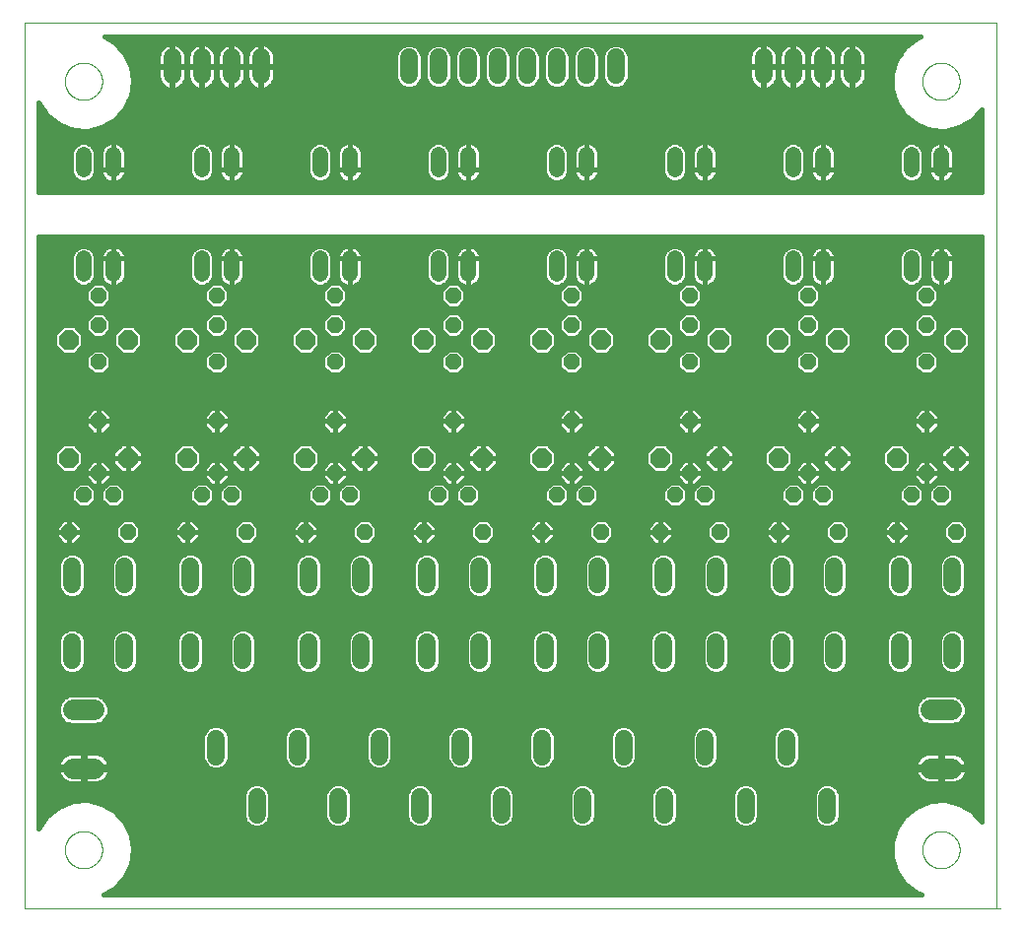
<source format=gtl>
G75*
%MOIN*%
%OFA0B0*%
%FSLAX25Y25*%
%IPPOS*%
%LPD*%
%AMOC8*
5,1,8,0,0,1.08239X$1,22.5*
%
%ADD10C,0.00000*%
%ADD11OC8,0.05200*%
%ADD12C,0.06000*%
%ADD13OC8,0.06600*%
%ADD14C,0.07050*%
%ADD15C,0.05937*%
%ADD16C,0.05200*%
%ADD17C,0.01600*%
D10*
X0016800Y0016800D02*
X0346800Y0016800D01*
X0345501Y0016800D02*
X0345501Y0316761D01*
X0016800Y0316761D01*
X0016800Y0016800D01*
X0030501Y0036800D02*
X0030503Y0036958D01*
X0030509Y0037116D01*
X0030519Y0037274D01*
X0030533Y0037432D01*
X0030551Y0037589D01*
X0030572Y0037746D01*
X0030598Y0037902D01*
X0030628Y0038058D01*
X0030661Y0038213D01*
X0030699Y0038366D01*
X0030740Y0038519D01*
X0030785Y0038671D01*
X0030834Y0038822D01*
X0030887Y0038971D01*
X0030943Y0039119D01*
X0031003Y0039265D01*
X0031067Y0039410D01*
X0031135Y0039553D01*
X0031206Y0039695D01*
X0031280Y0039835D01*
X0031358Y0039972D01*
X0031440Y0040108D01*
X0031524Y0040242D01*
X0031613Y0040373D01*
X0031704Y0040502D01*
X0031799Y0040629D01*
X0031896Y0040754D01*
X0031997Y0040876D01*
X0032101Y0040995D01*
X0032208Y0041112D01*
X0032318Y0041226D01*
X0032431Y0041337D01*
X0032546Y0041446D01*
X0032664Y0041551D01*
X0032785Y0041653D01*
X0032908Y0041753D01*
X0033034Y0041849D01*
X0033162Y0041942D01*
X0033292Y0042032D01*
X0033425Y0042118D01*
X0033560Y0042202D01*
X0033696Y0042281D01*
X0033835Y0042358D01*
X0033976Y0042430D01*
X0034118Y0042500D01*
X0034262Y0042565D01*
X0034408Y0042627D01*
X0034555Y0042685D01*
X0034704Y0042740D01*
X0034854Y0042791D01*
X0035005Y0042838D01*
X0035157Y0042881D01*
X0035310Y0042920D01*
X0035465Y0042956D01*
X0035620Y0042987D01*
X0035776Y0043015D01*
X0035932Y0043039D01*
X0036089Y0043059D01*
X0036247Y0043075D01*
X0036404Y0043087D01*
X0036563Y0043095D01*
X0036721Y0043099D01*
X0036879Y0043099D01*
X0037037Y0043095D01*
X0037196Y0043087D01*
X0037353Y0043075D01*
X0037511Y0043059D01*
X0037668Y0043039D01*
X0037824Y0043015D01*
X0037980Y0042987D01*
X0038135Y0042956D01*
X0038290Y0042920D01*
X0038443Y0042881D01*
X0038595Y0042838D01*
X0038746Y0042791D01*
X0038896Y0042740D01*
X0039045Y0042685D01*
X0039192Y0042627D01*
X0039338Y0042565D01*
X0039482Y0042500D01*
X0039624Y0042430D01*
X0039765Y0042358D01*
X0039904Y0042281D01*
X0040040Y0042202D01*
X0040175Y0042118D01*
X0040308Y0042032D01*
X0040438Y0041942D01*
X0040566Y0041849D01*
X0040692Y0041753D01*
X0040815Y0041653D01*
X0040936Y0041551D01*
X0041054Y0041446D01*
X0041169Y0041337D01*
X0041282Y0041226D01*
X0041392Y0041112D01*
X0041499Y0040995D01*
X0041603Y0040876D01*
X0041704Y0040754D01*
X0041801Y0040629D01*
X0041896Y0040502D01*
X0041987Y0040373D01*
X0042076Y0040242D01*
X0042160Y0040108D01*
X0042242Y0039972D01*
X0042320Y0039835D01*
X0042394Y0039695D01*
X0042465Y0039553D01*
X0042533Y0039410D01*
X0042597Y0039265D01*
X0042657Y0039119D01*
X0042713Y0038971D01*
X0042766Y0038822D01*
X0042815Y0038671D01*
X0042860Y0038519D01*
X0042901Y0038366D01*
X0042939Y0038213D01*
X0042972Y0038058D01*
X0043002Y0037902D01*
X0043028Y0037746D01*
X0043049Y0037589D01*
X0043067Y0037432D01*
X0043081Y0037274D01*
X0043091Y0037116D01*
X0043097Y0036958D01*
X0043099Y0036800D01*
X0043097Y0036642D01*
X0043091Y0036484D01*
X0043081Y0036326D01*
X0043067Y0036168D01*
X0043049Y0036011D01*
X0043028Y0035854D01*
X0043002Y0035698D01*
X0042972Y0035542D01*
X0042939Y0035387D01*
X0042901Y0035234D01*
X0042860Y0035081D01*
X0042815Y0034929D01*
X0042766Y0034778D01*
X0042713Y0034629D01*
X0042657Y0034481D01*
X0042597Y0034335D01*
X0042533Y0034190D01*
X0042465Y0034047D01*
X0042394Y0033905D01*
X0042320Y0033765D01*
X0042242Y0033628D01*
X0042160Y0033492D01*
X0042076Y0033358D01*
X0041987Y0033227D01*
X0041896Y0033098D01*
X0041801Y0032971D01*
X0041704Y0032846D01*
X0041603Y0032724D01*
X0041499Y0032605D01*
X0041392Y0032488D01*
X0041282Y0032374D01*
X0041169Y0032263D01*
X0041054Y0032154D01*
X0040936Y0032049D01*
X0040815Y0031947D01*
X0040692Y0031847D01*
X0040566Y0031751D01*
X0040438Y0031658D01*
X0040308Y0031568D01*
X0040175Y0031482D01*
X0040040Y0031398D01*
X0039904Y0031319D01*
X0039765Y0031242D01*
X0039624Y0031170D01*
X0039482Y0031100D01*
X0039338Y0031035D01*
X0039192Y0030973D01*
X0039045Y0030915D01*
X0038896Y0030860D01*
X0038746Y0030809D01*
X0038595Y0030762D01*
X0038443Y0030719D01*
X0038290Y0030680D01*
X0038135Y0030644D01*
X0037980Y0030613D01*
X0037824Y0030585D01*
X0037668Y0030561D01*
X0037511Y0030541D01*
X0037353Y0030525D01*
X0037196Y0030513D01*
X0037037Y0030505D01*
X0036879Y0030501D01*
X0036721Y0030501D01*
X0036563Y0030505D01*
X0036404Y0030513D01*
X0036247Y0030525D01*
X0036089Y0030541D01*
X0035932Y0030561D01*
X0035776Y0030585D01*
X0035620Y0030613D01*
X0035465Y0030644D01*
X0035310Y0030680D01*
X0035157Y0030719D01*
X0035005Y0030762D01*
X0034854Y0030809D01*
X0034704Y0030860D01*
X0034555Y0030915D01*
X0034408Y0030973D01*
X0034262Y0031035D01*
X0034118Y0031100D01*
X0033976Y0031170D01*
X0033835Y0031242D01*
X0033696Y0031319D01*
X0033560Y0031398D01*
X0033425Y0031482D01*
X0033292Y0031568D01*
X0033162Y0031658D01*
X0033034Y0031751D01*
X0032908Y0031847D01*
X0032785Y0031947D01*
X0032664Y0032049D01*
X0032546Y0032154D01*
X0032431Y0032263D01*
X0032318Y0032374D01*
X0032208Y0032488D01*
X0032101Y0032605D01*
X0031997Y0032724D01*
X0031896Y0032846D01*
X0031799Y0032971D01*
X0031704Y0033098D01*
X0031613Y0033227D01*
X0031524Y0033358D01*
X0031440Y0033492D01*
X0031358Y0033628D01*
X0031280Y0033765D01*
X0031206Y0033905D01*
X0031135Y0034047D01*
X0031067Y0034190D01*
X0031003Y0034335D01*
X0030943Y0034481D01*
X0030887Y0034629D01*
X0030834Y0034778D01*
X0030785Y0034929D01*
X0030740Y0035081D01*
X0030699Y0035234D01*
X0030661Y0035387D01*
X0030628Y0035542D01*
X0030598Y0035698D01*
X0030572Y0035854D01*
X0030551Y0036011D01*
X0030533Y0036168D01*
X0030519Y0036326D01*
X0030509Y0036484D01*
X0030503Y0036642D01*
X0030501Y0036800D01*
X0030501Y0296800D02*
X0030503Y0296958D01*
X0030509Y0297116D01*
X0030519Y0297274D01*
X0030533Y0297432D01*
X0030551Y0297589D01*
X0030572Y0297746D01*
X0030598Y0297902D01*
X0030628Y0298058D01*
X0030661Y0298213D01*
X0030699Y0298366D01*
X0030740Y0298519D01*
X0030785Y0298671D01*
X0030834Y0298822D01*
X0030887Y0298971D01*
X0030943Y0299119D01*
X0031003Y0299265D01*
X0031067Y0299410D01*
X0031135Y0299553D01*
X0031206Y0299695D01*
X0031280Y0299835D01*
X0031358Y0299972D01*
X0031440Y0300108D01*
X0031524Y0300242D01*
X0031613Y0300373D01*
X0031704Y0300502D01*
X0031799Y0300629D01*
X0031896Y0300754D01*
X0031997Y0300876D01*
X0032101Y0300995D01*
X0032208Y0301112D01*
X0032318Y0301226D01*
X0032431Y0301337D01*
X0032546Y0301446D01*
X0032664Y0301551D01*
X0032785Y0301653D01*
X0032908Y0301753D01*
X0033034Y0301849D01*
X0033162Y0301942D01*
X0033292Y0302032D01*
X0033425Y0302118D01*
X0033560Y0302202D01*
X0033696Y0302281D01*
X0033835Y0302358D01*
X0033976Y0302430D01*
X0034118Y0302500D01*
X0034262Y0302565D01*
X0034408Y0302627D01*
X0034555Y0302685D01*
X0034704Y0302740D01*
X0034854Y0302791D01*
X0035005Y0302838D01*
X0035157Y0302881D01*
X0035310Y0302920D01*
X0035465Y0302956D01*
X0035620Y0302987D01*
X0035776Y0303015D01*
X0035932Y0303039D01*
X0036089Y0303059D01*
X0036247Y0303075D01*
X0036404Y0303087D01*
X0036563Y0303095D01*
X0036721Y0303099D01*
X0036879Y0303099D01*
X0037037Y0303095D01*
X0037196Y0303087D01*
X0037353Y0303075D01*
X0037511Y0303059D01*
X0037668Y0303039D01*
X0037824Y0303015D01*
X0037980Y0302987D01*
X0038135Y0302956D01*
X0038290Y0302920D01*
X0038443Y0302881D01*
X0038595Y0302838D01*
X0038746Y0302791D01*
X0038896Y0302740D01*
X0039045Y0302685D01*
X0039192Y0302627D01*
X0039338Y0302565D01*
X0039482Y0302500D01*
X0039624Y0302430D01*
X0039765Y0302358D01*
X0039904Y0302281D01*
X0040040Y0302202D01*
X0040175Y0302118D01*
X0040308Y0302032D01*
X0040438Y0301942D01*
X0040566Y0301849D01*
X0040692Y0301753D01*
X0040815Y0301653D01*
X0040936Y0301551D01*
X0041054Y0301446D01*
X0041169Y0301337D01*
X0041282Y0301226D01*
X0041392Y0301112D01*
X0041499Y0300995D01*
X0041603Y0300876D01*
X0041704Y0300754D01*
X0041801Y0300629D01*
X0041896Y0300502D01*
X0041987Y0300373D01*
X0042076Y0300242D01*
X0042160Y0300108D01*
X0042242Y0299972D01*
X0042320Y0299835D01*
X0042394Y0299695D01*
X0042465Y0299553D01*
X0042533Y0299410D01*
X0042597Y0299265D01*
X0042657Y0299119D01*
X0042713Y0298971D01*
X0042766Y0298822D01*
X0042815Y0298671D01*
X0042860Y0298519D01*
X0042901Y0298366D01*
X0042939Y0298213D01*
X0042972Y0298058D01*
X0043002Y0297902D01*
X0043028Y0297746D01*
X0043049Y0297589D01*
X0043067Y0297432D01*
X0043081Y0297274D01*
X0043091Y0297116D01*
X0043097Y0296958D01*
X0043099Y0296800D01*
X0043097Y0296642D01*
X0043091Y0296484D01*
X0043081Y0296326D01*
X0043067Y0296168D01*
X0043049Y0296011D01*
X0043028Y0295854D01*
X0043002Y0295698D01*
X0042972Y0295542D01*
X0042939Y0295387D01*
X0042901Y0295234D01*
X0042860Y0295081D01*
X0042815Y0294929D01*
X0042766Y0294778D01*
X0042713Y0294629D01*
X0042657Y0294481D01*
X0042597Y0294335D01*
X0042533Y0294190D01*
X0042465Y0294047D01*
X0042394Y0293905D01*
X0042320Y0293765D01*
X0042242Y0293628D01*
X0042160Y0293492D01*
X0042076Y0293358D01*
X0041987Y0293227D01*
X0041896Y0293098D01*
X0041801Y0292971D01*
X0041704Y0292846D01*
X0041603Y0292724D01*
X0041499Y0292605D01*
X0041392Y0292488D01*
X0041282Y0292374D01*
X0041169Y0292263D01*
X0041054Y0292154D01*
X0040936Y0292049D01*
X0040815Y0291947D01*
X0040692Y0291847D01*
X0040566Y0291751D01*
X0040438Y0291658D01*
X0040308Y0291568D01*
X0040175Y0291482D01*
X0040040Y0291398D01*
X0039904Y0291319D01*
X0039765Y0291242D01*
X0039624Y0291170D01*
X0039482Y0291100D01*
X0039338Y0291035D01*
X0039192Y0290973D01*
X0039045Y0290915D01*
X0038896Y0290860D01*
X0038746Y0290809D01*
X0038595Y0290762D01*
X0038443Y0290719D01*
X0038290Y0290680D01*
X0038135Y0290644D01*
X0037980Y0290613D01*
X0037824Y0290585D01*
X0037668Y0290561D01*
X0037511Y0290541D01*
X0037353Y0290525D01*
X0037196Y0290513D01*
X0037037Y0290505D01*
X0036879Y0290501D01*
X0036721Y0290501D01*
X0036563Y0290505D01*
X0036404Y0290513D01*
X0036247Y0290525D01*
X0036089Y0290541D01*
X0035932Y0290561D01*
X0035776Y0290585D01*
X0035620Y0290613D01*
X0035465Y0290644D01*
X0035310Y0290680D01*
X0035157Y0290719D01*
X0035005Y0290762D01*
X0034854Y0290809D01*
X0034704Y0290860D01*
X0034555Y0290915D01*
X0034408Y0290973D01*
X0034262Y0291035D01*
X0034118Y0291100D01*
X0033976Y0291170D01*
X0033835Y0291242D01*
X0033696Y0291319D01*
X0033560Y0291398D01*
X0033425Y0291482D01*
X0033292Y0291568D01*
X0033162Y0291658D01*
X0033034Y0291751D01*
X0032908Y0291847D01*
X0032785Y0291947D01*
X0032664Y0292049D01*
X0032546Y0292154D01*
X0032431Y0292263D01*
X0032318Y0292374D01*
X0032208Y0292488D01*
X0032101Y0292605D01*
X0031997Y0292724D01*
X0031896Y0292846D01*
X0031799Y0292971D01*
X0031704Y0293098D01*
X0031613Y0293227D01*
X0031524Y0293358D01*
X0031440Y0293492D01*
X0031358Y0293628D01*
X0031280Y0293765D01*
X0031206Y0293905D01*
X0031135Y0294047D01*
X0031067Y0294190D01*
X0031003Y0294335D01*
X0030943Y0294481D01*
X0030887Y0294629D01*
X0030834Y0294778D01*
X0030785Y0294929D01*
X0030740Y0295081D01*
X0030699Y0295234D01*
X0030661Y0295387D01*
X0030628Y0295542D01*
X0030598Y0295698D01*
X0030572Y0295854D01*
X0030551Y0296011D01*
X0030533Y0296168D01*
X0030519Y0296326D01*
X0030509Y0296484D01*
X0030503Y0296642D01*
X0030501Y0296800D01*
X0320501Y0296800D02*
X0320503Y0296958D01*
X0320509Y0297116D01*
X0320519Y0297274D01*
X0320533Y0297432D01*
X0320551Y0297589D01*
X0320572Y0297746D01*
X0320598Y0297902D01*
X0320628Y0298058D01*
X0320661Y0298213D01*
X0320699Y0298366D01*
X0320740Y0298519D01*
X0320785Y0298671D01*
X0320834Y0298822D01*
X0320887Y0298971D01*
X0320943Y0299119D01*
X0321003Y0299265D01*
X0321067Y0299410D01*
X0321135Y0299553D01*
X0321206Y0299695D01*
X0321280Y0299835D01*
X0321358Y0299972D01*
X0321440Y0300108D01*
X0321524Y0300242D01*
X0321613Y0300373D01*
X0321704Y0300502D01*
X0321799Y0300629D01*
X0321896Y0300754D01*
X0321997Y0300876D01*
X0322101Y0300995D01*
X0322208Y0301112D01*
X0322318Y0301226D01*
X0322431Y0301337D01*
X0322546Y0301446D01*
X0322664Y0301551D01*
X0322785Y0301653D01*
X0322908Y0301753D01*
X0323034Y0301849D01*
X0323162Y0301942D01*
X0323292Y0302032D01*
X0323425Y0302118D01*
X0323560Y0302202D01*
X0323696Y0302281D01*
X0323835Y0302358D01*
X0323976Y0302430D01*
X0324118Y0302500D01*
X0324262Y0302565D01*
X0324408Y0302627D01*
X0324555Y0302685D01*
X0324704Y0302740D01*
X0324854Y0302791D01*
X0325005Y0302838D01*
X0325157Y0302881D01*
X0325310Y0302920D01*
X0325465Y0302956D01*
X0325620Y0302987D01*
X0325776Y0303015D01*
X0325932Y0303039D01*
X0326089Y0303059D01*
X0326247Y0303075D01*
X0326404Y0303087D01*
X0326563Y0303095D01*
X0326721Y0303099D01*
X0326879Y0303099D01*
X0327037Y0303095D01*
X0327196Y0303087D01*
X0327353Y0303075D01*
X0327511Y0303059D01*
X0327668Y0303039D01*
X0327824Y0303015D01*
X0327980Y0302987D01*
X0328135Y0302956D01*
X0328290Y0302920D01*
X0328443Y0302881D01*
X0328595Y0302838D01*
X0328746Y0302791D01*
X0328896Y0302740D01*
X0329045Y0302685D01*
X0329192Y0302627D01*
X0329338Y0302565D01*
X0329482Y0302500D01*
X0329624Y0302430D01*
X0329765Y0302358D01*
X0329904Y0302281D01*
X0330040Y0302202D01*
X0330175Y0302118D01*
X0330308Y0302032D01*
X0330438Y0301942D01*
X0330566Y0301849D01*
X0330692Y0301753D01*
X0330815Y0301653D01*
X0330936Y0301551D01*
X0331054Y0301446D01*
X0331169Y0301337D01*
X0331282Y0301226D01*
X0331392Y0301112D01*
X0331499Y0300995D01*
X0331603Y0300876D01*
X0331704Y0300754D01*
X0331801Y0300629D01*
X0331896Y0300502D01*
X0331987Y0300373D01*
X0332076Y0300242D01*
X0332160Y0300108D01*
X0332242Y0299972D01*
X0332320Y0299835D01*
X0332394Y0299695D01*
X0332465Y0299553D01*
X0332533Y0299410D01*
X0332597Y0299265D01*
X0332657Y0299119D01*
X0332713Y0298971D01*
X0332766Y0298822D01*
X0332815Y0298671D01*
X0332860Y0298519D01*
X0332901Y0298366D01*
X0332939Y0298213D01*
X0332972Y0298058D01*
X0333002Y0297902D01*
X0333028Y0297746D01*
X0333049Y0297589D01*
X0333067Y0297432D01*
X0333081Y0297274D01*
X0333091Y0297116D01*
X0333097Y0296958D01*
X0333099Y0296800D01*
X0333097Y0296642D01*
X0333091Y0296484D01*
X0333081Y0296326D01*
X0333067Y0296168D01*
X0333049Y0296011D01*
X0333028Y0295854D01*
X0333002Y0295698D01*
X0332972Y0295542D01*
X0332939Y0295387D01*
X0332901Y0295234D01*
X0332860Y0295081D01*
X0332815Y0294929D01*
X0332766Y0294778D01*
X0332713Y0294629D01*
X0332657Y0294481D01*
X0332597Y0294335D01*
X0332533Y0294190D01*
X0332465Y0294047D01*
X0332394Y0293905D01*
X0332320Y0293765D01*
X0332242Y0293628D01*
X0332160Y0293492D01*
X0332076Y0293358D01*
X0331987Y0293227D01*
X0331896Y0293098D01*
X0331801Y0292971D01*
X0331704Y0292846D01*
X0331603Y0292724D01*
X0331499Y0292605D01*
X0331392Y0292488D01*
X0331282Y0292374D01*
X0331169Y0292263D01*
X0331054Y0292154D01*
X0330936Y0292049D01*
X0330815Y0291947D01*
X0330692Y0291847D01*
X0330566Y0291751D01*
X0330438Y0291658D01*
X0330308Y0291568D01*
X0330175Y0291482D01*
X0330040Y0291398D01*
X0329904Y0291319D01*
X0329765Y0291242D01*
X0329624Y0291170D01*
X0329482Y0291100D01*
X0329338Y0291035D01*
X0329192Y0290973D01*
X0329045Y0290915D01*
X0328896Y0290860D01*
X0328746Y0290809D01*
X0328595Y0290762D01*
X0328443Y0290719D01*
X0328290Y0290680D01*
X0328135Y0290644D01*
X0327980Y0290613D01*
X0327824Y0290585D01*
X0327668Y0290561D01*
X0327511Y0290541D01*
X0327353Y0290525D01*
X0327196Y0290513D01*
X0327037Y0290505D01*
X0326879Y0290501D01*
X0326721Y0290501D01*
X0326563Y0290505D01*
X0326404Y0290513D01*
X0326247Y0290525D01*
X0326089Y0290541D01*
X0325932Y0290561D01*
X0325776Y0290585D01*
X0325620Y0290613D01*
X0325465Y0290644D01*
X0325310Y0290680D01*
X0325157Y0290719D01*
X0325005Y0290762D01*
X0324854Y0290809D01*
X0324704Y0290860D01*
X0324555Y0290915D01*
X0324408Y0290973D01*
X0324262Y0291035D01*
X0324118Y0291100D01*
X0323976Y0291170D01*
X0323835Y0291242D01*
X0323696Y0291319D01*
X0323560Y0291398D01*
X0323425Y0291482D01*
X0323292Y0291568D01*
X0323162Y0291658D01*
X0323034Y0291751D01*
X0322908Y0291847D01*
X0322785Y0291947D01*
X0322664Y0292049D01*
X0322546Y0292154D01*
X0322431Y0292263D01*
X0322318Y0292374D01*
X0322208Y0292488D01*
X0322101Y0292605D01*
X0321997Y0292724D01*
X0321896Y0292846D01*
X0321799Y0292971D01*
X0321704Y0293098D01*
X0321613Y0293227D01*
X0321524Y0293358D01*
X0321440Y0293492D01*
X0321358Y0293628D01*
X0321280Y0293765D01*
X0321206Y0293905D01*
X0321135Y0294047D01*
X0321067Y0294190D01*
X0321003Y0294335D01*
X0320943Y0294481D01*
X0320887Y0294629D01*
X0320834Y0294778D01*
X0320785Y0294929D01*
X0320740Y0295081D01*
X0320699Y0295234D01*
X0320661Y0295387D01*
X0320628Y0295542D01*
X0320598Y0295698D01*
X0320572Y0295854D01*
X0320551Y0296011D01*
X0320533Y0296168D01*
X0320519Y0296326D01*
X0320509Y0296484D01*
X0320503Y0296642D01*
X0320501Y0296800D01*
X0320501Y0036800D02*
X0320503Y0036958D01*
X0320509Y0037116D01*
X0320519Y0037274D01*
X0320533Y0037432D01*
X0320551Y0037589D01*
X0320572Y0037746D01*
X0320598Y0037902D01*
X0320628Y0038058D01*
X0320661Y0038213D01*
X0320699Y0038366D01*
X0320740Y0038519D01*
X0320785Y0038671D01*
X0320834Y0038822D01*
X0320887Y0038971D01*
X0320943Y0039119D01*
X0321003Y0039265D01*
X0321067Y0039410D01*
X0321135Y0039553D01*
X0321206Y0039695D01*
X0321280Y0039835D01*
X0321358Y0039972D01*
X0321440Y0040108D01*
X0321524Y0040242D01*
X0321613Y0040373D01*
X0321704Y0040502D01*
X0321799Y0040629D01*
X0321896Y0040754D01*
X0321997Y0040876D01*
X0322101Y0040995D01*
X0322208Y0041112D01*
X0322318Y0041226D01*
X0322431Y0041337D01*
X0322546Y0041446D01*
X0322664Y0041551D01*
X0322785Y0041653D01*
X0322908Y0041753D01*
X0323034Y0041849D01*
X0323162Y0041942D01*
X0323292Y0042032D01*
X0323425Y0042118D01*
X0323560Y0042202D01*
X0323696Y0042281D01*
X0323835Y0042358D01*
X0323976Y0042430D01*
X0324118Y0042500D01*
X0324262Y0042565D01*
X0324408Y0042627D01*
X0324555Y0042685D01*
X0324704Y0042740D01*
X0324854Y0042791D01*
X0325005Y0042838D01*
X0325157Y0042881D01*
X0325310Y0042920D01*
X0325465Y0042956D01*
X0325620Y0042987D01*
X0325776Y0043015D01*
X0325932Y0043039D01*
X0326089Y0043059D01*
X0326247Y0043075D01*
X0326404Y0043087D01*
X0326563Y0043095D01*
X0326721Y0043099D01*
X0326879Y0043099D01*
X0327037Y0043095D01*
X0327196Y0043087D01*
X0327353Y0043075D01*
X0327511Y0043059D01*
X0327668Y0043039D01*
X0327824Y0043015D01*
X0327980Y0042987D01*
X0328135Y0042956D01*
X0328290Y0042920D01*
X0328443Y0042881D01*
X0328595Y0042838D01*
X0328746Y0042791D01*
X0328896Y0042740D01*
X0329045Y0042685D01*
X0329192Y0042627D01*
X0329338Y0042565D01*
X0329482Y0042500D01*
X0329624Y0042430D01*
X0329765Y0042358D01*
X0329904Y0042281D01*
X0330040Y0042202D01*
X0330175Y0042118D01*
X0330308Y0042032D01*
X0330438Y0041942D01*
X0330566Y0041849D01*
X0330692Y0041753D01*
X0330815Y0041653D01*
X0330936Y0041551D01*
X0331054Y0041446D01*
X0331169Y0041337D01*
X0331282Y0041226D01*
X0331392Y0041112D01*
X0331499Y0040995D01*
X0331603Y0040876D01*
X0331704Y0040754D01*
X0331801Y0040629D01*
X0331896Y0040502D01*
X0331987Y0040373D01*
X0332076Y0040242D01*
X0332160Y0040108D01*
X0332242Y0039972D01*
X0332320Y0039835D01*
X0332394Y0039695D01*
X0332465Y0039553D01*
X0332533Y0039410D01*
X0332597Y0039265D01*
X0332657Y0039119D01*
X0332713Y0038971D01*
X0332766Y0038822D01*
X0332815Y0038671D01*
X0332860Y0038519D01*
X0332901Y0038366D01*
X0332939Y0038213D01*
X0332972Y0038058D01*
X0333002Y0037902D01*
X0333028Y0037746D01*
X0333049Y0037589D01*
X0333067Y0037432D01*
X0333081Y0037274D01*
X0333091Y0037116D01*
X0333097Y0036958D01*
X0333099Y0036800D01*
X0333097Y0036642D01*
X0333091Y0036484D01*
X0333081Y0036326D01*
X0333067Y0036168D01*
X0333049Y0036011D01*
X0333028Y0035854D01*
X0333002Y0035698D01*
X0332972Y0035542D01*
X0332939Y0035387D01*
X0332901Y0035234D01*
X0332860Y0035081D01*
X0332815Y0034929D01*
X0332766Y0034778D01*
X0332713Y0034629D01*
X0332657Y0034481D01*
X0332597Y0034335D01*
X0332533Y0034190D01*
X0332465Y0034047D01*
X0332394Y0033905D01*
X0332320Y0033765D01*
X0332242Y0033628D01*
X0332160Y0033492D01*
X0332076Y0033358D01*
X0331987Y0033227D01*
X0331896Y0033098D01*
X0331801Y0032971D01*
X0331704Y0032846D01*
X0331603Y0032724D01*
X0331499Y0032605D01*
X0331392Y0032488D01*
X0331282Y0032374D01*
X0331169Y0032263D01*
X0331054Y0032154D01*
X0330936Y0032049D01*
X0330815Y0031947D01*
X0330692Y0031847D01*
X0330566Y0031751D01*
X0330438Y0031658D01*
X0330308Y0031568D01*
X0330175Y0031482D01*
X0330040Y0031398D01*
X0329904Y0031319D01*
X0329765Y0031242D01*
X0329624Y0031170D01*
X0329482Y0031100D01*
X0329338Y0031035D01*
X0329192Y0030973D01*
X0329045Y0030915D01*
X0328896Y0030860D01*
X0328746Y0030809D01*
X0328595Y0030762D01*
X0328443Y0030719D01*
X0328290Y0030680D01*
X0328135Y0030644D01*
X0327980Y0030613D01*
X0327824Y0030585D01*
X0327668Y0030561D01*
X0327511Y0030541D01*
X0327353Y0030525D01*
X0327196Y0030513D01*
X0327037Y0030505D01*
X0326879Y0030501D01*
X0326721Y0030501D01*
X0326563Y0030505D01*
X0326404Y0030513D01*
X0326247Y0030525D01*
X0326089Y0030541D01*
X0325932Y0030561D01*
X0325776Y0030585D01*
X0325620Y0030613D01*
X0325465Y0030644D01*
X0325310Y0030680D01*
X0325157Y0030719D01*
X0325005Y0030762D01*
X0324854Y0030809D01*
X0324704Y0030860D01*
X0324555Y0030915D01*
X0324408Y0030973D01*
X0324262Y0031035D01*
X0324118Y0031100D01*
X0323976Y0031170D01*
X0323835Y0031242D01*
X0323696Y0031319D01*
X0323560Y0031398D01*
X0323425Y0031482D01*
X0323292Y0031568D01*
X0323162Y0031658D01*
X0323034Y0031751D01*
X0322908Y0031847D01*
X0322785Y0031947D01*
X0322664Y0032049D01*
X0322546Y0032154D01*
X0322431Y0032263D01*
X0322318Y0032374D01*
X0322208Y0032488D01*
X0322101Y0032605D01*
X0321997Y0032724D01*
X0321896Y0032846D01*
X0321799Y0032971D01*
X0321704Y0033098D01*
X0321613Y0033227D01*
X0321524Y0033358D01*
X0321440Y0033492D01*
X0321358Y0033628D01*
X0321280Y0033765D01*
X0321206Y0033905D01*
X0321135Y0034047D01*
X0321067Y0034190D01*
X0321003Y0034335D01*
X0320943Y0034481D01*
X0320887Y0034629D01*
X0320834Y0034778D01*
X0320785Y0034929D01*
X0320740Y0035081D01*
X0320699Y0035234D01*
X0320661Y0035387D01*
X0320628Y0035542D01*
X0320598Y0035698D01*
X0320572Y0035854D01*
X0320551Y0036011D01*
X0320533Y0036168D01*
X0320519Y0036326D01*
X0320509Y0036484D01*
X0320503Y0036642D01*
X0320501Y0036800D01*
D11*
X0311800Y0144300D03*
X0316800Y0156800D03*
X0326800Y0156800D03*
X0321800Y0164300D03*
X0321800Y0181800D03*
X0321800Y0201800D03*
X0321800Y0214300D03*
X0321800Y0224300D03*
X0281800Y0224300D03*
X0281800Y0214300D03*
X0281800Y0201800D03*
X0281800Y0181800D03*
X0281800Y0164300D03*
X0276800Y0156800D03*
X0286800Y0156800D03*
X0291800Y0144300D03*
X0271800Y0144300D03*
X0251800Y0144300D03*
X0246800Y0156800D03*
X0236800Y0156800D03*
X0241800Y0164300D03*
X0241800Y0181800D03*
X0241800Y0201800D03*
X0241800Y0214300D03*
X0241800Y0224300D03*
X0201800Y0224300D03*
X0201800Y0214300D03*
X0201800Y0201800D03*
X0201800Y0181800D03*
X0201800Y0164300D03*
X0196800Y0156800D03*
X0206800Y0156800D03*
X0211800Y0144300D03*
X0231800Y0144300D03*
X0191800Y0144300D03*
X0171800Y0144300D03*
X0166800Y0156800D03*
X0156800Y0156800D03*
X0161800Y0164300D03*
X0161800Y0181800D03*
X0161800Y0201800D03*
X0161800Y0214300D03*
X0161800Y0224300D03*
X0121800Y0224300D03*
X0121800Y0214300D03*
X0121800Y0201800D03*
X0121800Y0181800D03*
X0121800Y0164300D03*
X0116800Y0156800D03*
X0126800Y0156800D03*
X0131800Y0144300D03*
X0151800Y0144300D03*
X0111800Y0144300D03*
X0091800Y0144300D03*
X0086800Y0156800D03*
X0076800Y0156800D03*
X0081800Y0164300D03*
X0081800Y0181800D03*
X0081800Y0201800D03*
X0081800Y0214300D03*
X0081800Y0224300D03*
X0041800Y0224300D03*
X0041800Y0214300D03*
X0041800Y0201800D03*
X0041800Y0181800D03*
X0041800Y0164300D03*
X0036800Y0156800D03*
X0046800Y0156800D03*
X0051800Y0144300D03*
X0071800Y0144300D03*
X0031800Y0144300D03*
X0331800Y0144300D03*
D12*
X0330700Y0132600D02*
X0330700Y0126600D01*
X0312900Y0126600D02*
X0312900Y0132600D01*
X0290700Y0132600D02*
X0290700Y0126600D01*
X0272900Y0126600D02*
X0272900Y0132600D01*
X0250700Y0132600D02*
X0250700Y0126600D01*
X0232900Y0126600D02*
X0232900Y0132600D01*
X0210700Y0132600D02*
X0210700Y0126600D01*
X0192900Y0126600D02*
X0192900Y0132600D01*
X0170700Y0132600D02*
X0170700Y0126600D01*
X0152900Y0126600D02*
X0152900Y0132600D01*
X0130700Y0132600D02*
X0130700Y0126600D01*
X0112900Y0126600D02*
X0112900Y0132600D01*
X0090700Y0132600D02*
X0090700Y0126600D01*
X0072900Y0126600D02*
X0072900Y0132600D01*
X0050700Y0132600D02*
X0050700Y0126600D01*
X0032900Y0126600D02*
X0032900Y0132600D01*
X0032900Y0107000D02*
X0032900Y0101000D01*
X0050700Y0101000D02*
X0050700Y0107000D01*
X0072900Y0107000D02*
X0072900Y0101000D01*
X0090700Y0101000D02*
X0090700Y0107000D01*
X0112900Y0107000D02*
X0112900Y0101000D01*
X0130700Y0101000D02*
X0130700Y0107000D01*
X0152900Y0107000D02*
X0152900Y0101000D01*
X0170700Y0101000D02*
X0170700Y0107000D01*
X0192900Y0107000D02*
X0192900Y0101000D01*
X0210700Y0101000D02*
X0210700Y0107000D01*
X0232900Y0107000D02*
X0232900Y0101000D01*
X0250700Y0101000D02*
X0250700Y0107000D01*
X0272900Y0107000D02*
X0272900Y0101000D01*
X0290700Y0101000D02*
X0290700Y0107000D01*
X0312900Y0107000D02*
X0312900Y0101000D01*
X0330700Y0101000D02*
X0330700Y0107000D01*
X0296800Y0298800D02*
X0296800Y0304800D01*
X0286800Y0304800D02*
X0286800Y0298800D01*
X0276800Y0298800D02*
X0276800Y0304800D01*
X0266800Y0304800D02*
X0266800Y0298800D01*
X0216800Y0298800D02*
X0216800Y0304800D01*
X0206800Y0304800D02*
X0206800Y0298800D01*
X0196800Y0298800D02*
X0196800Y0304800D01*
X0186800Y0304800D02*
X0186800Y0298800D01*
X0176800Y0298800D02*
X0176800Y0304800D01*
X0166800Y0304800D02*
X0166800Y0298800D01*
X0156800Y0298800D02*
X0156800Y0304800D01*
X0146800Y0304800D02*
X0146800Y0298800D01*
X0096800Y0298800D02*
X0096800Y0304800D01*
X0086800Y0304800D02*
X0086800Y0298800D01*
X0076800Y0298800D02*
X0076800Y0304800D01*
X0066800Y0304800D02*
X0066800Y0298800D01*
D13*
X0071800Y0209300D03*
X0051800Y0209300D03*
X0031800Y0209300D03*
X0031800Y0169300D03*
X0051800Y0169300D03*
X0071800Y0169300D03*
X0091800Y0169300D03*
X0111800Y0169300D03*
X0131800Y0169300D03*
X0151800Y0169300D03*
X0171800Y0169300D03*
X0191800Y0169300D03*
X0211800Y0169300D03*
X0231800Y0169300D03*
X0251800Y0169300D03*
X0271800Y0169300D03*
X0291800Y0169300D03*
X0311800Y0169300D03*
X0331800Y0169300D03*
X0331800Y0209300D03*
X0311800Y0209300D03*
X0291800Y0209300D03*
X0271800Y0209300D03*
X0251800Y0209300D03*
X0231800Y0209300D03*
X0211800Y0209300D03*
X0191800Y0209300D03*
X0171800Y0209300D03*
X0151800Y0209300D03*
X0131800Y0209300D03*
X0111800Y0209300D03*
X0091800Y0209300D03*
D14*
X0040325Y0084143D02*
X0033275Y0084143D01*
X0033275Y0064457D02*
X0040325Y0064457D01*
X0323275Y0064457D02*
X0330325Y0064457D01*
X0330325Y0084143D02*
X0323275Y0084143D01*
D15*
X0288296Y0054650D02*
X0288296Y0048713D01*
X0274517Y0068398D02*
X0274517Y0074335D01*
X0260737Y0054650D02*
X0260737Y0048713D01*
X0246957Y0068398D02*
X0246957Y0074335D01*
X0233178Y0054650D02*
X0233178Y0048713D01*
X0219398Y0068398D02*
X0219398Y0074335D01*
X0205619Y0054650D02*
X0205619Y0048713D01*
X0191839Y0068398D02*
X0191839Y0074335D01*
X0178060Y0054650D02*
X0178060Y0048713D01*
X0164280Y0068398D02*
X0164280Y0074335D01*
X0150501Y0054650D02*
X0150501Y0048713D01*
X0136721Y0068398D02*
X0136721Y0074335D01*
X0122942Y0054650D02*
X0122942Y0048713D01*
X0109162Y0068398D02*
X0109162Y0074335D01*
X0095383Y0054650D02*
X0095383Y0048713D01*
X0081603Y0068398D02*
X0081603Y0074335D01*
D16*
X0076800Y0231600D02*
X0076800Y0236800D01*
X0086800Y0236800D02*
X0086800Y0231600D01*
X0116800Y0231600D02*
X0116800Y0236800D01*
X0126800Y0236800D02*
X0126800Y0231600D01*
X0156800Y0231600D02*
X0156800Y0236800D01*
X0166800Y0236800D02*
X0166800Y0231600D01*
X0196800Y0231600D02*
X0196800Y0236800D01*
X0206800Y0236800D02*
X0206800Y0231600D01*
X0236800Y0231600D02*
X0236800Y0236800D01*
X0246800Y0236800D02*
X0246800Y0231600D01*
X0276800Y0231600D02*
X0276800Y0236800D01*
X0286800Y0236800D02*
X0286800Y0231600D01*
X0316800Y0231600D02*
X0316800Y0236800D01*
X0326800Y0236800D02*
X0326800Y0231600D01*
X0326800Y0266800D02*
X0326800Y0272000D01*
X0316800Y0272000D02*
X0316800Y0266800D01*
X0286800Y0266800D02*
X0286800Y0272000D01*
X0276800Y0272000D02*
X0276800Y0266800D01*
X0246800Y0266800D02*
X0246800Y0272000D01*
X0236800Y0272000D02*
X0236800Y0266800D01*
X0206800Y0266800D02*
X0206800Y0272000D01*
X0196800Y0272000D02*
X0196800Y0266800D01*
X0166800Y0266800D02*
X0166800Y0272000D01*
X0156800Y0272000D02*
X0156800Y0266800D01*
X0126800Y0266800D02*
X0126800Y0272000D01*
X0116800Y0272000D02*
X0116800Y0266800D01*
X0086800Y0266800D02*
X0086800Y0272000D01*
X0076800Y0272000D02*
X0076800Y0266800D01*
X0046800Y0266800D02*
X0046800Y0272000D01*
X0036800Y0272000D02*
X0036800Y0266800D01*
X0036800Y0236800D02*
X0036800Y0231600D01*
X0046800Y0231600D02*
X0046800Y0236800D01*
D17*
X0046800Y0236800D01*
X0046800Y0241200D01*
X0047146Y0241200D01*
X0047830Y0241092D01*
X0048489Y0240878D01*
X0049106Y0240563D01*
X0049666Y0240156D01*
X0050156Y0239666D01*
X0050563Y0239106D01*
X0050878Y0238489D01*
X0051092Y0237830D01*
X0051200Y0237146D01*
X0051200Y0236800D01*
X0046800Y0236800D01*
X0046800Y0236800D01*
X0046800Y0236800D01*
X0042400Y0236800D01*
X0042400Y0237146D01*
X0042508Y0237830D01*
X0042722Y0238489D01*
X0043037Y0239106D01*
X0043444Y0239666D01*
X0043934Y0240156D01*
X0044494Y0240563D01*
X0045111Y0240878D01*
X0045770Y0241092D01*
X0046454Y0241200D01*
X0046800Y0241200D01*
X0046800Y0236800D01*
X0051200Y0236800D01*
X0051200Y0231254D01*
X0051092Y0230570D01*
X0050878Y0229911D01*
X0050563Y0229294D01*
X0050156Y0228734D01*
X0049666Y0228244D01*
X0049106Y0227837D01*
X0048489Y0227522D01*
X0047830Y0227308D01*
X0047146Y0227200D01*
X0046800Y0227200D01*
X0046800Y0236800D01*
X0046800Y0236800D01*
X0042400Y0236800D01*
X0042400Y0231254D01*
X0042508Y0230570D01*
X0042722Y0229911D01*
X0043037Y0229294D01*
X0043444Y0228734D01*
X0043934Y0228244D01*
X0044494Y0227837D01*
X0045111Y0227522D01*
X0045770Y0227308D01*
X0046454Y0227200D01*
X0046800Y0227200D01*
X0046800Y0236800D01*
X0046800Y0237395D02*
X0046800Y0237395D01*
X0046800Y0238993D02*
X0046800Y0238993D01*
X0046800Y0240592D02*
X0046800Y0240592D01*
X0044550Y0240592D02*
X0038621Y0240592D01*
X0039179Y0240361D02*
X0037635Y0241000D01*
X0035965Y0241000D01*
X0034421Y0240361D01*
X0033239Y0239179D01*
X0032600Y0237635D01*
X0032600Y0230765D01*
X0033239Y0229221D01*
X0034421Y0228039D01*
X0035965Y0227400D01*
X0037635Y0227400D01*
X0039179Y0228039D01*
X0040361Y0229221D01*
X0041000Y0230765D01*
X0041000Y0237635D01*
X0040361Y0239179D01*
X0039179Y0240361D01*
X0040438Y0238993D02*
X0042979Y0238993D01*
X0042439Y0237395D02*
X0041000Y0237395D01*
X0041000Y0235796D02*
X0042400Y0235796D01*
X0042400Y0234198D02*
X0041000Y0234198D01*
X0041000Y0232599D02*
X0042400Y0232599D01*
X0042440Y0231001D02*
X0041000Y0231001D01*
X0040436Y0229402D02*
X0042982Y0229402D01*
X0043540Y0228500D02*
X0040060Y0228500D01*
X0037600Y0226040D01*
X0037600Y0222560D01*
X0040060Y0220100D01*
X0043540Y0220100D01*
X0046000Y0222560D01*
X0046000Y0226040D01*
X0043540Y0228500D01*
X0044236Y0227803D02*
X0044559Y0227803D01*
X0045835Y0226205D02*
X0077765Y0226205D01*
X0077600Y0226040D02*
X0077600Y0222560D01*
X0080060Y0220100D01*
X0083540Y0220100D01*
X0086000Y0222560D01*
X0086000Y0226040D01*
X0083540Y0228500D01*
X0080060Y0228500D01*
X0077600Y0226040D01*
X0077635Y0227400D02*
X0075965Y0227400D01*
X0074421Y0228039D01*
X0073239Y0229221D01*
X0072600Y0230765D01*
X0072600Y0237635D01*
X0073239Y0239179D01*
X0074421Y0240361D01*
X0075965Y0241000D01*
X0077635Y0241000D01*
X0079179Y0240361D01*
X0080361Y0239179D01*
X0081000Y0237635D01*
X0081000Y0230765D01*
X0080361Y0229221D01*
X0079179Y0228039D01*
X0077635Y0227400D01*
X0078610Y0227803D02*
X0079364Y0227803D01*
X0080436Y0229402D02*
X0082982Y0229402D01*
X0083037Y0229294D02*
X0083444Y0228734D01*
X0083934Y0228244D01*
X0084494Y0227837D01*
X0085111Y0227522D01*
X0085770Y0227308D01*
X0086454Y0227200D01*
X0086800Y0227200D01*
X0087146Y0227200D01*
X0087830Y0227308D01*
X0088489Y0227522D01*
X0089106Y0227837D01*
X0089666Y0228244D01*
X0090156Y0228734D01*
X0090563Y0229294D01*
X0090878Y0229911D01*
X0091092Y0230570D01*
X0091200Y0231254D01*
X0091200Y0236800D01*
X0091200Y0237146D01*
X0091092Y0237830D01*
X0090878Y0238489D01*
X0090563Y0239106D01*
X0090156Y0239666D01*
X0089666Y0240156D01*
X0089106Y0240563D01*
X0088489Y0240878D01*
X0087830Y0241092D01*
X0087146Y0241200D01*
X0086800Y0241200D01*
X0086800Y0236800D01*
X0086800Y0236800D01*
X0091200Y0236800D01*
X0086800Y0236800D01*
X0086800Y0236800D01*
X0086800Y0236800D01*
X0082400Y0236800D01*
X0082400Y0237146D01*
X0082508Y0237830D01*
X0082722Y0238489D01*
X0083037Y0239106D01*
X0083444Y0239666D01*
X0083934Y0240156D01*
X0084494Y0240563D01*
X0085111Y0240878D01*
X0085770Y0241092D01*
X0086454Y0241200D01*
X0086800Y0241200D01*
X0086800Y0236800D01*
X0086800Y0227200D01*
X0086800Y0236800D01*
X0086800Y0236800D01*
X0082400Y0236800D01*
X0082400Y0231254D01*
X0082508Y0230570D01*
X0082722Y0229911D01*
X0083037Y0229294D01*
X0082440Y0231001D02*
X0081000Y0231001D01*
X0081000Y0232599D02*
X0082400Y0232599D01*
X0082400Y0234198D02*
X0081000Y0234198D01*
X0081000Y0235796D02*
X0082400Y0235796D01*
X0082439Y0237395D02*
X0081000Y0237395D01*
X0080438Y0238993D02*
X0082979Y0238993D01*
X0084550Y0240592D02*
X0078621Y0240592D01*
X0074979Y0240592D02*
X0049050Y0240592D01*
X0050621Y0238993D02*
X0073162Y0238993D01*
X0072600Y0237395D02*
X0051161Y0237395D01*
X0051200Y0235796D02*
X0072600Y0235796D01*
X0072600Y0234198D02*
X0051200Y0234198D01*
X0051200Y0232599D02*
X0072600Y0232599D01*
X0072600Y0231001D02*
X0051160Y0231001D01*
X0050618Y0229402D02*
X0073164Y0229402D01*
X0074990Y0227803D02*
X0049041Y0227803D01*
X0046800Y0227803D02*
X0046800Y0227803D01*
X0046800Y0229402D02*
X0046800Y0229402D01*
X0046800Y0231001D02*
X0046800Y0231001D01*
X0046800Y0232599D02*
X0046800Y0232599D01*
X0046800Y0234198D02*
X0046800Y0234198D01*
X0046800Y0235796D02*
X0046800Y0235796D01*
X0039364Y0227803D02*
X0038610Y0227803D01*
X0037765Y0226205D02*
X0021600Y0226205D01*
X0021600Y0227803D02*
X0034990Y0227803D01*
X0033164Y0229402D02*
X0021600Y0229402D01*
X0021600Y0231001D02*
X0032600Y0231001D01*
X0032600Y0232599D02*
X0021600Y0232599D01*
X0021600Y0234198D02*
X0032600Y0234198D01*
X0032600Y0235796D02*
X0021600Y0235796D01*
X0021600Y0237395D02*
X0032600Y0237395D01*
X0033162Y0238993D02*
X0021600Y0238993D01*
X0021600Y0240592D02*
X0034979Y0240592D01*
X0021600Y0242190D02*
X0340701Y0242190D01*
X0340701Y0240592D02*
X0329050Y0240592D01*
X0329106Y0240563D02*
X0328489Y0240878D01*
X0327830Y0241092D01*
X0327146Y0241200D01*
X0326800Y0241200D01*
X0326800Y0236800D01*
X0326800Y0236800D01*
X0331200Y0236800D01*
X0331200Y0237146D01*
X0331092Y0237830D01*
X0330878Y0238489D01*
X0330563Y0239106D01*
X0330156Y0239666D01*
X0329666Y0240156D01*
X0329106Y0240563D01*
X0330621Y0238993D02*
X0340701Y0238993D01*
X0340701Y0237395D02*
X0331161Y0237395D01*
X0331200Y0236800D02*
X0326800Y0236800D01*
X0326800Y0236800D01*
X0326800Y0236800D01*
X0322400Y0236800D01*
X0322400Y0237146D01*
X0322508Y0237830D01*
X0322722Y0238489D01*
X0323037Y0239106D01*
X0323444Y0239666D01*
X0323934Y0240156D01*
X0324494Y0240563D01*
X0325111Y0240878D01*
X0325770Y0241092D01*
X0326454Y0241200D01*
X0326800Y0241200D01*
X0326800Y0236800D01*
X0326800Y0227200D01*
X0327146Y0227200D01*
X0327830Y0227308D01*
X0328489Y0227522D01*
X0329106Y0227837D01*
X0329666Y0228244D01*
X0330156Y0228734D01*
X0330563Y0229294D01*
X0330878Y0229911D01*
X0331092Y0230570D01*
X0331200Y0231254D01*
X0331200Y0236800D01*
X0331200Y0235796D02*
X0340701Y0235796D01*
X0340701Y0234198D02*
X0331200Y0234198D01*
X0331200Y0232599D02*
X0340701Y0232599D01*
X0340701Y0231001D02*
X0331160Y0231001D01*
X0330618Y0229402D02*
X0340701Y0229402D01*
X0340701Y0227803D02*
X0329041Y0227803D01*
X0326800Y0227803D02*
X0326800Y0227803D01*
X0326800Y0227200D02*
X0326800Y0236800D01*
X0326800Y0236800D01*
X0322400Y0236800D01*
X0322400Y0231254D01*
X0322508Y0230570D01*
X0322722Y0229911D01*
X0323037Y0229294D01*
X0323444Y0228734D01*
X0323934Y0228244D01*
X0324494Y0227837D01*
X0325111Y0227522D01*
X0325770Y0227308D01*
X0326454Y0227200D01*
X0326800Y0227200D01*
X0325835Y0226205D02*
X0340701Y0226205D01*
X0340701Y0224606D02*
X0326000Y0224606D01*
X0326000Y0226040D02*
X0323540Y0228500D01*
X0320060Y0228500D01*
X0317600Y0226040D01*
X0317600Y0222560D01*
X0320060Y0220100D01*
X0323540Y0220100D01*
X0326000Y0222560D01*
X0326000Y0226040D01*
X0324559Y0227803D02*
X0324236Y0227803D01*
X0322982Y0229402D02*
X0320436Y0229402D01*
X0320361Y0229221D02*
X0321000Y0230765D01*
X0321000Y0237635D01*
X0320361Y0239179D01*
X0319179Y0240361D01*
X0317635Y0241000D01*
X0315965Y0241000D01*
X0314421Y0240361D01*
X0313239Y0239179D01*
X0312600Y0237635D01*
X0312600Y0230765D01*
X0313239Y0229221D01*
X0314421Y0228039D01*
X0315965Y0227400D01*
X0317635Y0227400D01*
X0319179Y0228039D01*
X0320361Y0229221D01*
X0319364Y0227803D02*
X0318610Y0227803D01*
X0317765Y0226205D02*
X0285835Y0226205D01*
X0286000Y0226040D02*
X0283540Y0228500D01*
X0280060Y0228500D01*
X0277600Y0226040D01*
X0277600Y0222560D01*
X0280060Y0220100D01*
X0283540Y0220100D01*
X0286000Y0222560D01*
X0286000Y0226040D01*
X0286454Y0227200D02*
X0285770Y0227308D01*
X0285111Y0227522D01*
X0284494Y0227837D01*
X0283934Y0228244D01*
X0283444Y0228734D01*
X0283037Y0229294D01*
X0282722Y0229911D01*
X0282508Y0230570D01*
X0282400Y0231254D01*
X0282400Y0236800D01*
X0286800Y0236800D01*
X0286800Y0236800D01*
X0286800Y0241200D01*
X0287146Y0241200D01*
X0287830Y0241092D01*
X0288489Y0240878D01*
X0289106Y0240563D01*
X0289666Y0240156D01*
X0290156Y0239666D01*
X0290563Y0239106D01*
X0290878Y0238489D01*
X0291092Y0237830D01*
X0291200Y0237146D01*
X0291200Y0236800D01*
X0286800Y0236800D01*
X0286800Y0236800D01*
X0286800Y0236800D01*
X0286800Y0241200D01*
X0286454Y0241200D01*
X0285770Y0241092D01*
X0285111Y0240878D01*
X0284494Y0240563D01*
X0283934Y0240156D01*
X0283444Y0239666D01*
X0283037Y0239106D01*
X0282722Y0238489D01*
X0282508Y0237830D01*
X0282400Y0237146D01*
X0282400Y0236800D01*
X0286800Y0236800D01*
X0291200Y0236800D01*
X0291200Y0231254D01*
X0291092Y0230570D01*
X0290878Y0229911D01*
X0290563Y0229294D01*
X0290156Y0228734D01*
X0289666Y0228244D01*
X0289106Y0227837D01*
X0288489Y0227522D01*
X0287830Y0227308D01*
X0287146Y0227200D01*
X0286800Y0227200D01*
X0286800Y0236800D01*
X0286800Y0236800D01*
X0286800Y0227200D01*
X0286454Y0227200D01*
X0286800Y0227803D02*
X0286800Y0227803D01*
X0286800Y0229402D02*
X0286800Y0229402D01*
X0286800Y0231001D02*
X0286800Y0231001D01*
X0286800Y0232599D02*
X0286800Y0232599D01*
X0286800Y0234198D02*
X0286800Y0234198D01*
X0286800Y0235796D02*
X0286800Y0235796D01*
X0286800Y0237395D02*
X0286800Y0237395D01*
X0286800Y0238993D02*
X0286800Y0238993D01*
X0286800Y0240592D02*
X0286800Y0240592D01*
X0284550Y0240592D02*
X0278621Y0240592D01*
X0279179Y0240361D02*
X0277635Y0241000D01*
X0275965Y0241000D01*
X0274421Y0240361D01*
X0273239Y0239179D01*
X0272600Y0237635D01*
X0272600Y0230765D01*
X0273239Y0229221D01*
X0274421Y0228039D01*
X0275965Y0227400D01*
X0277635Y0227400D01*
X0279179Y0228039D01*
X0280361Y0229221D01*
X0281000Y0230765D01*
X0281000Y0237635D01*
X0280361Y0239179D01*
X0279179Y0240361D01*
X0280438Y0238993D02*
X0282979Y0238993D01*
X0282439Y0237395D02*
X0281000Y0237395D01*
X0281000Y0235796D02*
X0282400Y0235796D01*
X0282400Y0234198D02*
X0281000Y0234198D01*
X0281000Y0232599D02*
X0282400Y0232599D01*
X0282440Y0231001D02*
X0281000Y0231001D01*
X0280436Y0229402D02*
X0282982Y0229402D01*
X0284236Y0227803D02*
X0284559Y0227803D01*
X0286000Y0224606D02*
X0317600Y0224606D01*
X0317600Y0223008D02*
X0286000Y0223008D01*
X0284849Y0221409D02*
X0318751Y0221409D01*
X0320060Y0218500D02*
X0317600Y0216040D01*
X0317600Y0212560D01*
X0320060Y0210100D01*
X0323540Y0210100D01*
X0326000Y0212560D01*
X0326000Y0216040D01*
X0323540Y0218500D01*
X0320060Y0218500D01*
X0319773Y0218212D02*
X0283827Y0218212D01*
X0283540Y0218500D02*
X0286000Y0216040D01*
X0286000Y0212560D01*
X0283540Y0210100D01*
X0280060Y0210100D01*
X0277600Y0212560D01*
X0277600Y0216040D01*
X0280060Y0218500D01*
X0283540Y0218500D01*
X0285426Y0216614D02*
X0318174Y0216614D01*
X0317600Y0215015D02*
X0286000Y0215015D01*
X0286000Y0213417D02*
X0288987Y0213417D01*
X0289770Y0214200D02*
X0286900Y0211330D01*
X0286900Y0207270D01*
X0289770Y0204400D01*
X0293830Y0204400D01*
X0296700Y0207270D01*
X0296700Y0211330D01*
X0293830Y0214200D01*
X0289770Y0214200D01*
X0287389Y0211818D02*
X0285258Y0211818D01*
X0283660Y0210220D02*
X0286900Y0210220D01*
X0286900Y0208621D02*
X0276700Y0208621D01*
X0276700Y0207270D02*
X0273830Y0204400D01*
X0269770Y0204400D01*
X0266900Y0207270D01*
X0266900Y0211330D01*
X0269770Y0214200D01*
X0273830Y0214200D01*
X0276700Y0211330D01*
X0276700Y0207270D01*
X0276452Y0207023D02*
X0287148Y0207023D01*
X0288746Y0205424D02*
X0284115Y0205424D01*
X0283540Y0206000D02*
X0286000Y0203540D01*
X0286000Y0200060D01*
X0283540Y0197600D01*
X0280060Y0197600D01*
X0277600Y0200060D01*
X0277600Y0203540D01*
X0280060Y0206000D01*
X0283540Y0206000D01*
X0285714Y0203826D02*
X0317886Y0203826D01*
X0317600Y0203540D02*
X0317600Y0200060D01*
X0320060Y0197600D01*
X0323540Y0197600D01*
X0326000Y0200060D01*
X0326000Y0203540D01*
X0323540Y0206000D01*
X0320060Y0206000D01*
X0317600Y0203540D01*
X0317600Y0202227D02*
X0286000Y0202227D01*
X0286000Y0200629D02*
X0317600Y0200629D01*
X0318630Y0199030D02*
X0284970Y0199030D01*
X0278630Y0199030D02*
X0244970Y0199030D01*
X0246000Y0200060D02*
X0243540Y0197600D01*
X0240060Y0197600D01*
X0237600Y0200060D01*
X0237600Y0203540D01*
X0240060Y0206000D01*
X0243540Y0206000D01*
X0246000Y0203540D01*
X0246000Y0200060D01*
X0246000Y0200629D02*
X0277600Y0200629D01*
X0277600Y0202227D02*
X0246000Y0202227D01*
X0245714Y0203826D02*
X0277886Y0203826D01*
X0279485Y0205424D02*
X0274854Y0205424D01*
X0276700Y0210220D02*
X0279940Y0210220D01*
X0278342Y0211818D02*
X0276211Y0211818D01*
X0277600Y0213417D02*
X0274613Y0213417D01*
X0277600Y0215015D02*
X0246000Y0215015D01*
X0246000Y0216040D02*
X0243540Y0218500D01*
X0240060Y0218500D01*
X0237600Y0216040D01*
X0237600Y0212560D01*
X0240060Y0210100D01*
X0243540Y0210100D01*
X0246000Y0212560D01*
X0246000Y0216040D01*
X0245426Y0216614D02*
X0278174Y0216614D01*
X0279773Y0218212D02*
X0243827Y0218212D01*
X0243540Y0220100D02*
X0246000Y0222560D01*
X0246000Y0226040D01*
X0243540Y0228500D01*
X0240060Y0228500D01*
X0237600Y0226040D01*
X0237600Y0222560D01*
X0240060Y0220100D01*
X0243540Y0220100D01*
X0244849Y0221409D02*
X0278751Y0221409D01*
X0277600Y0223008D02*
X0246000Y0223008D01*
X0246000Y0224606D02*
X0277600Y0224606D01*
X0277765Y0226205D02*
X0245835Y0226205D01*
X0245770Y0227308D02*
X0246454Y0227200D01*
X0246800Y0227200D01*
X0247146Y0227200D01*
X0247830Y0227308D01*
X0248489Y0227522D01*
X0249106Y0227837D01*
X0249666Y0228244D01*
X0250156Y0228734D01*
X0250563Y0229294D01*
X0250878Y0229911D01*
X0251092Y0230570D01*
X0251200Y0231254D01*
X0251200Y0236800D01*
X0251200Y0237146D01*
X0251092Y0237830D01*
X0250878Y0238489D01*
X0250563Y0239106D01*
X0250156Y0239666D01*
X0249666Y0240156D01*
X0249106Y0240563D01*
X0248489Y0240878D01*
X0247830Y0241092D01*
X0247146Y0241200D01*
X0246800Y0241200D01*
X0246800Y0236800D01*
X0246800Y0236800D01*
X0251200Y0236800D01*
X0246800Y0236800D01*
X0246800Y0236800D01*
X0246800Y0236800D01*
X0242400Y0236800D01*
X0242400Y0237146D01*
X0242508Y0237830D01*
X0242722Y0238489D01*
X0243037Y0239106D01*
X0243444Y0239666D01*
X0243934Y0240156D01*
X0244494Y0240563D01*
X0245111Y0240878D01*
X0245770Y0241092D01*
X0246454Y0241200D01*
X0246800Y0241200D01*
X0246800Y0236800D01*
X0246800Y0227200D01*
X0246800Y0236800D01*
X0246800Y0236800D01*
X0242400Y0236800D01*
X0242400Y0231254D01*
X0242508Y0230570D01*
X0242722Y0229911D01*
X0243037Y0229294D01*
X0243444Y0228734D01*
X0243934Y0228244D01*
X0244494Y0227837D01*
X0245111Y0227522D01*
X0245770Y0227308D01*
X0246800Y0227803D02*
X0246800Y0227803D01*
X0246800Y0229402D02*
X0246800Y0229402D01*
X0246800Y0231001D02*
X0246800Y0231001D01*
X0246800Y0232599D02*
X0246800Y0232599D01*
X0246800Y0234198D02*
X0246800Y0234198D01*
X0246800Y0235796D02*
X0246800Y0235796D01*
X0246800Y0237395D02*
X0246800Y0237395D01*
X0246800Y0238993D02*
X0246800Y0238993D01*
X0246800Y0240592D02*
X0246800Y0240592D01*
X0244550Y0240592D02*
X0238621Y0240592D01*
X0239179Y0240361D02*
X0237635Y0241000D01*
X0235965Y0241000D01*
X0234421Y0240361D01*
X0233239Y0239179D01*
X0232600Y0237635D01*
X0232600Y0230765D01*
X0233239Y0229221D01*
X0234421Y0228039D01*
X0235965Y0227400D01*
X0237635Y0227400D01*
X0239179Y0228039D01*
X0240361Y0229221D01*
X0241000Y0230765D01*
X0241000Y0237635D01*
X0240361Y0239179D01*
X0239179Y0240361D01*
X0240438Y0238993D02*
X0242979Y0238993D01*
X0242439Y0237395D02*
X0241000Y0237395D01*
X0241000Y0235796D02*
X0242400Y0235796D01*
X0242400Y0234198D02*
X0241000Y0234198D01*
X0241000Y0232599D02*
X0242400Y0232599D01*
X0242440Y0231001D02*
X0241000Y0231001D01*
X0240436Y0229402D02*
X0242982Y0229402D01*
X0244236Y0227803D02*
X0244559Y0227803D01*
X0249041Y0227803D02*
X0274990Y0227803D01*
X0273164Y0229402D02*
X0250618Y0229402D01*
X0251160Y0231001D02*
X0272600Y0231001D01*
X0272600Y0232599D02*
X0251200Y0232599D01*
X0251200Y0234198D02*
X0272600Y0234198D01*
X0272600Y0235796D02*
X0251200Y0235796D01*
X0251161Y0237395D02*
X0272600Y0237395D01*
X0273162Y0238993D02*
X0250621Y0238993D01*
X0249050Y0240592D02*
X0274979Y0240592D01*
X0278610Y0227803D02*
X0279364Y0227803D01*
X0289041Y0227803D02*
X0314990Y0227803D01*
X0313164Y0229402D02*
X0290618Y0229402D01*
X0291160Y0231001D02*
X0312600Y0231001D01*
X0312600Y0232599D02*
X0291200Y0232599D01*
X0291200Y0234198D02*
X0312600Y0234198D01*
X0312600Y0235796D02*
X0291200Y0235796D01*
X0291161Y0237395D02*
X0312600Y0237395D01*
X0313162Y0238993D02*
X0290621Y0238993D01*
X0289050Y0240592D02*
X0314979Y0240592D01*
X0318621Y0240592D02*
X0324550Y0240592D01*
X0322979Y0238993D02*
X0320438Y0238993D01*
X0321000Y0237395D02*
X0322439Y0237395D01*
X0322400Y0235796D02*
X0321000Y0235796D01*
X0321000Y0234198D02*
X0322400Y0234198D01*
X0322400Y0232599D02*
X0321000Y0232599D01*
X0321000Y0231001D02*
X0322440Y0231001D01*
X0326800Y0231001D02*
X0326800Y0231001D01*
X0326800Y0232599D02*
X0326800Y0232599D01*
X0326800Y0234198D02*
X0326800Y0234198D01*
X0326800Y0235796D02*
X0326800Y0235796D01*
X0326800Y0237395D02*
X0326800Y0237395D01*
X0326800Y0238993D02*
X0326800Y0238993D01*
X0326800Y0240592D02*
X0326800Y0240592D01*
X0326800Y0229402D02*
X0326800Y0229402D01*
X0326000Y0223008D02*
X0340701Y0223008D01*
X0340701Y0221409D02*
X0324849Y0221409D01*
X0323827Y0218212D02*
X0340701Y0218212D01*
X0340701Y0216614D02*
X0325426Y0216614D01*
X0326000Y0215015D02*
X0340701Y0215015D01*
X0340701Y0213417D02*
X0334613Y0213417D01*
X0333830Y0214200D02*
X0336700Y0211330D01*
X0336700Y0207270D01*
X0333830Y0204400D01*
X0329770Y0204400D01*
X0326900Y0207270D01*
X0326900Y0211330D01*
X0329770Y0214200D01*
X0333830Y0214200D01*
X0336211Y0211818D02*
X0340701Y0211818D01*
X0340701Y0210220D02*
X0336700Y0210220D01*
X0336700Y0208621D02*
X0340701Y0208621D01*
X0340701Y0207023D02*
X0336452Y0207023D01*
X0334854Y0205424D02*
X0340701Y0205424D01*
X0340701Y0203826D02*
X0325714Y0203826D01*
X0326000Y0202227D02*
X0340701Y0202227D01*
X0340701Y0200629D02*
X0326000Y0200629D01*
X0324970Y0199030D02*
X0340701Y0199030D01*
X0340701Y0197432D02*
X0021600Y0197432D01*
X0021600Y0199030D02*
X0038630Y0199030D01*
X0037600Y0200060D02*
X0040060Y0197600D01*
X0043540Y0197600D01*
X0046000Y0200060D01*
X0046000Y0203540D01*
X0043540Y0206000D01*
X0040060Y0206000D01*
X0037600Y0203540D01*
X0037600Y0200060D01*
X0037600Y0200629D02*
X0021600Y0200629D01*
X0021600Y0202227D02*
X0037600Y0202227D01*
X0037886Y0203826D02*
X0021600Y0203826D01*
X0021600Y0205424D02*
X0028746Y0205424D01*
X0029770Y0204400D02*
X0026900Y0207270D01*
X0026900Y0211330D01*
X0029770Y0214200D01*
X0033830Y0214200D01*
X0036700Y0211330D01*
X0036700Y0207270D01*
X0033830Y0204400D01*
X0029770Y0204400D01*
X0027148Y0207023D02*
X0021600Y0207023D01*
X0021600Y0208621D02*
X0026900Y0208621D01*
X0026900Y0210220D02*
X0021600Y0210220D01*
X0021600Y0211818D02*
X0027389Y0211818D01*
X0028987Y0213417D02*
X0021600Y0213417D01*
X0021600Y0215015D02*
X0037600Y0215015D01*
X0037600Y0216040D02*
X0037600Y0212560D01*
X0040060Y0210100D01*
X0043540Y0210100D01*
X0046000Y0212560D01*
X0046000Y0216040D01*
X0043540Y0218500D01*
X0040060Y0218500D01*
X0037600Y0216040D01*
X0038174Y0216614D02*
X0021600Y0216614D01*
X0021600Y0218212D02*
X0039773Y0218212D01*
X0038751Y0221409D02*
X0021600Y0221409D01*
X0021600Y0219811D02*
X0340701Y0219811D01*
X0328987Y0213417D02*
X0326000Y0213417D01*
X0325258Y0211818D02*
X0327389Y0211818D01*
X0326900Y0210220D02*
X0323660Y0210220D01*
X0326900Y0208621D02*
X0316700Y0208621D01*
X0316700Y0207270D02*
X0313830Y0204400D01*
X0309770Y0204400D01*
X0306900Y0207270D01*
X0306900Y0211330D01*
X0309770Y0214200D01*
X0313830Y0214200D01*
X0316700Y0211330D01*
X0316700Y0207270D01*
X0316452Y0207023D02*
X0327148Y0207023D01*
X0328746Y0205424D02*
X0324115Y0205424D01*
X0319485Y0205424D02*
X0314854Y0205424D01*
X0316700Y0210220D02*
X0319940Y0210220D01*
X0318342Y0211818D02*
X0316211Y0211818D01*
X0317600Y0213417D02*
X0314613Y0213417D01*
X0308987Y0213417D02*
X0294613Y0213417D01*
X0296211Y0211818D02*
X0307389Y0211818D01*
X0306900Y0210220D02*
X0296700Y0210220D01*
X0296700Y0208621D02*
X0306900Y0208621D01*
X0307148Y0207023D02*
X0296452Y0207023D01*
X0294854Y0205424D02*
X0308746Y0205424D01*
X0319977Y0186200D02*
X0317400Y0183623D01*
X0317400Y0181800D01*
X0321800Y0181800D01*
X0321800Y0181800D01*
X0321800Y0186200D01*
X0323623Y0186200D01*
X0326200Y0183623D01*
X0326200Y0181800D01*
X0321800Y0181800D01*
X0321800Y0181800D01*
X0321800Y0181800D01*
X0321800Y0186200D01*
X0319977Y0186200D01*
X0318421Y0184644D02*
X0285179Y0184644D01*
X0286200Y0183623D02*
X0283623Y0186200D01*
X0281800Y0186200D01*
X0281800Y0181800D01*
X0281800Y0181800D01*
X0286200Y0181800D01*
X0286200Y0183623D01*
X0286200Y0183045D02*
X0317400Y0183045D01*
X0317400Y0181800D02*
X0317400Y0179977D01*
X0319977Y0177400D01*
X0321800Y0177400D01*
X0323623Y0177400D01*
X0326200Y0179977D01*
X0326200Y0181800D01*
X0321800Y0181800D01*
X0321800Y0177400D01*
X0321800Y0181800D01*
X0321800Y0181800D01*
X0317400Y0181800D01*
X0317400Y0181447D02*
X0286200Y0181447D01*
X0286200Y0181800D02*
X0281800Y0181800D01*
X0281800Y0181800D01*
X0281800Y0181800D01*
X0277400Y0181800D01*
X0277400Y0183623D01*
X0279977Y0186200D01*
X0281800Y0186200D01*
X0281800Y0181800D01*
X0281800Y0177400D01*
X0283623Y0177400D01*
X0286200Y0179977D01*
X0286200Y0181800D01*
X0286071Y0179848D02*
X0317529Y0179848D01*
X0319128Y0178250D02*
X0284472Y0178250D01*
X0281800Y0178250D02*
X0281800Y0178250D01*
X0281800Y0177400D02*
X0281800Y0181800D01*
X0281800Y0181800D01*
X0277400Y0181800D01*
X0277400Y0179977D01*
X0279977Y0177400D01*
X0281800Y0177400D01*
X0281800Y0179848D02*
X0281800Y0179848D01*
X0281800Y0181447D02*
X0281800Y0181447D01*
X0281800Y0183045D02*
X0281800Y0183045D01*
X0281800Y0184644D02*
X0281800Y0184644D01*
X0278421Y0184644D02*
X0245179Y0184644D01*
X0246200Y0183623D02*
X0243623Y0186200D01*
X0241800Y0186200D01*
X0241800Y0181800D01*
X0241800Y0181800D01*
X0246200Y0181800D01*
X0246200Y0183623D01*
X0246200Y0183045D02*
X0277400Y0183045D01*
X0277400Y0181447D02*
X0246200Y0181447D01*
X0246200Y0181800D02*
X0241800Y0181800D01*
X0241800Y0181800D01*
X0241800Y0181800D01*
X0237400Y0181800D01*
X0237400Y0183623D01*
X0239977Y0186200D01*
X0241800Y0186200D01*
X0241800Y0181800D01*
X0241800Y0177400D01*
X0243623Y0177400D01*
X0246200Y0179977D01*
X0246200Y0181800D01*
X0246071Y0179848D02*
X0277529Y0179848D01*
X0279128Y0178250D02*
X0244472Y0178250D01*
X0241800Y0178250D02*
X0241800Y0178250D01*
X0241800Y0177400D02*
X0241800Y0181800D01*
X0241800Y0181800D01*
X0237400Y0181800D01*
X0237400Y0179977D01*
X0239977Y0177400D01*
X0241800Y0177400D01*
X0241800Y0179848D02*
X0241800Y0179848D01*
X0241800Y0181447D02*
X0241800Y0181447D01*
X0241800Y0183045D02*
X0241800Y0183045D01*
X0241800Y0184644D02*
X0241800Y0184644D01*
X0238421Y0184644D02*
X0205179Y0184644D01*
X0206200Y0183623D02*
X0203623Y0186200D01*
X0201800Y0186200D01*
X0201800Y0181800D01*
X0201800Y0181800D01*
X0206200Y0181800D01*
X0206200Y0183623D01*
X0206200Y0183045D02*
X0237400Y0183045D01*
X0237400Y0181447D02*
X0206200Y0181447D01*
X0206200Y0181800D02*
X0201800Y0181800D01*
X0201800Y0181800D01*
X0201800Y0181800D01*
X0197400Y0181800D01*
X0197400Y0183623D01*
X0199977Y0186200D01*
X0201800Y0186200D01*
X0201800Y0181800D01*
X0201800Y0177400D01*
X0203623Y0177400D01*
X0206200Y0179977D01*
X0206200Y0181800D01*
X0206071Y0179848D02*
X0237529Y0179848D01*
X0239128Y0178250D02*
X0204472Y0178250D01*
X0201800Y0178250D02*
X0201800Y0178250D01*
X0201800Y0177400D02*
X0199977Y0177400D01*
X0197400Y0179977D01*
X0197400Y0181800D01*
X0201800Y0181800D01*
X0201800Y0181800D01*
X0201800Y0177400D01*
X0201800Y0179848D02*
X0201800Y0179848D01*
X0201800Y0181447D02*
X0201800Y0181447D01*
X0201800Y0183045D02*
X0201800Y0183045D01*
X0201800Y0184644D02*
X0201800Y0184644D01*
X0198421Y0184644D02*
X0165179Y0184644D01*
X0166200Y0183623D02*
X0163623Y0186200D01*
X0161800Y0186200D01*
X0161800Y0181800D01*
X0161800Y0181800D01*
X0166200Y0181800D01*
X0166200Y0183623D01*
X0166200Y0183045D02*
X0197400Y0183045D01*
X0197400Y0181447D02*
X0166200Y0181447D01*
X0166200Y0181800D02*
X0161800Y0181800D01*
X0161800Y0181800D01*
X0161800Y0181800D01*
X0157400Y0181800D01*
X0157400Y0183623D01*
X0159977Y0186200D01*
X0161800Y0186200D01*
X0161800Y0181800D01*
X0161800Y0177400D01*
X0163623Y0177400D01*
X0166200Y0179977D01*
X0166200Y0181800D01*
X0166071Y0179848D02*
X0197529Y0179848D01*
X0199128Y0178250D02*
X0164472Y0178250D01*
X0161800Y0178250D02*
X0161800Y0178250D01*
X0161800Y0177400D02*
X0159977Y0177400D01*
X0157400Y0179977D01*
X0157400Y0181800D01*
X0161800Y0181800D01*
X0161800Y0181800D01*
X0161800Y0177400D01*
X0161800Y0179848D02*
X0161800Y0179848D01*
X0161800Y0181447D02*
X0161800Y0181447D01*
X0161800Y0183045D02*
X0161800Y0183045D01*
X0161800Y0184644D02*
X0161800Y0184644D01*
X0158421Y0184644D02*
X0125179Y0184644D01*
X0126200Y0183623D02*
X0123623Y0186200D01*
X0121800Y0186200D01*
X0121800Y0181800D01*
X0121800Y0181800D01*
X0126200Y0181800D01*
X0126200Y0183623D01*
X0126200Y0183045D02*
X0157400Y0183045D01*
X0157400Y0181447D02*
X0126200Y0181447D01*
X0126200Y0181800D02*
X0121800Y0181800D01*
X0121800Y0181800D01*
X0121800Y0181800D01*
X0117400Y0181800D01*
X0117400Y0183623D01*
X0119977Y0186200D01*
X0121800Y0186200D01*
X0121800Y0181800D01*
X0121800Y0177400D01*
X0123623Y0177400D01*
X0126200Y0179977D01*
X0126200Y0181800D01*
X0126071Y0179848D02*
X0157529Y0179848D01*
X0159128Y0178250D02*
X0124472Y0178250D01*
X0121800Y0178250D02*
X0121800Y0178250D01*
X0121800Y0177400D02*
X0119977Y0177400D01*
X0117400Y0179977D01*
X0117400Y0181800D01*
X0121800Y0181800D01*
X0121800Y0181800D01*
X0121800Y0177400D01*
X0121800Y0179848D02*
X0121800Y0179848D01*
X0121800Y0181447D02*
X0121800Y0181447D01*
X0121800Y0183045D02*
X0121800Y0183045D01*
X0121800Y0184644D02*
X0121800Y0184644D01*
X0118421Y0184644D02*
X0085179Y0184644D01*
X0086200Y0183623D02*
X0083623Y0186200D01*
X0081800Y0186200D01*
X0081800Y0181800D01*
X0081800Y0181800D01*
X0086200Y0181800D01*
X0086200Y0183623D01*
X0086200Y0183045D02*
X0117400Y0183045D01*
X0117400Y0181447D02*
X0086200Y0181447D01*
X0086200Y0181800D02*
X0081800Y0181800D01*
X0081800Y0181800D01*
X0081800Y0181800D01*
X0077400Y0181800D01*
X0077400Y0183623D01*
X0079977Y0186200D01*
X0081800Y0186200D01*
X0081800Y0181800D01*
X0081800Y0177400D01*
X0083623Y0177400D01*
X0086200Y0179977D01*
X0086200Y0181800D01*
X0086071Y0179848D02*
X0117529Y0179848D01*
X0119128Y0178250D02*
X0084472Y0178250D01*
X0081800Y0178250D02*
X0081800Y0178250D01*
X0081800Y0177400D02*
X0079977Y0177400D01*
X0077400Y0179977D01*
X0077400Y0181800D01*
X0081800Y0181800D01*
X0081800Y0181800D01*
X0081800Y0177400D01*
X0081800Y0179848D02*
X0081800Y0179848D01*
X0081800Y0181447D02*
X0081800Y0181447D01*
X0081800Y0183045D02*
X0081800Y0183045D01*
X0081800Y0184644D02*
X0081800Y0184644D01*
X0078421Y0184644D02*
X0045179Y0184644D01*
X0046200Y0183623D02*
X0043623Y0186200D01*
X0041800Y0186200D01*
X0041800Y0181800D01*
X0041800Y0181800D01*
X0046200Y0181800D01*
X0046200Y0183623D01*
X0046200Y0183045D02*
X0077400Y0183045D01*
X0077400Y0181447D02*
X0046200Y0181447D01*
X0046200Y0181800D02*
X0041800Y0181800D01*
X0041800Y0181800D01*
X0041800Y0181800D01*
X0037400Y0181800D01*
X0037400Y0183623D01*
X0039977Y0186200D01*
X0041800Y0186200D01*
X0041800Y0181800D01*
X0041800Y0177400D01*
X0043623Y0177400D01*
X0046200Y0179977D01*
X0046200Y0181800D01*
X0046071Y0179848D02*
X0077529Y0179848D01*
X0079128Y0178250D02*
X0044472Y0178250D01*
X0041800Y0178250D02*
X0041800Y0178250D01*
X0041800Y0177400D02*
X0039977Y0177400D01*
X0037400Y0179977D01*
X0037400Y0181800D01*
X0041800Y0181800D01*
X0041800Y0181800D01*
X0041800Y0177400D01*
X0041800Y0179848D02*
X0041800Y0179848D01*
X0041800Y0181447D02*
X0041800Y0181447D01*
X0041800Y0183045D02*
X0041800Y0183045D01*
X0041800Y0184644D02*
X0041800Y0184644D01*
X0038421Y0184644D02*
X0021600Y0184644D01*
X0021600Y0186242D02*
X0340701Y0186242D01*
X0340701Y0184644D02*
X0325179Y0184644D01*
X0326200Y0183045D02*
X0340701Y0183045D01*
X0340701Y0181447D02*
X0326200Y0181447D01*
X0326071Y0179848D02*
X0340701Y0179848D01*
X0340701Y0178250D02*
X0324472Y0178250D01*
X0321800Y0178250D02*
X0321800Y0178250D01*
X0321800Y0179848D02*
X0321800Y0179848D01*
X0321800Y0181447D02*
X0321800Y0181447D01*
X0321800Y0183045D02*
X0321800Y0183045D01*
X0321800Y0184644D02*
X0321800Y0184644D01*
X0329688Y0174400D02*
X0326700Y0171412D01*
X0326700Y0169300D01*
X0331800Y0169300D01*
X0331800Y0169300D01*
X0331800Y0174400D01*
X0333912Y0174400D01*
X0336900Y0171412D01*
X0336900Y0169300D01*
X0331800Y0169300D01*
X0331800Y0169300D01*
X0331800Y0169300D01*
X0331800Y0174400D01*
X0329688Y0174400D01*
X0328742Y0173454D02*
X0314576Y0173454D01*
X0313830Y0174200D02*
X0309770Y0174200D01*
X0306900Y0171330D01*
X0306900Y0167270D01*
X0309770Y0164400D01*
X0313830Y0164400D01*
X0316700Y0167270D01*
X0316700Y0171330D01*
X0313830Y0174200D01*
X0316174Y0171856D02*
X0327143Y0171856D01*
X0326700Y0170257D02*
X0316700Y0170257D01*
X0316700Y0168659D02*
X0319936Y0168659D01*
X0319977Y0168700D02*
X0317400Y0166123D01*
X0317400Y0164300D01*
X0321800Y0164300D01*
X0326200Y0164300D01*
X0326200Y0166123D01*
X0323623Y0168700D01*
X0321800Y0168700D01*
X0321800Y0164300D01*
X0321800Y0164300D01*
X0321800Y0164300D01*
X0321800Y0164300D01*
X0321800Y0168700D01*
X0319977Y0168700D01*
X0321800Y0168659D02*
X0321800Y0168659D01*
X0321800Y0167060D02*
X0321800Y0167060D01*
X0321800Y0165462D02*
X0321800Y0165462D01*
X0321800Y0164300D02*
X0317400Y0164300D01*
X0317400Y0162477D01*
X0319977Y0159900D01*
X0321800Y0159900D01*
X0323623Y0159900D01*
X0326200Y0162477D01*
X0326200Y0164300D01*
X0321800Y0164300D01*
X0321800Y0159900D01*
X0321800Y0164300D01*
X0321800Y0164300D01*
X0321800Y0163863D02*
X0321800Y0163863D01*
X0321800Y0162265D02*
X0321800Y0162265D01*
X0321800Y0160666D02*
X0321800Y0160666D01*
X0320472Y0159068D02*
X0323128Y0159068D01*
X0322600Y0158540D02*
X0322600Y0155060D01*
X0325060Y0152600D01*
X0328540Y0152600D01*
X0331000Y0155060D01*
X0331000Y0158540D01*
X0328540Y0161000D01*
X0325060Y0161000D01*
X0322600Y0158540D01*
X0322600Y0157469D02*
X0321000Y0157469D01*
X0321000Y0158540D02*
X0321000Y0155060D01*
X0318540Y0152600D01*
X0315060Y0152600D01*
X0312600Y0155060D01*
X0312600Y0158540D01*
X0315060Y0161000D01*
X0318540Y0161000D01*
X0321000Y0158540D01*
X0321000Y0155870D02*
X0322600Y0155870D01*
X0323388Y0154272D02*
X0320212Y0154272D01*
X0318613Y0152673D02*
X0324987Y0152673D01*
X0328613Y0152673D02*
X0340701Y0152673D01*
X0340701Y0151075D02*
X0021600Y0151075D01*
X0021600Y0152673D02*
X0034987Y0152673D01*
X0035060Y0152600D02*
X0038540Y0152600D01*
X0041000Y0155060D01*
X0041000Y0158540D01*
X0038540Y0161000D01*
X0035060Y0161000D01*
X0032600Y0158540D01*
X0032600Y0155060D01*
X0035060Y0152600D01*
X0033388Y0154272D02*
X0021600Y0154272D01*
X0021600Y0155870D02*
X0032600Y0155870D01*
X0032600Y0157469D02*
X0021600Y0157469D01*
X0021600Y0159068D02*
X0033128Y0159068D01*
X0034726Y0160666D02*
X0021600Y0160666D01*
X0021600Y0162265D02*
X0037613Y0162265D01*
X0037400Y0162477D02*
X0039977Y0159900D01*
X0041800Y0159900D01*
X0043623Y0159900D01*
X0046200Y0162477D01*
X0046200Y0164300D01*
X0046200Y0166123D01*
X0043623Y0168700D01*
X0041800Y0168700D01*
X0041800Y0164300D01*
X0046200Y0164300D01*
X0041800Y0164300D01*
X0041800Y0164300D01*
X0041800Y0164300D01*
X0041800Y0164300D01*
X0037400Y0164300D01*
X0037400Y0166123D01*
X0039977Y0168700D01*
X0041800Y0168700D01*
X0041800Y0164300D01*
X0041800Y0159900D01*
X0041800Y0164300D01*
X0041800Y0164300D01*
X0037400Y0164300D01*
X0037400Y0162477D01*
X0037400Y0163863D02*
X0021600Y0163863D01*
X0021600Y0165462D02*
X0028709Y0165462D01*
X0029770Y0164400D02*
X0026900Y0167270D01*
X0026900Y0171330D01*
X0029770Y0174200D01*
X0033830Y0174200D01*
X0036700Y0171330D01*
X0036700Y0167270D01*
X0033830Y0164400D01*
X0029770Y0164400D01*
X0027110Y0167060D02*
X0021600Y0167060D01*
X0021600Y0168659D02*
X0026900Y0168659D01*
X0026900Y0170257D02*
X0021600Y0170257D01*
X0021600Y0171856D02*
X0027426Y0171856D01*
X0029024Y0173454D02*
X0021600Y0173454D01*
X0021600Y0175053D02*
X0340701Y0175053D01*
X0340701Y0176651D02*
X0021600Y0176651D01*
X0021600Y0178250D02*
X0039128Y0178250D01*
X0037529Y0179848D02*
X0021600Y0179848D01*
X0021600Y0181447D02*
X0037400Y0181447D01*
X0037400Y0183045D02*
X0021600Y0183045D01*
X0021600Y0187841D02*
X0340701Y0187841D01*
X0340701Y0189439D02*
X0021600Y0189439D01*
X0021600Y0191038D02*
X0340701Y0191038D01*
X0340701Y0192636D02*
X0021600Y0192636D01*
X0021600Y0194235D02*
X0340701Y0194235D01*
X0340701Y0195833D02*
X0021600Y0195833D01*
X0034854Y0205424D02*
X0039485Y0205424D01*
X0036452Y0207023D02*
X0047148Y0207023D01*
X0046900Y0207270D02*
X0049770Y0204400D01*
X0053830Y0204400D01*
X0056700Y0207270D01*
X0056700Y0211330D01*
X0053830Y0214200D01*
X0049770Y0214200D01*
X0046900Y0211330D01*
X0046900Y0207270D01*
X0046900Y0208621D02*
X0036700Y0208621D01*
X0036700Y0210220D02*
X0039940Y0210220D01*
X0038342Y0211818D02*
X0036211Y0211818D01*
X0037600Y0213417D02*
X0034613Y0213417D01*
X0043660Y0210220D02*
X0046900Y0210220D01*
X0047389Y0211818D02*
X0045258Y0211818D01*
X0046000Y0213417D02*
X0048987Y0213417D01*
X0046000Y0215015D02*
X0077600Y0215015D01*
X0077600Y0216040D02*
X0077600Y0212560D01*
X0080060Y0210100D01*
X0083540Y0210100D01*
X0086000Y0212560D01*
X0086000Y0216040D01*
X0083540Y0218500D01*
X0080060Y0218500D01*
X0077600Y0216040D01*
X0078174Y0216614D02*
X0045426Y0216614D01*
X0043827Y0218212D02*
X0079773Y0218212D01*
X0078751Y0221409D02*
X0044849Y0221409D01*
X0046000Y0223008D02*
X0077600Y0223008D01*
X0077600Y0224606D02*
X0046000Y0224606D01*
X0037600Y0224606D02*
X0021600Y0224606D01*
X0021600Y0223008D02*
X0037600Y0223008D01*
X0044115Y0205424D02*
X0048746Y0205424D01*
X0045714Y0203826D02*
X0077886Y0203826D01*
X0077600Y0203540D02*
X0077600Y0200060D01*
X0080060Y0197600D01*
X0083540Y0197600D01*
X0086000Y0200060D01*
X0086000Y0203540D01*
X0083540Y0206000D01*
X0080060Y0206000D01*
X0077600Y0203540D01*
X0077600Y0202227D02*
X0046000Y0202227D01*
X0046000Y0200629D02*
X0077600Y0200629D01*
X0078630Y0199030D02*
X0044970Y0199030D01*
X0054854Y0205424D02*
X0068746Y0205424D01*
X0069770Y0204400D02*
X0066900Y0207270D01*
X0066900Y0211330D01*
X0069770Y0214200D01*
X0073830Y0214200D01*
X0076700Y0211330D01*
X0076700Y0207270D01*
X0073830Y0204400D01*
X0069770Y0204400D01*
X0067148Y0207023D02*
X0056452Y0207023D01*
X0056700Y0208621D02*
X0066900Y0208621D01*
X0066900Y0210220D02*
X0056700Y0210220D01*
X0056211Y0211818D02*
X0067389Y0211818D01*
X0068987Y0213417D02*
X0054613Y0213417D01*
X0074613Y0213417D02*
X0077600Y0213417D01*
X0078342Y0211818D02*
X0076211Y0211818D01*
X0076700Y0210220D02*
X0079940Y0210220D01*
X0076700Y0208621D02*
X0086900Y0208621D01*
X0086900Y0207270D02*
X0089770Y0204400D01*
X0093830Y0204400D01*
X0096700Y0207270D01*
X0096700Y0211330D01*
X0093830Y0214200D01*
X0089770Y0214200D01*
X0086900Y0211330D01*
X0086900Y0207270D01*
X0087148Y0207023D02*
X0076452Y0207023D01*
X0074854Y0205424D02*
X0079485Y0205424D01*
X0084115Y0205424D02*
X0088746Y0205424D01*
X0085714Y0203826D02*
X0117886Y0203826D01*
X0117600Y0203540D02*
X0117600Y0200060D01*
X0120060Y0197600D01*
X0123540Y0197600D01*
X0126000Y0200060D01*
X0126000Y0203540D01*
X0123540Y0206000D01*
X0120060Y0206000D01*
X0117600Y0203540D01*
X0117600Y0202227D02*
X0086000Y0202227D01*
X0086000Y0200629D02*
X0117600Y0200629D01*
X0118630Y0199030D02*
X0084970Y0199030D01*
X0083660Y0210220D02*
X0086900Y0210220D01*
X0087389Y0211818D02*
X0085258Y0211818D01*
X0086000Y0213417D02*
X0088987Y0213417D01*
X0086000Y0215015D02*
X0117600Y0215015D01*
X0117600Y0216040D02*
X0117600Y0212560D01*
X0120060Y0210100D01*
X0123540Y0210100D01*
X0126000Y0212560D01*
X0126000Y0216040D01*
X0123540Y0218500D01*
X0120060Y0218500D01*
X0117600Y0216040D01*
X0118174Y0216614D02*
X0085426Y0216614D01*
X0083827Y0218212D02*
X0119773Y0218212D01*
X0120060Y0220100D02*
X0117600Y0222560D01*
X0117600Y0226040D01*
X0120060Y0228500D01*
X0123540Y0228500D01*
X0126000Y0226040D01*
X0126000Y0222560D01*
X0123540Y0220100D01*
X0120060Y0220100D01*
X0118751Y0221409D02*
X0084849Y0221409D01*
X0086000Y0223008D02*
X0117600Y0223008D01*
X0117600Y0224606D02*
X0086000Y0224606D01*
X0085835Y0226205D02*
X0117765Y0226205D01*
X0117635Y0227400D02*
X0115965Y0227400D01*
X0114421Y0228039D01*
X0113239Y0229221D01*
X0112600Y0230765D01*
X0112600Y0237635D01*
X0113239Y0239179D01*
X0114421Y0240361D01*
X0115965Y0241000D01*
X0117635Y0241000D01*
X0119179Y0240361D01*
X0120361Y0239179D01*
X0121000Y0237635D01*
X0121000Y0230765D01*
X0120361Y0229221D01*
X0119179Y0228039D01*
X0117635Y0227400D01*
X0118610Y0227803D02*
X0119364Y0227803D01*
X0120436Y0229402D02*
X0122982Y0229402D01*
X0123037Y0229294D02*
X0123444Y0228734D01*
X0123934Y0228244D01*
X0124494Y0227837D01*
X0125111Y0227522D01*
X0125770Y0227308D01*
X0126454Y0227200D01*
X0126800Y0227200D01*
X0127146Y0227200D01*
X0127830Y0227308D01*
X0128489Y0227522D01*
X0129106Y0227837D01*
X0129666Y0228244D01*
X0130156Y0228734D01*
X0130563Y0229294D01*
X0130878Y0229911D01*
X0131092Y0230570D01*
X0131200Y0231254D01*
X0131200Y0236800D01*
X0131200Y0237146D01*
X0131092Y0237830D01*
X0130878Y0238489D01*
X0130563Y0239106D01*
X0130156Y0239666D01*
X0129666Y0240156D01*
X0129106Y0240563D01*
X0128489Y0240878D01*
X0127830Y0241092D01*
X0127146Y0241200D01*
X0126800Y0241200D01*
X0126800Y0236800D01*
X0126800Y0236800D01*
X0131200Y0236800D01*
X0126800Y0236800D01*
X0126800Y0236800D01*
X0126800Y0236800D01*
X0122400Y0236800D01*
X0122400Y0237146D01*
X0122508Y0237830D01*
X0122722Y0238489D01*
X0123037Y0239106D01*
X0123444Y0239666D01*
X0123934Y0240156D01*
X0124494Y0240563D01*
X0125111Y0240878D01*
X0125770Y0241092D01*
X0126454Y0241200D01*
X0126800Y0241200D01*
X0126800Y0236800D01*
X0126800Y0227200D01*
X0126800Y0236800D01*
X0126800Y0236800D01*
X0122400Y0236800D01*
X0122400Y0231254D01*
X0122508Y0230570D01*
X0122722Y0229911D01*
X0123037Y0229294D01*
X0122440Y0231001D02*
X0121000Y0231001D01*
X0121000Y0232599D02*
X0122400Y0232599D01*
X0122400Y0234198D02*
X0121000Y0234198D01*
X0121000Y0235796D02*
X0122400Y0235796D01*
X0122439Y0237395D02*
X0121000Y0237395D01*
X0120438Y0238993D02*
X0122979Y0238993D01*
X0124550Y0240592D02*
X0118621Y0240592D01*
X0114979Y0240592D02*
X0089050Y0240592D01*
X0090621Y0238993D02*
X0113162Y0238993D01*
X0112600Y0237395D02*
X0091161Y0237395D01*
X0091200Y0235796D02*
X0112600Y0235796D01*
X0112600Y0234198D02*
X0091200Y0234198D01*
X0091200Y0232599D02*
X0112600Y0232599D01*
X0112600Y0231001D02*
X0091160Y0231001D01*
X0090618Y0229402D02*
X0113164Y0229402D01*
X0114990Y0227803D02*
X0089041Y0227803D01*
X0086800Y0227803D02*
X0086800Y0227803D01*
X0086800Y0229402D02*
X0086800Y0229402D01*
X0086800Y0231001D02*
X0086800Y0231001D01*
X0086800Y0232599D02*
X0086800Y0232599D01*
X0086800Y0234198D02*
X0086800Y0234198D01*
X0086800Y0235796D02*
X0086800Y0235796D01*
X0086800Y0237395D02*
X0086800Y0237395D01*
X0086800Y0238993D02*
X0086800Y0238993D01*
X0086800Y0240592D02*
X0086800Y0240592D01*
X0084559Y0227803D02*
X0084236Y0227803D01*
X0094613Y0213417D02*
X0108987Y0213417D01*
X0109770Y0214200D02*
X0106900Y0211330D01*
X0106900Y0207270D01*
X0109770Y0204400D01*
X0113830Y0204400D01*
X0116700Y0207270D01*
X0116700Y0211330D01*
X0113830Y0214200D01*
X0109770Y0214200D01*
X0107389Y0211818D02*
X0096211Y0211818D01*
X0096700Y0210220D02*
X0106900Y0210220D01*
X0106900Y0208621D02*
X0096700Y0208621D01*
X0096452Y0207023D02*
X0107148Y0207023D01*
X0108746Y0205424D02*
X0094854Y0205424D01*
X0114854Y0205424D02*
X0119485Y0205424D01*
X0116452Y0207023D02*
X0127148Y0207023D01*
X0126900Y0207270D02*
X0129770Y0204400D01*
X0133830Y0204400D01*
X0136700Y0207270D01*
X0136700Y0211330D01*
X0133830Y0214200D01*
X0129770Y0214200D01*
X0126900Y0211330D01*
X0126900Y0207270D01*
X0126900Y0208621D02*
X0116700Y0208621D01*
X0116700Y0210220D02*
X0119940Y0210220D01*
X0118342Y0211818D02*
X0116211Y0211818D01*
X0117600Y0213417D02*
X0114613Y0213417D01*
X0123660Y0210220D02*
X0126900Y0210220D01*
X0127389Y0211818D02*
X0125258Y0211818D01*
X0126000Y0213417D02*
X0128987Y0213417D01*
X0126000Y0215015D02*
X0157600Y0215015D01*
X0157600Y0216040D02*
X0157600Y0212560D01*
X0160060Y0210100D01*
X0163540Y0210100D01*
X0166000Y0212560D01*
X0166000Y0216040D01*
X0163540Y0218500D01*
X0160060Y0218500D01*
X0157600Y0216040D01*
X0158174Y0216614D02*
X0125426Y0216614D01*
X0123827Y0218212D02*
X0159773Y0218212D01*
X0160060Y0220100D02*
X0157600Y0222560D01*
X0157600Y0226040D01*
X0160060Y0228500D01*
X0163540Y0228500D01*
X0166000Y0226040D01*
X0166000Y0222560D01*
X0163540Y0220100D01*
X0160060Y0220100D01*
X0158751Y0221409D02*
X0124849Y0221409D01*
X0126000Y0223008D02*
X0157600Y0223008D01*
X0157600Y0224606D02*
X0126000Y0224606D01*
X0125835Y0226205D02*
X0157765Y0226205D01*
X0157635Y0227400D02*
X0155965Y0227400D01*
X0154421Y0228039D01*
X0153239Y0229221D01*
X0152600Y0230765D01*
X0152600Y0237635D01*
X0153239Y0239179D01*
X0154421Y0240361D01*
X0155965Y0241000D01*
X0157635Y0241000D01*
X0159179Y0240361D01*
X0160361Y0239179D01*
X0161000Y0237635D01*
X0161000Y0230765D01*
X0160361Y0229221D01*
X0159179Y0228039D01*
X0157635Y0227400D01*
X0158610Y0227803D02*
X0159364Y0227803D01*
X0160436Y0229402D02*
X0162982Y0229402D01*
X0163037Y0229294D02*
X0163444Y0228734D01*
X0163934Y0228244D01*
X0164494Y0227837D01*
X0165111Y0227522D01*
X0165770Y0227308D01*
X0166454Y0227200D01*
X0166800Y0227200D01*
X0167146Y0227200D01*
X0167830Y0227308D01*
X0168489Y0227522D01*
X0169106Y0227837D01*
X0169666Y0228244D01*
X0170156Y0228734D01*
X0170563Y0229294D01*
X0170878Y0229911D01*
X0171092Y0230570D01*
X0171200Y0231254D01*
X0171200Y0236800D01*
X0171200Y0237146D01*
X0171092Y0237830D01*
X0170878Y0238489D01*
X0170563Y0239106D01*
X0170156Y0239666D01*
X0169666Y0240156D01*
X0169106Y0240563D01*
X0168489Y0240878D01*
X0167830Y0241092D01*
X0167146Y0241200D01*
X0166800Y0241200D01*
X0166800Y0236800D01*
X0166800Y0236800D01*
X0171200Y0236800D01*
X0166800Y0236800D01*
X0166800Y0236800D01*
X0166800Y0236800D01*
X0162400Y0236800D01*
X0162400Y0237146D01*
X0162508Y0237830D01*
X0162722Y0238489D01*
X0163037Y0239106D01*
X0163444Y0239666D01*
X0163934Y0240156D01*
X0164494Y0240563D01*
X0165111Y0240878D01*
X0165770Y0241092D01*
X0166454Y0241200D01*
X0166800Y0241200D01*
X0166800Y0236800D01*
X0166800Y0227200D01*
X0166800Y0236800D01*
X0166800Y0236800D01*
X0162400Y0236800D01*
X0162400Y0231254D01*
X0162508Y0230570D01*
X0162722Y0229911D01*
X0163037Y0229294D01*
X0162440Y0231001D02*
X0161000Y0231001D01*
X0161000Y0232599D02*
X0162400Y0232599D01*
X0162400Y0234198D02*
X0161000Y0234198D01*
X0161000Y0235796D02*
X0162400Y0235796D01*
X0162439Y0237395D02*
X0161000Y0237395D01*
X0160438Y0238993D02*
X0162979Y0238993D01*
X0164550Y0240592D02*
X0158621Y0240592D01*
X0154979Y0240592D02*
X0129050Y0240592D01*
X0130621Y0238993D02*
X0153162Y0238993D01*
X0152600Y0237395D02*
X0131161Y0237395D01*
X0131200Y0235796D02*
X0152600Y0235796D01*
X0152600Y0234198D02*
X0131200Y0234198D01*
X0131200Y0232599D02*
X0152600Y0232599D01*
X0152600Y0231001D02*
X0131160Y0231001D01*
X0130618Y0229402D02*
X0153164Y0229402D01*
X0154990Y0227803D02*
X0129041Y0227803D01*
X0126800Y0227803D02*
X0126800Y0227803D01*
X0126800Y0229402D02*
X0126800Y0229402D01*
X0126800Y0231001D02*
X0126800Y0231001D01*
X0126800Y0232599D02*
X0126800Y0232599D01*
X0126800Y0234198D02*
X0126800Y0234198D01*
X0126800Y0235796D02*
X0126800Y0235796D01*
X0126800Y0237395D02*
X0126800Y0237395D01*
X0126800Y0238993D02*
X0126800Y0238993D01*
X0126800Y0240592D02*
X0126800Y0240592D01*
X0124559Y0227803D02*
X0124236Y0227803D01*
X0134613Y0213417D02*
X0148987Y0213417D01*
X0149770Y0214200D02*
X0146900Y0211330D01*
X0146900Y0207270D01*
X0149770Y0204400D01*
X0153830Y0204400D01*
X0156700Y0207270D01*
X0156700Y0211330D01*
X0153830Y0214200D01*
X0149770Y0214200D01*
X0147389Y0211818D02*
X0136211Y0211818D01*
X0136700Y0210220D02*
X0146900Y0210220D01*
X0146900Y0208621D02*
X0136700Y0208621D01*
X0136452Y0207023D02*
X0147148Y0207023D01*
X0148746Y0205424D02*
X0134854Y0205424D01*
X0128746Y0205424D02*
X0124115Y0205424D01*
X0125714Y0203826D02*
X0157886Y0203826D01*
X0157600Y0203540D02*
X0157600Y0200060D01*
X0160060Y0197600D01*
X0163540Y0197600D01*
X0166000Y0200060D01*
X0166000Y0203540D01*
X0163540Y0206000D01*
X0160060Y0206000D01*
X0157600Y0203540D01*
X0157600Y0202227D02*
X0126000Y0202227D01*
X0126000Y0200629D02*
X0157600Y0200629D01*
X0158630Y0199030D02*
X0124970Y0199030D01*
X0129688Y0174400D02*
X0126700Y0171412D01*
X0126700Y0169300D01*
X0131800Y0169300D01*
X0131800Y0169300D01*
X0131800Y0174400D01*
X0133912Y0174400D01*
X0136900Y0171412D01*
X0136900Y0169300D01*
X0131800Y0169300D01*
X0131800Y0169300D01*
X0131800Y0169300D01*
X0131800Y0174400D01*
X0129688Y0174400D01*
X0128742Y0173454D02*
X0114576Y0173454D01*
X0113830Y0174200D02*
X0109770Y0174200D01*
X0106900Y0171330D01*
X0106900Y0167270D01*
X0109770Y0164400D01*
X0113830Y0164400D01*
X0116700Y0167270D01*
X0116700Y0171330D01*
X0113830Y0174200D01*
X0116174Y0171856D02*
X0127143Y0171856D01*
X0126700Y0170257D02*
X0116700Y0170257D01*
X0116700Y0168659D02*
X0119936Y0168659D01*
X0119977Y0168700D02*
X0117400Y0166123D01*
X0117400Y0164300D01*
X0121800Y0164300D01*
X0126200Y0164300D01*
X0126200Y0166123D01*
X0123623Y0168700D01*
X0121800Y0168700D01*
X0121800Y0164300D01*
X0121800Y0164300D01*
X0121800Y0164300D01*
X0121800Y0164300D01*
X0121800Y0168700D01*
X0119977Y0168700D01*
X0121800Y0168659D02*
X0121800Y0168659D01*
X0121800Y0167060D02*
X0121800Y0167060D01*
X0121800Y0165462D02*
X0121800Y0165462D01*
X0121800Y0164300D02*
X0117400Y0164300D01*
X0117400Y0162477D01*
X0119977Y0159900D01*
X0121800Y0159900D01*
X0123623Y0159900D01*
X0126200Y0162477D01*
X0126200Y0164300D01*
X0121800Y0164300D01*
X0121800Y0159900D01*
X0121800Y0164300D01*
X0121800Y0164300D01*
X0121800Y0163863D02*
X0121800Y0163863D01*
X0121800Y0162265D02*
X0121800Y0162265D01*
X0121800Y0160666D02*
X0121800Y0160666D01*
X0120472Y0159068D02*
X0123128Y0159068D01*
X0122600Y0158540D02*
X0122600Y0155060D01*
X0125060Y0152600D01*
X0128540Y0152600D01*
X0131000Y0155060D01*
X0131000Y0158540D01*
X0128540Y0161000D01*
X0125060Y0161000D01*
X0122600Y0158540D01*
X0122600Y0157469D02*
X0121000Y0157469D01*
X0121000Y0158540D02*
X0121000Y0155060D01*
X0118540Y0152600D01*
X0115060Y0152600D01*
X0112600Y0155060D01*
X0112600Y0158540D01*
X0115060Y0161000D01*
X0118540Y0161000D01*
X0121000Y0158540D01*
X0121000Y0155870D02*
X0122600Y0155870D01*
X0123388Y0154272D02*
X0120212Y0154272D01*
X0118613Y0152673D02*
X0124987Y0152673D01*
X0128613Y0152673D02*
X0154987Y0152673D01*
X0155060Y0152600D02*
X0158540Y0152600D01*
X0161000Y0155060D01*
X0161000Y0158540D01*
X0158540Y0161000D01*
X0155060Y0161000D01*
X0152600Y0158540D01*
X0152600Y0155060D01*
X0155060Y0152600D01*
X0153388Y0154272D02*
X0130212Y0154272D01*
X0131000Y0155870D02*
X0152600Y0155870D01*
X0152600Y0157469D02*
X0131000Y0157469D01*
X0130472Y0159068D02*
X0153128Y0159068D01*
X0154726Y0160666D02*
X0128874Y0160666D01*
X0125987Y0162265D02*
X0157613Y0162265D01*
X0157400Y0162477D02*
X0159977Y0159900D01*
X0161800Y0159900D01*
X0163623Y0159900D01*
X0166200Y0162477D01*
X0166200Y0164300D01*
X0166200Y0166123D01*
X0163623Y0168700D01*
X0161800Y0168700D01*
X0161800Y0164300D01*
X0166200Y0164300D01*
X0161800Y0164300D01*
X0161800Y0164300D01*
X0161800Y0164300D01*
X0161800Y0164300D01*
X0157400Y0164300D01*
X0157400Y0166123D01*
X0159977Y0168700D01*
X0161800Y0168700D01*
X0161800Y0164300D01*
X0161800Y0159900D01*
X0161800Y0164300D01*
X0161800Y0164300D01*
X0157400Y0164300D01*
X0157400Y0162477D01*
X0157400Y0163863D02*
X0126200Y0163863D01*
X0126200Y0165462D02*
X0128426Y0165462D01*
X0129688Y0164200D02*
X0126700Y0167188D01*
X0126700Y0169300D01*
X0131800Y0169300D01*
X0136900Y0169300D01*
X0136900Y0167188D01*
X0133912Y0164200D01*
X0131800Y0164200D01*
X0131800Y0169300D01*
X0131800Y0169300D01*
X0131800Y0164200D01*
X0129688Y0164200D01*
X0131800Y0165462D02*
X0131800Y0165462D01*
X0131800Y0167060D02*
X0131800Y0167060D01*
X0131800Y0168659D02*
X0131800Y0168659D01*
X0131800Y0170257D02*
X0131800Y0170257D01*
X0131800Y0171856D02*
X0131800Y0171856D01*
X0131800Y0173454D02*
X0131800Y0173454D01*
X0134858Y0173454D02*
X0149024Y0173454D01*
X0149770Y0174200D02*
X0146900Y0171330D01*
X0146900Y0167270D01*
X0149770Y0164400D01*
X0153830Y0164400D01*
X0156700Y0167270D01*
X0156700Y0171330D01*
X0153830Y0174200D01*
X0149770Y0174200D01*
X0147426Y0171856D02*
X0136457Y0171856D01*
X0136900Y0170257D02*
X0146900Y0170257D01*
X0146900Y0168659D02*
X0136900Y0168659D01*
X0136773Y0167060D02*
X0147110Y0167060D01*
X0148709Y0165462D02*
X0135174Y0165462D01*
X0126827Y0167060D02*
X0125262Y0167060D01*
X0126700Y0168659D02*
X0123664Y0168659D01*
X0118338Y0167060D02*
X0116490Y0167060D01*
X0117400Y0165462D02*
X0114891Y0165462D01*
X0117400Y0163863D02*
X0086200Y0163863D01*
X0086200Y0164300D02*
X0081800Y0164300D01*
X0086200Y0164300D01*
X0086200Y0166123D01*
X0083623Y0168700D01*
X0081800Y0168700D01*
X0081800Y0164300D01*
X0081800Y0164300D01*
X0081800Y0164300D01*
X0081800Y0164300D01*
X0077400Y0164300D01*
X0077400Y0166123D01*
X0079977Y0168700D01*
X0081800Y0168700D01*
X0081800Y0164300D01*
X0081800Y0159900D01*
X0083623Y0159900D01*
X0086200Y0162477D01*
X0086200Y0164300D01*
X0086200Y0165462D02*
X0088426Y0165462D01*
X0089688Y0164200D02*
X0086700Y0167188D01*
X0086700Y0169300D01*
X0091800Y0169300D01*
X0091800Y0169300D01*
X0091800Y0174400D01*
X0093912Y0174400D01*
X0096900Y0171412D01*
X0096900Y0169300D01*
X0091800Y0169300D01*
X0091800Y0169300D01*
X0091800Y0169300D01*
X0091800Y0174400D01*
X0089688Y0174400D01*
X0086700Y0171412D01*
X0086700Y0169300D01*
X0091800Y0169300D01*
X0096900Y0169300D01*
X0096900Y0167188D01*
X0093912Y0164200D01*
X0091800Y0164200D01*
X0091800Y0169300D01*
X0091800Y0169300D01*
X0091800Y0164200D01*
X0089688Y0164200D01*
X0091800Y0165462D02*
X0091800Y0165462D01*
X0091800Y0167060D02*
X0091800Y0167060D01*
X0091800Y0168659D02*
X0091800Y0168659D01*
X0091800Y0170257D02*
X0091800Y0170257D01*
X0091800Y0171856D02*
X0091800Y0171856D01*
X0091800Y0173454D02*
X0091800Y0173454D01*
X0094858Y0173454D02*
X0109024Y0173454D01*
X0107426Y0171856D02*
X0096457Y0171856D01*
X0096900Y0170257D02*
X0106900Y0170257D01*
X0106900Y0168659D02*
X0096900Y0168659D01*
X0096773Y0167060D02*
X0107110Y0167060D01*
X0108709Y0165462D02*
X0095174Y0165462D01*
X0088874Y0160666D02*
X0114726Y0160666D01*
X0113128Y0159068D02*
X0090472Y0159068D01*
X0091000Y0158540D02*
X0088540Y0161000D01*
X0085060Y0161000D01*
X0082600Y0158540D01*
X0082600Y0155060D01*
X0085060Y0152600D01*
X0088540Y0152600D01*
X0091000Y0155060D01*
X0091000Y0158540D01*
X0091000Y0157469D02*
X0112600Y0157469D01*
X0112600Y0155870D02*
X0091000Y0155870D01*
X0090212Y0154272D02*
X0113388Y0154272D01*
X0114987Y0152673D02*
X0088613Y0152673D01*
X0084987Y0152673D02*
X0078613Y0152673D01*
X0078540Y0152600D02*
X0081000Y0155060D01*
X0081000Y0158540D01*
X0078540Y0161000D01*
X0075060Y0161000D01*
X0072600Y0158540D01*
X0072600Y0155060D01*
X0075060Y0152600D01*
X0078540Y0152600D01*
X0080212Y0154272D02*
X0083388Y0154272D01*
X0082600Y0155870D02*
X0081000Y0155870D01*
X0081000Y0157469D02*
X0082600Y0157469D01*
X0083128Y0159068D02*
X0080472Y0159068D01*
X0079977Y0159900D02*
X0081800Y0159900D01*
X0081800Y0164300D01*
X0081800Y0164300D01*
X0077400Y0164300D01*
X0077400Y0162477D01*
X0079977Y0159900D01*
X0079211Y0160666D02*
X0078874Y0160666D01*
X0077613Y0162265D02*
X0045987Y0162265D01*
X0045060Y0161000D02*
X0042600Y0158540D01*
X0042600Y0155060D01*
X0045060Y0152600D01*
X0048540Y0152600D01*
X0051000Y0155060D01*
X0051000Y0158540D01*
X0048540Y0161000D01*
X0045060Y0161000D01*
X0044726Y0160666D02*
X0044389Y0160666D01*
X0043128Y0159068D02*
X0040472Y0159068D01*
X0041000Y0157469D02*
X0042600Y0157469D01*
X0042600Y0155870D02*
X0041000Y0155870D01*
X0040212Y0154272D02*
X0043388Y0154272D01*
X0044987Y0152673D02*
X0038613Y0152673D01*
X0034445Y0147878D02*
X0049438Y0147878D01*
X0050060Y0148500D02*
X0047600Y0146040D01*
X0047600Y0142560D01*
X0050060Y0140100D01*
X0053540Y0140100D01*
X0056000Y0142560D01*
X0056000Y0146040D01*
X0053540Y0148500D01*
X0050060Y0148500D01*
X0047840Y0146279D02*
X0036043Y0146279D01*
X0036200Y0146123D02*
X0033623Y0148700D01*
X0031800Y0148700D01*
X0031800Y0144300D01*
X0036200Y0144300D01*
X0036200Y0146123D01*
X0036200Y0144681D02*
X0047600Y0144681D01*
X0047600Y0143082D02*
X0036200Y0143082D01*
X0036200Y0142477D02*
X0036200Y0144300D01*
X0031800Y0144300D01*
X0031800Y0144300D01*
X0031800Y0144300D01*
X0031800Y0139900D01*
X0033623Y0139900D01*
X0036200Y0142477D01*
X0035206Y0141484D02*
X0048676Y0141484D01*
X0049785Y0137200D02*
X0048094Y0136500D01*
X0046800Y0135206D01*
X0046100Y0133515D01*
X0046100Y0125685D01*
X0046800Y0123994D01*
X0048094Y0122700D01*
X0049785Y0122000D01*
X0051615Y0122000D01*
X0053306Y0122700D01*
X0054600Y0123994D01*
X0055300Y0125685D01*
X0055300Y0133515D01*
X0054600Y0135206D01*
X0053306Y0136500D01*
X0051615Y0137200D01*
X0049785Y0137200D01*
X0048550Y0136688D02*
X0035050Y0136688D01*
X0035506Y0136500D02*
X0033815Y0137200D01*
X0031985Y0137200D01*
X0030294Y0136500D01*
X0029000Y0135206D01*
X0028300Y0133515D01*
X0028300Y0125685D01*
X0029000Y0123994D01*
X0030294Y0122700D01*
X0031985Y0122000D01*
X0033815Y0122000D01*
X0035506Y0122700D01*
X0036800Y0123994D01*
X0037500Y0125685D01*
X0037500Y0133515D01*
X0036800Y0135206D01*
X0035506Y0136500D01*
X0036848Y0135090D02*
X0046752Y0135090D01*
X0046100Y0133491D02*
X0037500Y0133491D01*
X0037500Y0131893D02*
X0046100Y0131893D01*
X0046100Y0130294D02*
X0037500Y0130294D01*
X0037500Y0128696D02*
X0046100Y0128696D01*
X0046100Y0127097D02*
X0037500Y0127097D01*
X0037423Y0125499D02*
X0046177Y0125499D01*
X0046894Y0123900D02*
X0036706Y0123900D01*
X0034543Y0122302D02*
X0049057Y0122302D01*
X0052343Y0122302D02*
X0071257Y0122302D01*
X0071985Y0122000D02*
X0073815Y0122000D01*
X0075506Y0122700D01*
X0076800Y0123994D01*
X0077500Y0125685D01*
X0077500Y0133515D01*
X0076800Y0135206D01*
X0075506Y0136500D01*
X0073815Y0137200D01*
X0071985Y0137200D01*
X0070294Y0136500D01*
X0069000Y0135206D01*
X0068300Y0133515D01*
X0068300Y0125685D01*
X0069000Y0123994D01*
X0070294Y0122700D01*
X0071985Y0122000D01*
X0074543Y0122302D02*
X0089057Y0122302D01*
X0089785Y0122000D02*
X0091615Y0122000D01*
X0093306Y0122700D01*
X0094600Y0123994D01*
X0095300Y0125685D01*
X0095300Y0133515D01*
X0094600Y0135206D01*
X0093306Y0136500D01*
X0091615Y0137200D01*
X0089785Y0137200D01*
X0088094Y0136500D01*
X0086800Y0135206D01*
X0086100Y0133515D01*
X0086100Y0125685D01*
X0086800Y0123994D01*
X0088094Y0122700D01*
X0089785Y0122000D01*
X0092343Y0122302D02*
X0111257Y0122302D01*
X0111985Y0122000D02*
X0113815Y0122000D01*
X0115506Y0122700D01*
X0116800Y0123994D01*
X0117500Y0125685D01*
X0117500Y0133515D01*
X0116800Y0135206D01*
X0115506Y0136500D01*
X0113815Y0137200D01*
X0111985Y0137200D01*
X0110294Y0136500D01*
X0109000Y0135206D01*
X0108300Y0133515D01*
X0108300Y0125685D01*
X0109000Y0123994D01*
X0110294Y0122700D01*
X0111985Y0122000D01*
X0114543Y0122302D02*
X0129057Y0122302D01*
X0129785Y0122000D02*
X0131615Y0122000D01*
X0133306Y0122700D01*
X0134600Y0123994D01*
X0135300Y0125685D01*
X0135300Y0133515D01*
X0134600Y0135206D01*
X0133306Y0136500D01*
X0131615Y0137200D01*
X0129785Y0137200D01*
X0128094Y0136500D01*
X0126800Y0135206D01*
X0126100Y0133515D01*
X0126100Y0125685D01*
X0126800Y0123994D01*
X0128094Y0122700D01*
X0129785Y0122000D01*
X0132343Y0122302D02*
X0151257Y0122302D01*
X0151985Y0122000D02*
X0153815Y0122000D01*
X0155506Y0122700D01*
X0156800Y0123994D01*
X0157500Y0125685D01*
X0157500Y0133515D01*
X0156800Y0135206D01*
X0155506Y0136500D01*
X0153815Y0137200D01*
X0151985Y0137200D01*
X0150294Y0136500D01*
X0149000Y0135206D01*
X0148300Y0133515D01*
X0148300Y0125685D01*
X0149000Y0123994D01*
X0150294Y0122700D01*
X0151985Y0122000D01*
X0154543Y0122302D02*
X0169057Y0122302D01*
X0169785Y0122000D02*
X0171615Y0122000D01*
X0173306Y0122700D01*
X0174600Y0123994D01*
X0175300Y0125685D01*
X0175300Y0133515D01*
X0174600Y0135206D01*
X0173306Y0136500D01*
X0171615Y0137200D01*
X0169785Y0137200D01*
X0168094Y0136500D01*
X0166800Y0135206D01*
X0166100Y0133515D01*
X0166100Y0125685D01*
X0166800Y0123994D01*
X0168094Y0122700D01*
X0169785Y0122000D01*
X0172343Y0122302D02*
X0191257Y0122302D01*
X0191985Y0122000D02*
X0193815Y0122000D01*
X0195506Y0122700D01*
X0196800Y0123994D01*
X0197500Y0125685D01*
X0197500Y0133515D01*
X0196800Y0135206D01*
X0195506Y0136500D01*
X0193815Y0137200D01*
X0191985Y0137200D01*
X0190294Y0136500D01*
X0189000Y0135206D01*
X0188300Y0133515D01*
X0188300Y0125685D01*
X0189000Y0123994D01*
X0190294Y0122700D01*
X0191985Y0122000D01*
X0194543Y0122302D02*
X0209057Y0122302D01*
X0209785Y0122000D02*
X0211615Y0122000D01*
X0213306Y0122700D01*
X0214600Y0123994D01*
X0215300Y0125685D01*
X0215300Y0133515D01*
X0214600Y0135206D01*
X0213306Y0136500D01*
X0211615Y0137200D01*
X0209785Y0137200D01*
X0208094Y0136500D01*
X0206800Y0135206D01*
X0206100Y0133515D01*
X0206100Y0125685D01*
X0206800Y0123994D01*
X0208094Y0122700D01*
X0209785Y0122000D01*
X0212343Y0122302D02*
X0231257Y0122302D01*
X0231985Y0122000D02*
X0233815Y0122000D01*
X0235506Y0122700D01*
X0236800Y0123994D01*
X0237500Y0125685D01*
X0237500Y0133515D01*
X0236800Y0135206D01*
X0235506Y0136500D01*
X0233815Y0137200D01*
X0231985Y0137200D01*
X0230294Y0136500D01*
X0229000Y0135206D01*
X0228300Y0133515D01*
X0228300Y0125685D01*
X0229000Y0123994D01*
X0230294Y0122700D01*
X0231985Y0122000D01*
X0234543Y0122302D02*
X0249057Y0122302D01*
X0249785Y0122000D02*
X0251615Y0122000D01*
X0253306Y0122700D01*
X0254600Y0123994D01*
X0255300Y0125685D01*
X0255300Y0133515D01*
X0254600Y0135206D01*
X0253306Y0136500D01*
X0251615Y0137200D01*
X0249785Y0137200D01*
X0248094Y0136500D01*
X0246800Y0135206D01*
X0246100Y0133515D01*
X0246100Y0125685D01*
X0246800Y0123994D01*
X0248094Y0122700D01*
X0249785Y0122000D01*
X0252343Y0122302D02*
X0271257Y0122302D01*
X0271985Y0122000D02*
X0273815Y0122000D01*
X0275506Y0122700D01*
X0276800Y0123994D01*
X0277500Y0125685D01*
X0277500Y0133515D01*
X0276800Y0135206D01*
X0275506Y0136500D01*
X0273815Y0137200D01*
X0271985Y0137200D01*
X0270294Y0136500D01*
X0269000Y0135206D01*
X0268300Y0133515D01*
X0268300Y0125685D01*
X0269000Y0123994D01*
X0270294Y0122700D01*
X0271985Y0122000D01*
X0274543Y0122302D02*
X0289057Y0122302D01*
X0289785Y0122000D02*
X0291615Y0122000D01*
X0293306Y0122700D01*
X0294600Y0123994D01*
X0295300Y0125685D01*
X0295300Y0133515D01*
X0294600Y0135206D01*
X0293306Y0136500D01*
X0291615Y0137200D01*
X0289785Y0137200D01*
X0288094Y0136500D01*
X0286800Y0135206D01*
X0286100Y0133515D01*
X0286100Y0125685D01*
X0286800Y0123994D01*
X0288094Y0122700D01*
X0289785Y0122000D01*
X0292343Y0122302D02*
X0311257Y0122302D01*
X0311985Y0122000D02*
X0313815Y0122000D01*
X0315506Y0122700D01*
X0316800Y0123994D01*
X0317500Y0125685D01*
X0317500Y0133515D01*
X0316800Y0135206D01*
X0315506Y0136500D01*
X0313815Y0137200D01*
X0311985Y0137200D01*
X0310294Y0136500D01*
X0309000Y0135206D01*
X0308300Y0133515D01*
X0308300Y0125685D01*
X0309000Y0123994D01*
X0310294Y0122700D01*
X0311985Y0122000D01*
X0314543Y0122302D02*
X0329057Y0122302D01*
X0329785Y0122000D02*
X0331615Y0122000D01*
X0333306Y0122700D01*
X0334600Y0123994D01*
X0335300Y0125685D01*
X0335300Y0133515D01*
X0334600Y0135206D01*
X0333306Y0136500D01*
X0331615Y0137200D01*
X0329785Y0137200D01*
X0328094Y0136500D01*
X0326800Y0135206D01*
X0326100Y0133515D01*
X0326100Y0125685D01*
X0326800Y0123994D01*
X0328094Y0122700D01*
X0329785Y0122000D01*
X0332343Y0122302D02*
X0340701Y0122302D01*
X0340701Y0123900D02*
X0334506Y0123900D01*
X0335223Y0125499D02*
X0340701Y0125499D01*
X0340701Y0127097D02*
X0335300Y0127097D01*
X0335300Y0128696D02*
X0340701Y0128696D01*
X0340701Y0130294D02*
X0335300Y0130294D01*
X0335300Y0131893D02*
X0340701Y0131893D01*
X0340701Y0133491D02*
X0335300Y0133491D01*
X0334648Y0135090D02*
X0340701Y0135090D01*
X0340701Y0136688D02*
X0332850Y0136688D01*
X0333540Y0140100D02*
X0330060Y0140100D01*
X0327600Y0142560D01*
X0327600Y0146040D01*
X0330060Y0148500D01*
X0333540Y0148500D01*
X0336000Y0146040D01*
X0336000Y0142560D01*
X0333540Y0140100D01*
X0334924Y0141484D02*
X0340701Y0141484D01*
X0340701Y0143082D02*
X0336000Y0143082D01*
X0336000Y0144681D02*
X0340701Y0144681D01*
X0340701Y0146279D02*
X0335760Y0146279D01*
X0334162Y0147878D02*
X0340701Y0147878D01*
X0340701Y0149476D02*
X0021600Y0149476D01*
X0021600Y0147878D02*
X0029155Y0147878D01*
X0029977Y0148700D02*
X0027400Y0146123D01*
X0027400Y0144300D01*
X0031800Y0144300D01*
X0031800Y0144300D01*
X0031800Y0144300D01*
X0031800Y0148700D01*
X0029977Y0148700D01*
X0031800Y0147878D02*
X0031800Y0147878D01*
X0031800Y0146279D02*
X0031800Y0146279D01*
X0031800Y0144681D02*
X0031800Y0144681D01*
X0031800Y0144300D02*
X0027400Y0144300D01*
X0027400Y0142477D01*
X0029977Y0139900D01*
X0031800Y0139900D01*
X0031800Y0144300D01*
X0031800Y0143082D02*
X0031800Y0143082D01*
X0031800Y0141484D02*
X0031800Y0141484D01*
X0028394Y0141484D02*
X0021600Y0141484D01*
X0021600Y0143082D02*
X0027400Y0143082D01*
X0027400Y0144681D02*
X0021600Y0144681D01*
X0021600Y0146279D02*
X0027557Y0146279D01*
X0021600Y0139885D02*
X0340701Y0139885D01*
X0340701Y0138287D02*
X0021600Y0138287D01*
X0021600Y0136688D02*
X0030750Y0136688D01*
X0028952Y0135090D02*
X0021600Y0135090D01*
X0021600Y0133491D02*
X0028300Y0133491D01*
X0028300Y0131893D02*
X0021600Y0131893D01*
X0021600Y0130294D02*
X0028300Y0130294D01*
X0028300Y0128696D02*
X0021600Y0128696D01*
X0021600Y0127097D02*
X0028300Y0127097D01*
X0028377Y0125499D02*
X0021600Y0125499D01*
X0021600Y0123900D02*
X0029094Y0123900D01*
X0031257Y0122302D02*
X0021600Y0122302D01*
X0021600Y0120703D02*
X0340701Y0120703D01*
X0340701Y0119105D02*
X0021600Y0119105D01*
X0021600Y0117506D02*
X0340701Y0117506D01*
X0340701Y0115908D02*
X0021600Y0115908D01*
X0021600Y0114309D02*
X0340701Y0114309D01*
X0340701Y0112711D02*
X0021600Y0112711D01*
X0021600Y0111112D02*
X0030807Y0111112D01*
X0030294Y0110900D02*
X0029000Y0109606D01*
X0028300Y0107915D01*
X0028300Y0100085D01*
X0029000Y0098394D01*
X0030294Y0097100D01*
X0031985Y0096400D01*
X0033815Y0096400D01*
X0035506Y0097100D01*
X0036800Y0098394D01*
X0037500Y0100085D01*
X0037500Y0107915D01*
X0036800Y0109606D01*
X0035506Y0110900D01*
X0033815Y0111600D01*
X0031985Y0111600D01*
X0030294Y0110900D01*
X0028962Y0109514D02*
X0021600Y0109514D01*
X0021600Y0107915D02*
X0028300Y0107915D01*
X0028300Y0106317D02*
X0021600Y0106317D01*
X0021600Y0104718D02*
X0028300Y0104718D01*
X0028300Y0103120D02*
X0021600Y0103120D01*
X0021600Y0101521D02*
X0028300Y0101521D01*
X0028367Y0099923D02*
X0021600Y0099923D01*
X0021600Y0098324D02*
X0029071Y0098324D01*
X0031199Y0096726D02*
X0021600Y0096726D01*
X0021600Y0095127D02*
X0340701Y0095127D01*
X0340701Y0093529D02*
X0021600Y0093529D01*
X0021600Y0091930D02*
X0340701Y0091930D01*
X0340701Y0090332D02*
X0021600Y0090332D01*
X0021600Y0088733D02*
X0030965Y0088733D01*
X0030372Y0088487D02*
X0032256Y0089268D01*
X0041344Y0089268D01*
X0043228Y0088487D01*
X0044670Y0087046D01*
X0045450Y0085162D01*
X0045450Y0083123D01*
X0044670Y0081239D01*
X0043228Y0079798D01*
X0041344Y0079018D01*
X0032256Y0079018D01*
X0030372Y0079798D01*
X0028930Y0081239D01*
X0028150Y0083123D01*
X0028150Y0085162D01*
X0028930Y0087046D01*
X0030372Y0088487D01*
X0029019Y0087134D02*
X0021600Y0087134D01*
X0021600Y0085536D02*
X0028305Y0085536D01*
X0028150Y0083937D02*
X0021600Y0083937D01*
X0021600Y0082339D02*
X0028475Y0082339D01*
X0029429Y0080740D02*
X0021600Y0080740D01*
X0021600Y0079142D02*
X0031955Y0079142D01*
X0032856Y0069782D02*
X0032028Y0069651D01*
X0031231Y0069392D01*
X0030484Y0069012D01*
X0029806Y0068519D01*
X0029213Y0067926D01*
X0028721Y0067248D01*
X0028340Y0066502D01*
X0028081Y0065704D01*
X0027950Y0064877D01*
X0027950Y0064832D01*
X0036425Y0064832D01*
X0036425Y0064082D01*
X0037175Y0064082D01*
X0037175Y0059132D01*
X0040744Y0059132D01*
X0041572Y0059264D01*
X0042369Y0059523D01*
X0043116Y0059903D01*
X0043794Y0060396D01*
X0044387Y0060988D01*
X0044879Y0061667D01*
X0045260Y0062413D01*
X0045519Y0063211D01*
X0045650Y0064038D01*
X0045650Y0064082D01*
X0037175Y0064082D01*
X0037175Y0064832D01*
X0045650Y0064832D01*
X0045650Y0064877D01*
X0045519Y0065704D01*
X0045260Y0066502D01*
X0044879Y0067248D01*
X0044387Y0067926D01*
X0043794Y0068519D01*
X0043116Y0069012D01*
X0042369Y0069392D01*
X0041572Y0069651D01*
X0040744Y0069782D01*
X0037175Y0069782D01*
X0037175Y0064833D01*
X0036425Y0064833D01*
X0036425Y0069782D01*
X0032856Y0069782D01*
X0031719Y0069551D02*
X0021600Y0069551D01*
X0021600Y0071149D02*
X0077035Y0071149D01*
X0077035Y0069551D02*
X0041881Y0069551D01*
X0044361Y0067952D02*
X0077035Y0067952D01*
X0077035Y0067490D02*
X0077730Y0065811D01*
X0079015Y0064525D01*
X0080694Y0063830D01*
X0082512Y0063830D01*
X0084191Y0064525D01*
X0085476Y0065811D01*
X0086172Y0067490D01*
X0086172Y0075244D01*
X0085476Y0076923D01*
X0084191Y0078208D01*
X0082512Y0078904D01*
X0080694Y0078904D01*
X0079015Y0078208D01*
X0077730Y0076923D01*
X0077035Y0075244D01*
X0077035Y0067490D01*
X0077505Y0066354D02*
X0045308Y0066354D01*
X0045501Y0063157D02*
X0318099Y0063157D01*
X0318081Y0063211D02*
X0318340Y0062413D01*
X0318721Y0061667D01*
X0319213Y0060988D01*
X0319806Y0060396D01*
X0320484Y0059903D01*
X0321231Y0059523D01*
X0322028Y0059264D01*
X0322856Y0059132D01*
X0326425Y0059132D01*
X0326425Y0064082D01*
X0327175Y0064082D01*
X0327175Y0059132D01*
X0330744Y0059132D01*
X0331572Y0059264D01*
X0332369Y0059523D01*
X0333116Y0059903D01*
X0333794Y0060396D01*
X0334387Y0060988D01*
X0334879Y0061667D01*
X0335260Y0062413D01*
X0335519Y0063211D01*
X0335650Y0064038D01*
X0335650Y0064082D01*
X0327175Y0064082D01*
X0327175Y0064832D01*
X0335650Y0064832D01*
X0335650Y0064877D01*
X0335519Y0065704D01*
X0335260Y0066502D01*
X0334879Y0067248D01*
X0334387Y0067926D01*
X0333794Y0068519D01*
X0333116Y0069012D01*
X0332369Y0069392D01*
X0331572Y0069651D01*
X0330744Y0069782D01*
X0327175Y0069782D01*
X0327175Y0064833D01*
X0326425Y0064833D01*
X0326425Y0069782D01*
X0322856Y0069782D01*
X0322028Y0069651D01*
X0321231Y0069392D01*
X0320484Y0069012D01*
X0319806Y0068519D01*
X0319213Y0067926D01*
X0318721Y0067248D01*
X0318340Y0066502D01*
X0318081Y0065704D01*
X0317950Y0064877D01*
X0317950Y0064832D01*
X0326425Y0064832D01*
X0326425Y0064082D01*
X0317950Y0064082D01*
X0317950Y0064038D01*
X0318081Y0063211D01*
X0318799Y0061558D02*
X0044801Y0061558D01*
X0043194Y0059960D02*
X0320406Y0059960D01*
X0326425Y0059960D02*
X0327175Y0059960D01*
X0327175Y0061558D02*
X0326425Y0061558D01*
X0326425Y0063157D02*
X0327175Y0063157D01*
X0327175Y0064755D02*
X0340701Y0064755D01*
X0340701Y0063157D02*
X0335501Y0063157D01*
X0334801Y0061558D02*
X0340701Y0061558D01*
X0340701Y0059960D02*
X0333194Y0059960D01*
X0335308Y0066354D02*
X0340701Y0066354D01*
X0340701Y0067952D02*
X0334361Y0067952D01*
X0331881Y0069551D02*
X0340701Y0069551D01*
X0340701Y0071149D02*
X0279085Y0071149D01*
X0279085Y0069551D02*
X0321719Y0069551D01*
X0319239Y0067952D02*
X0279085Y0067952D01*
X0279085Y0067490D02*
X0278390Y0065811D01*
X0277104Y0064525D01*
X0275425Y0063830D01*
X0273608Y0063830D01*
X0271929Y0064525D01*
X0270644Y0065811D01*
X0269948Y0067490D01*
X0269948Y0075244D01*
X0270644Y0076923D01*
X0271929Y0078208D01*
X0273608Y0078904D01*
X0275425Y0078904D01*
X0277104Y0078208D01*
X0278390Y0076923D01*
X0279085Y0075244D01*
X0279085Y0067490D01*
X0278615Y0066354D02*
X0318292Y0066354D01*
X0326425Y0066354D02*
X0327175Y0066354D01*
X0327175Y0067952D02*
X0326425Y0067952D01*
X0326425Y0069551D02*
X0327175Y0069551D01*
X0326425Y0064755D02*
X0277334Y0064755D01*
X0271699Y0064755D02*
X0249775Y0064755D01*
X0249545Y0064525D02*
X0250830Y0065811D01*
X0251526Y0067490D01*
X0251526Y0075244D01*
X0250830Y0076923D01*
X0249545Y0078208D01*
X0247866Y0078904D01*
X0246049Y0078904D01*
X0244370Y0078208D01*
X0243084Y0076923D01*
X0242389Y0075244D01*
X0242389Y0067490D01*
X0243084Y0065811D01*
X0244370Y0064525D01*
X0246049Y0063830D01*
X0247866Y0063830D01*
X0249545Y0064525D01*
X0251055Y0066354D02*
X0270419Y0066354D01*
X0269948Y0067952D02*
X0251526Y0067952D01*
X0251526Y0069551D02*
X0269948Y0069551D01*
X0269948Y0071149D02*
X0251526Y0071149D01*
X0251526Y0072748D02*
X0269948Y0072748D01*
X0269948Y0074346D02*
X0251526Y0074346D01*
X0251236Y0075945D02*
X0270238Y0075945D01*
X0271264Y0077543D02*
X0250210Y0077543D01*
X0243705Y0077543D02*
X0222651Y0077543D01*
X0223271Y0076923D02*
X0221986Y0078208D01*
X0220307Y0078904D01*
X0218490Y0078904D01*
X0216811Y0078208D01*
X0215525Y0076923D01*
X0214830Y0075244D01*
X0214830Y0067490D01*
X0215525Y0065811D01*
X0216811Y0064525D01*
X0218490Y0063830D01*
X0220307Y0063830D01*
X0221986Y0064525D01*
X0223271Y0065811D01*
X0223967Y0067490D01*
X0223967Y0075244D01*
X0223271Y0076923D01*
X0223677Y0075945D02*
X0242679Y0075945D01*
X0242389Y0074346D02*
X0223967Y0074346D01*
X0223967Y0072748D02*
X0242389Y0072748D01*
X0242389Y0071149D02*
X0223967Y0071149D01*
X0223967Y0069551D02*
X0242389Y0069551D01*
X0242389Y0067952D02*
X0223967Y0067952D01*
X0223496Y0066354D02*
X0242859Y0066354D01*
X0244140Y0064755D02*
X0222216Y0064755D01*
X0216581Y0064755D02*
X0194657Y0064755D01*
X0194427Y0064525D02*
X0195712Y0065811D01*
X0196408Y0067490D01*
X0196408Y0075244D01*
X0195712Y0076923D01*
X0194427Y0078208D01*
X0192748Y0078904D01*
X0190931Y0078904D01*
X0189252Y0078208D01*
X0187966Y0076923D01*
X0187271Y0075244D01*
X0187271Y0067490D01*
X0187966Y0065811D01*
X0189252Y0064525D01*
X0190931Y0063830D01*
X0192748Y0063830D01*
X0194427Y0064525D01*
X0195937Y0066354D02*
X0215300Y0066354D01*
X0214830Y0067952D02*
X0196408Y0067952D01*
X0196408Y0069551D02*
X0214830Y0069551D01*
X0214830Y0071149D02*
X0196408Y0071149D01*
X0196408Y0072748D02*
X0214830Y0072748D01*
X0214830Y0074346D02*
X0196408Y0074346D01*
X0196118Y0075945D02*
X0215120Y0075945D01*
X0216146Y0077543D02*
X0195092Y0077543D01*
X0188587Y0077543D02*
X0167533Y0077543D01*
X0168153Y0076923D02*
X0166868Y0078208D01*
X0165189Y0078904D01*
X0163372Y0078904D01*
X0161692Y0078208D01*
X0160407Y0076923D01*
X0159712Y0075244D01*
X0159712Y0067490D01*
X0160407Y0065811D01*
X0161692Y0064525D01*
X0163372Y0063830D01*
X0165189Y0063830D01*
X0166868Y0064525D01*
X0168153Y0065811D01*
X0168849Y0067490D01*
X0168849Y0075244D01*
X0168153Y0076923D01*
X0168559Y0075945D02*
X0187561Y0075945D01*
X0187271Y0074346D02*
X0168849Y0074346D01*
X0168849Y0072748D02*
X0187271Y0072748D01*
X0187271Y0071149D02*
X0168849Y0071149D01*
X0168849Y0069551D02*
X0187271Y0069551D01*
X0187271Y0067952D02*
X0168849Y0067952D01*
X0168378Y0066354D02*
X0187741Y0066354D01*
X0189022Y0064755D02*
X0167098Y0064755D01*
X0161463Y0064755D02*
X0139539Y0064755D01*
X0139309Y0064525D02*
X0140594Y0065811D01*
X0141290Y0067490D01*
X0141290Y0075244D01*
X0140594Y0076923D01*
X0139309Y0078208D01*
X0137630Y0078904D01*
X0135813Y0078904D01*
X0134133Y0078208D01*
X0132848Y0076923D01*
X0132153Y0075244D01*
X0132153Y0067490D01*
X0132848Y0065811D01*
X0134133Y0064525D01*
X0135813Y0063830D01*
X0137630Y0063830D01*
X0139309Y0064525D01*
X0140819Y0066354D02*
X0160182Y0066354D01*
X0159712Y0067952D02*
X0141290Y0067952D01*
X0141290Y0069551D02*
X0159712Y0069551D01*
X0159712Y0071149D02*
X0141290Y0071149D01*
X0141290Y0072748D02*
X0159712Y0072748D01*
X0159712Y0074346D02*
X0141290Y0074346D01*
X0140999Y0075945D02*
X0160002Y0075945D01*
X0161027Y0077543D02*
X0139974Y0077543D01*
X0133468Y0077543D02*
X0112415Y0077543D01*
X0113035Y0076923D02*
X0111750Y0078208D01*
X0110071Y0078904D01*
X0108253Y0078904D01*
X0106574Y0078208D01*
X0105289Y0076923D01*
X0104594Y0075244D01*
X0104594Y0067490D01*
X0105289Y0065811D01*
X0106574Y0064525D01*
X0108253Y0063830D01*
X0110071Y0063830D01*
X0111750Y0064525D01*
X0113035Y0065811D01*
X0113731Y0067490D01*
X0113731Y0075244D01*
X0113035Y0076923D01*
X0113440Y0075945D02*
X0132443Y0075945D01*
X0132153Y0074346D02*
X0113731Y0074346D01*
X0113731Y0072748D02*
X0132153Y0072748D01*
X0132153Y0071149D02*
X0113731Y0071149D01*
X0113731Y0069551D02*
X0132153Y0069551D01*
X0132153Y0067952D02*
X0113731Y0067952D01*
X0113260Y0066354D02*
X0132623Y0066354D01*
X0133903Y0064755D02*
X0111980Y0064755D01*
X0106344Y0064755D02*
X0084421Y0064755D01*
X0085701Y0066354D02*
X0105064Y0066354D01*
X0104594Y0067952D02*
X0086172Y0067952D01*
X0086172Y0069551D02*
X0104594Y0069551D01*
X0104594Y0071149D02*
X0086172Y0071149D01*
X0086172Y0072748D02*
X0104594Y0072748D01*
X0104594Y0074346D02*
X0086172Y0074346D01*
X0085881Y0075945D02*
X0104884Y0075945D01*
X0105909Y0077543D02*
X0084856Y0077543D01*
X0078350Y0077543D02*
X0021600Y0077543D01*
X0021600Y0075945D02*
X0077325Y0075945D01*
X0077035Y0074346D02*
X0021600Y0074346D01*
X0021600Y0072748D02*
X0077035Y0072748D01*
X0078785Y0064755D02*
X0037175Y0064755D01*
X0036425Y0064755D02*
X0021600Y0064755D01*
X0021600Y0063157D02*
X0028099Y0063157D01*
X0028081Y0063211D02*
X0028340Y0062413D01*
X0028721Y0061667D01*
X0029213Y0060988D01*
X0029806Y0060396D01*
X0030484Y0059903D01*
X0031231Y0059523D01*
X0032028Y0059264D01*
X0032856Y0059132D01*
X0036425Y0059132D01*
X0036425Y0064082D01*
X0027950Y0064082D01*
X0027950Y0064038D01*
X0028081Y0063211D01*
X0028799Y0061558D02*
X0021600Y0061558D01*
X0021600Y0059960D02*
X0030406Y0059960D01*
X0036425Y0059960D02*
X0037175Y0059960D01*
X0037175Y0061558D02*
X0036425Y0061558D01*
X0036425Y0063157D02*
X0037175Y0063157D01*
X0037175Y0066354D02*
X0036425Y0066354D01*
X0036425Y0067952D02*
X0037175Y0067952D01*
X0037175Y0069551D02*
X0036425Y0069551D01*
X0029239Y0067952D02*
X0021600Y0067952D01*
X0021600Y0066354D02*
X0028292Y0066354D01*
X0021600Y0058361D02*
X0092633Y0058361D01*
X0092795Y0058523D02*
X0091510Y0057238D01*
X0090814Y0055559D01*
X0090814Y0047805D01*
X0091510Y0046126D01*
X0092795Y0044840D01*
X0094474Y0044145D01*
X0096291Y0044145D01*
X0097971Y0044840D01*
X0099256Y0046126D01*
X0099951Y0047805D01*
X0099951Y0055559D01*
X0099256Y0057238D01*
X0097971Y0058523D01*
X0096291Y0059219D01*
X0094474Y0059219D01*
X0092795Y0058523D01*
X0091313Y0056763D02*
X0021600Y0056763D01*
X0021600Y0055164D02*
X0090814Y0055164D01*
X0090814Y0053566D02*
X0021600Y0053566D01*
X0021600Y0051967D02*
X0029975Y0051967D01*
X0028400Y0051349D02*
X0033062Y0053179D01*
X0038055Y0053553D01*
X0042938Y0052439D01*
X0047275Y0049935D01*
X0050681Y0046264D01*
X0050681Y0046264D01*
X0050681Y0046264D01*
X0052854Y0041752D01*
X0052854Y0041752D01*
X0053600Y0036800D01*
X0052854Y0031848D01*
X0050681Y0027336D01*
X0050681Y0027336D01*
X0047275Y0023665D01*
X0047275Y0023665D01*
X0043697Y0021600D01*
X0320058Y0021600D01*
X0318400Y0022251D01*
X0318400Y0022251D01*
X0314485Y0025373D01*
X0314485Y0025373D01*
X0314485Y0025373D01*
X0311664Y0029511D01*
X0311664Y0029511D01*
X0310188Y0034296D01*
X0310188Y0039304D01*
X0311664Y0044089D01*
X0311664Y0044089D01*
X0314485Y0048227D01*
X0314485Y0048227D01*
X0318400Y0051349D01*
X0318400Y0051349D01*
X0323062Y0053179D01*
X0323062Y0053179D01*
X0328055Y0053553D01*
X0328055Y0053553D01*
X0332938Y0052439D01*
X0332938Y0052439D01*
X0337275Y0049935D01*
X0337275Y0049935D01*
X0340681Y0046264D01*
X0340681Y0046264D01*
X0340701Y0046222D01*
X0340701Y0244300D01*
X0021600Y0244300D01*
X0021600Y0043883D01*
X0021664Y0044089D01*
X0021664Y0044089D01*
X0024485Y0048227D01*
X0024485Y0048227D01*
X0028400Y0051349D01*
X0028400Y0051349D01*
X0027171Y0050369D02*
X0021600Y0050369D01*
X0021600Y0048770D02*
X0025166Y0048770D01*
X0024485Y0048227D02*
X0024485Y0048227D01*
X0023765Y0047172D02*
X0021600Y0047172D01*
X0021600Y0045573D02*
X0022675Y0045573D01*
X0021628Y0043975D02*
X0021600Y0043975D01*
X0043754Y0051967D02*
X0090814Y0051967D01*
X0090814Y0050369D02*
X0046523Y0050369D01*
X0048355Y0048770D02*
X0090814Y0048770D01*
X0091076Y0047172D02*
X0049838Y0047172D01*
X0051013Y0045573D02*
X0092062Y0045573D01*
X0098703Y0045573D02*
X0119621Y0045573D01*
X0119069Y0046126D02*
X0120354Y0044840D01*
X0122033Y0044145D01*
X0123850Y0044145D01*
X0125530Y0044840D01*
X0126815Y0046126D01*
X0127510Y0047805D01*
X0127510Y0055559D01*
X0126815Y0057238D01*
X0125530Y0058523D01*
X0123850Y0059219D01*
X0122033Y0059219D01*
X0120354Y0058523D01*
X0119069Y0057238D01*
X0118373Y0055559D01*
X0118373Y0047805D01*
X0119069Y0046126D01*
X0118635Y0047172D02*
X0099689Y0047172D01*
X0099951Y0048770D02*
X0118373Y0048770D01*
X0118373Y0050369D02*
X0099951Y0050369D01*
X0099951Y0051967D02*
X0118373Y0051967D01*
X0118373Y0053566D02*
X0099951Y0053566D01*
X0099951Y0055164D02*
X0118373Y0055164D01*
X0118872Y0056763D02*
X0099453Y0056763D01*
X0098133Y0058361D02*
X0120192Y0058361D01*
X0125692Y0058361D02*
X0147751Y0058361D01*
X0147913Y0058523D02*
X0146628Y0057238D01*
X0145932Y0055559D01*
X0145932Y0047805D01*
X0146628Y0046126D01*
X0147913Y0044840D01*
X0149592Y0044145D01*
X0151410Y0044145D01*
X0153089Y0044840D01*
X0154374Y0046126D01*
X0155069Y0047805D01*
X0155069Y0055559D01*
X0154374Y0057238D01*
X0153089Y0058523D01*
X0151410Y0059219D01*
X0149592Y0059219D01*
X0147913Y0058523D01*
X0146431Y0056763D02*
X0127012Y0056763D01*
X0127510Y0055164D02*
X0145932Y0055164D01*
X0145932Y0053566D02*
X0127510Y0053566D01*
X0127510Y0051967D02*
X0145932Y0051967D01*
X0145932Y0050369D02*
X0127510Y0050369D01*
X0127510Y0048770D02*
X0145932Y0048770D01*
X0146194Y0047172D02*
X0127248Y0047172D01*
X0126262Y0045573D02*
X0147180Y0045573D01*
X0153821Y0045573D02*
X0174739Y0045573D01*
X0174187Y0046126D02*
X0175472Y0044840D01*
X0177151Y0044145D01*
X0178969Y0044145D01*
X0180648Y0044840D01*
X0181933Y0046126D01*
X0182628Y0047805D01*
X0182628Y0055559D01*
X0181933Y0057238D01*
X0180648Y0058523D01*
X0178969Y0059219D01*
X0177151Y0059219D01*
X0175472Y0058523D01*
X0174187Y0057238D01*
X0173491Y0055559D01*
X0173491Y0047805D01*
X0174187Y0046126D01*
X0173753Y0047172D02*
X0154807Y0047172D01*
X0155069Y0048770D02*
X0173491Y0048770D01*
X0173491Y0050369D02*
X0155069Y0050369D01*
X0155069Y0051967D02*
X0173491Y0051967D01*
X0173491Y0053566D02*
X0155069Y0053566D01*
X0155069Y0055164D02*
X0173491Y0055164D01*
X0173990Y0056763D02*
X0154571Y0056763D01*
X0153251Y0058361D02*
X0175310Y0058361D01*
X0180810Y0058361D02*
X0202869Y0058361D01*
X0203031Y0058523D02*
X0201746Y0057238D01*
X0201050Y0055559D01*
X0201050Y0047805D01*
X0201746Y0046126D01*
X0203031Y0044840D01*
X0204710Y0044145D01*
X0206528Y0044145D01*
X0208207Y0044840D01*
X0209492Y0046126D01*
X0210187Y0047805D01*
X0210187Y0055559D01*
X0209492Y0057238D01*
X0208207Y0058523D01*
X0206528Y0059219D01*
X0204710Y0059219D01*
X0203031Y0058523D01*
X0201549Y0056763D02*
X0182130Y0056763D01*
X0182628Y0055164D02*
X0201050Y0055164D01*
X0201050Y0053566D02*
X0182628Y0053566D01*
X0182628Y0051967D02*
X0201050Y0051967D01*
X0201050Y0050369D02*
X0182628Y0050369D01*
X0182628Y0048770D02*
X0201050Y0048770D01*
X0201313Y0047172D02*
X0182366Y0047172D01*
X0181380Y0045573D02*
X0202298Y0045573D01*
X0208940Y0045573D02*
X0229857Y0045573D01*
X0229305Y0046126D02*
X0230590Y0044840D01*
X0232269Y0044145D01*
X0234087Y0044145D01*
X0235766Y0044840D01*
X0237051Y0046126D01*
X0237746Y0047805D01*
X0237746Y0055559D01*
X0237051Y0057238D01*
X0235766Y0058523D01*
X0234087Y0059219D01*
X0232269Y0059219D01*
X0230590Y0058523D01*
X0229305Y0057238D01*
X0228609Y0055559D01*
X0228609Y0047805D01*
X0229305Y0046126D01*
X0228872Y0047172D02*
X0209925Y0047172D01*
X0210187Y0048770D02*
X0228609Y0048770D01*
X0228609Y0050369D02*
X0210187Y0050369D01*
X0210187Y0051967D02*
X0228609Y0051967D01*
X0228609Y0053566D02*
X0210187Y0053566D01*
X0210187Y0055164D02*
X0228609Y0055164D01*
X0229108Y0056763D02*
X0209689Y0056763D01*
X0208369Y0058361D02*
X0230428Y0058361D01*
X0235928Y0058361D02*
X0257987Y0058361D01*
X0258149Y0058523D02*
X0256864Y0057238D01*
X0256169Y0055559D01*
X0256169Y0047805D01*
X0256864Y0046126D01*
X0258149Y0044840D01*
X0259828Y0044145D01*
X0261646Y0044145D01*
X0263325Y0044840D01*
X0264610Y0046126D01*
X0265305Y0047805D01*
X0265305Y0055559D01*
X0264610Y0057238D01*
X0263325Y0058523D01*
X0261646Y0059219D01*
X0259828Y0059219D01*
X0258149Y0058523D01*
X0256667Y0056763D02*
X0237248Y0056763D01*
X0237746Y0055164D02*
X0256169Y0055164D01*
X0256169Y0053566D02*
X0237746Y0053566D01*
X0237746Y0051967D02*
X0256169Y0051967D01*
X0256169Y0050369D02*
X0237746Y0050369D01*
X0237746Y0048770D02*
X0256169Y0048770D01*
X0256431Y0047172D02*
X0237484Y0047172D01*
X0236499Y0045573D02*
X0257416Y0045573D01*
X0264058Y0045573D02*
X0284975Y0045573D01*
X0284423Y0046126D02*
X0285708Y0044840D01*
X0287387Y0044145D01*
X0289205Y0044145D01*
X0290884Y0044840D01*
X0292169Y0046126D01*
X0292865Y0047805D01*
X0292865Y0055559D01*
X0292169Y0057238D01*
X0290884Y0058523D01*
X0289205Y0059219D01*
X0287387Y0059219D01*
X0285708Y0058523D01*
X0284423Y0057238D01*
X0283728Y0055559D01*
X0283728Y0047805D01*
X0284423Y0046126D01*
X0283990Y0047172D02*
X0265043Y0047172D01*
X0265305Y0048770D02*
X0283728Y0048770D01*
X0283728Y0050369D02*
X0265305Y0050369D01*
X0265305Y0051967D02*
X0283728Y0051967D01*
X0283728Y0053566D02*
X0265305Y0053566D01*
X0265305Y0055164D02*
X0283728Y0055164D01*
X0284226Y0056763D02*
X0264807Y0056763D01*
X0263487Y0058361D02*
X0285546Y0058361D01*
X0291046Y0058361D02*
X0340701Y0058361D01*
X0340701Y0056763D02*
X0292366Y0056763D01*
X0292865Y0055164D02*
X0340701Y0055164D01*
X0340701Y0053566D02*
X0292865Y0053566D01*
X0292865Y0051967D02*
X0319975Y0051967D01*
X0317171Y0050369D02*
X0292865Y0050369D01*
X0292865Y0048770D02*
X0315166Y0048770D01*
X0313765Y0047172D02*
X0292602Y0047172D01*
X0291617Y0045573D02*
X0312675Y0045573D01*
X0311628Y0043975D02*
X0051783Y0043975D01*
X0052553Y0042376D02*
X0311135Y0042376D01*
X0310642Y0040778D02*
X0053000Y0040778D01*
X0053241Y0039179D02*
X0310188Y0039179D01*
X0310188Y0037581D02*
X0053482Y0037581D01*
X0053477Y0035982D02*
X0310188Y0035982D01*
X0310188Y0034384D02*
X0053236Y0034384D01*
X0052995Y0032785D02*
X0310654Y0032785D01*
X0311147Y0031187D02*
X0052535Y0031187D01*
X0052854Y0031848D02*
X0052854Y0031848D01*
X0051765Y0029588D02*
X0311640Y0029588D01*
X0312701Y0027990D02*
X0050995Y0027990D01*
X0049804Y0026391D02*
X0313791Y0026391D01*
X0315213Y0024793D02*
X0048321Y0024793D01*
X0046458Y0023194D02*
X0317217Y0023194D01*
X0339838Y0047172D02*
X0340701Y0047172D01*
X0340701Y0048770D02*
X0338355Y0048770D01*
X0336523Y0050369D02*
X0340701Y0050369D01*
X0340701Y0051967D02*
X0333754Y0051967D01*
X0340701Y0072748D02*
X0279085Y0072748D01*
X0279085Y0074346D02*
X0340701Y0074346D01*
X0340701Y0075945D02*
X0278795Y0075945D01*
X0277769Y0077543D02*
X0340701Y0077543D01*
X0340701Y0079142D02*
X0331645Y0079142D01*
X0331344Y0079018D02*
X0333228Y0079798D01*
X0334670Y0081239D01*
X0335450Y0083123D01*
X0335450Y0085162D01*
X0334670Y0087046D01*
X0333228Y0088487D01*
X0331344Y0089268D01*
X0322256Y0089268D01*
X0320372Y0088487D01*
X0318930Y0087046D01*
X0318150Y0085162D01*
X0318150Y0083123D01*
X0318930Y0081239D01*
X0320372Y0079798D01*
X0322256Y0079018D01*
X0331344Y0079018D01*
X0334171Y0080740D02*
X0340701Y0080740D01*
X0340701Y0082339D02*
X0335125Y0082339D01*
X0335450Y0083937D02*
X0340701Y0083937D01*
X0340701Y0085536D02*
X0335295Y0085536D01*
X0334581Y0087134D02*
X0340701Y0087134D01*
X0340701Y0088733D02*
X0332635Y0088733D01*
X0331615Y0096400D02*
X0329785Y0096400D01*
X0328094Y0097100D01*
X0326800Y0098394D01*
X0326100Y0100085D01*
X0326100Y0107915D01*
X0326800Y0109606D01*
X0328094Y0110900D01*
X0329785Y0111600D01*
X0331615Y0111600D01*
X0333306Y0110900D01*
X0334600Y0109606D01*
X0335300Y0107915D01*
X0335300Y0100085D01*
X0334600Y0098394D01*
X0333306Y0097100D01*
X0331615Y0096400D01*
X0332401Y0096726D02*
X0340701Y0096726D01*
X0340701Y0098324D02*
X0334529Y0098324D01*
X0335233Y0099923D02*
X0340701Y0099923D01*
X0340701Y0101521D02*
X0335300Y0101521D01*
X0335300Y0103120D02*
X0340701Y0103120D01*
X0340701Y0104718D02*
X0335300Y0104718D01*
X0335300Y0106317D02*
X0340701Y0106317D01*
X0340701Y0107915D02*
X0335300Y0107915D01*
X0334638Y0109514D02*
X0340701Y0109514D01*
X0340701Y0111112D02*
X0332793Y0111112D01*
X0328607Y0111112D02*
X0314993Y0111112D01*
X0315506Y0110900D02*
X0313815Y0111600D01*
X0311985Y0111600D01*
X0310294Y0110900D01*
X0309000Y0109606D01*
X0308300Y0107915D01*
X0308300Y0100085D01*
X0309000Y0098394D01*
X0310294Y0097100D01*
X0311985Y0096400D01*
X0313815Y0096400D01*
X0315506Y0097100D01*
X0316800Y0098394D01*
X0317500Y0100085D01*
X0317500Y0107915D01*
X0316800Y0109606D01*
X0315506Y0110900D01*
X0316838Y0109514D02*
X0326762Y0109514D01*
X0326100Y0107915D02*
X0317500Y0107915D01*
X0317500Y0106317D02*
X0326100Y0106317D01*
X0326100Y0104718D02*
X0317500Y0104718D01*
X0317500Y0103120D02*
X0326100Y0103120D01*
X0326100Y0101521D02*
X0317500Y0101521D01*
X0317433Y0099923D02*
X0326167Y0099923D01*
X0326871Y0098324D02*
X0316729Y0098324D01*
X0314601Y0096726D02*
X0328999Y0096726D01*
X0320965Y0088733D02*
X0042635Y0088733D01*
X0044581Y0087134D02*
X0319019Y0087134D01*
X0318305Y0085536D02*
X0045295Y0085536D01*
X0045450Y0083937D02*
X0318150Y0083937D01*
X0318475Y0082339D02*
X0045125Y0082339D01*
X0044171Y0080740D02*
X0319429Y0080740D01*
X0321955Y0079142D02*
X0041645Y0079142D01*
X0034601Y0096726D02*
X0048999Y0096726D01*
X0049785Y0096400D02*
X0051615Y0096400D01*
X0053306Y0097100D01*
X0054600Y0098394D01*
X0055300Y0100085D01*
X0055300Y0107915D01*
X0054600Y0109606D01*
X0053306Y0110900D01*
X0051615Y0111600D01*
X0049785Y0111600D01*
X0048094Y0110900D01*
X0046800Y0109606D01*
X0046100Y0107915D01*
X0046100Y0100085D01*
X0046800Y0098394D01*
X0048094Y0097100D01*
X0049785Y0096400D01*
X0052401Y0096726D02*
X0071199Y0096726D01*
X0071985Y0096400D02*
X0073815Y0096400D01*
X0075506Y0097100D01*
X0076800Y0098394D01*
X0077500Y0100085D01*
X0077500Y0107915D01*
X0076800Y0109606D01*
X0075506Y0110900D01*
X0073815Y0111600D01*
X0071985Y0111600D01*
X0070294Y0110900D01*
X0069000Y0109606D01*
X0068300Y0107915D01*
X0068300Y0100085D01*
X0069000Y0098394D01*
X0070294Y0097100D01*
X0071985Y0096400D01*
X0074601Y0096726D02*
X0088999Y0096726D01*
X0089785Y0096400D02*
X0091615Y0096400D01*
X0093306Y0097100D01*
X0094600Y0098394D01*
X0095300Y0100085D01*
X0095300Y0107915D01*
X0094600Y0109606D01*
X0093306Y0110900D01*
X0091615Y0111600D01*
X0089785Y0111600D01*
X0088094Y0110900D01*
X0086800Y0109606D01*
X0086100Y0107915D01*
X0086100Y0100085D01*
X0086800Y0098394D01*
X0088094Y0097100D01*
X0089785Y0096400D01*
X0092401Y0096726D02*
X0111199Y0096726D01*
X0111985Y0096400D02*
X0113815Y0096400D01*
X0115506Y0097100D01*
X0116800Y0098394D01*
X0117500Y0100085D01*
X0117500Y0107915D01*
X0116800Y0109606D01*
X0115506Y0110900D01*
X0113815Y0111600D01*
X0111985Y0111600D01*
X0110294Y0110900D01*
X0109000Y0109606D01*
X0108300Y0107915D01*
X0108300Y0100085D01*
X0109000Y0098394D01*
X0110294Y0097100D01*
X0111985Y0096400D01*
X0114601Y0096726D02*
X0128999Y0096726D01*
X0129785Y0096400D02*
X0131615Y0096400D01*
X0133306Y0097100D01*
X0134600Y0098394D01*
X0135300Y0100085D01*
X0135300Y0107915D01*
X0134600Y0109606D01*
X0133306Y0110900D01*
X0131615Y0111600D01*
X0129785Y0111600D01*
X0128094Y0110900D01*
X0126800Y0109606D01*
X0126100Y0107915D01*
X0126100Y0100085D01*
X0126800Y0098394D01*
X0128094Y0097100D01*
X0129785Y0096400D01*
X0132401Y0096726D02*
X0151199Y0096726D01*
X0151985Y0096400D02*
X0153815Y0096400D01*
X0155506Y0097100D01*
X0156800Y0098394D01*
X0157500Y0100085D01*
X0157500Y0107915D01*
X0156800Y0109606D01*
X0155506Y0110900D01*
X0153815Y0111600D01*
X0151985Y0111600D01*
X0150294Y0110900D01*
X0149000Y0109606D01*
X0148300Y0107915D01*
X0148300Y0100085D01*
X0149000Y0098394D01*
X0150294Y0097100D01*
X0151985Y0096400D01*
X0154601Y0096726D02*
X0168999Y0096726D01*
X0169785Y0096400D02*
X0171615Y0096400D01*
X0173306Y0097100D01*
X0174600Y0098394D01*
X0175300Y0100085D01*
X0175300Y0107915D01*
X0174600Y0109606D01*
X0173306Y0110900D01*
X0171615Y0111600D01*
X0169785Y0111600D01*
X0168094Y0110900D01*
X0166800Y0109606D01*
X0166100Y0107915D01*
X0166100Y0100085D01*
X0166800Y0098394D01*
X0168094Y0097100D01*
X0169785Y0096400D01*
X0172401Y0096726D02*
X0191199Y0096726D01*
X0191985Y0096400D02*
X0193815Y0096400D01*
X0195506Y0097100D01*
X0196800Y0098394D01*
X0197500Y0100085D01*
X0197500Y0107915D01*
X0196800Y0109606D01*
X0195506Y0110900D01*
X0193815Y0111600D01*
X0191985Y0111600D01*
X0190294Y0110900D01*
X0189000Y0109606D01*
X0188300Y0107915D01*
X0188300Y0100085D01*
X0189000Y0098394D01*
X0190294Y0097100D01*
X0191985Y0096400D01*
X0194601Y0096726D02*
X0208999Y0096726D01*
X0209785Y0096400D02*
X0211615Y0096400D01*
X0213306Y0097100D01*
X0214600Y0098394D01*
X0215300Y0100085D01*
X0215300Y0107915D01*
X0214600Y0109606D01*
X0213306Y0110900D01*
X0211615Y0111600D01*
X0209785Y0111600D01*
X0208094Y0110900D01*
X0206800Y0109606D01*
X0206100Y0107915D01*
X0206100Y0100085D01*
X0206800Y0098394D01*
X0208094Y0097100D01*
X0209785Y0096400D01*
X0212401Y0096726D02*
X0231199Y0096726D01*
X0231985Y0096400D02*
X0233815Y0096400D01*
X0235506Y0097100D01*
X0236800Y0098394D01*
X0237500Y0100085D01*
X0237500Y0107915D01*
X0236800Y0109606D01*
X0235506Y0110900D01*
X0233815Y0111600D01*
X0231985Y0111600D01*
X0230294Y0110900D01*
X0229000Y0109606D01*
X0228300Y0107915D01*
X0228300Y0100085D01*
X0229000Y0098394D01*
X0230294Y0097100D01*
X0231985Y0096400D01*
X0234601Y0096726D02*
X0248999Y0096726D01*
X0249785Y0096400D02*
X0251615Y0096400D01*
X0253306Y0097100D01*
X0254600Y0098394D01*
X0255300Y0100085D01*
X0255300Y0107915D01*
X0254600Y0109606D01*
X0253306Y0110900D01*
X0251615Y0111600D01*
X0249785Y0111600D01*
X0248094Y0110900D01*
X0246800Y0109606D01*
X0246100Y0107915D01*
X0246100Y0100085D01*
X0246800Y0098394D01*
X0248094Y0097100D01*
X0249785Y0096400D01*
X0252401Y0096726D02*
X0271199Y0096726D01*
X0271985Y0096400D02*
X0273815Y0096400D01*
X0275506Y0097100D01*
X0276800Y0098394D01*
X0277500Y0100085D01*
X0277500Y0107915D01*
X0276800Y0109606D01*
X0275506Y0110900D01*
X0273815Y0111600D01*
X0271985Y0111600D01*
X0270294Y0110900D01*
X0269000Y0109606D01*
X0268300Y0107915D01*
X0268300Y0100085D01*
X0269000Y0098394D01*
X0270294Y0097100D01*
X0271985Y0096400D01*
X0274601Y0096726D02*
X0288999Y0096726D01*
X0289785Y0096400D02*
X0291615Y0096400D01*
X0293306Y0097100D01*
X0294600Y0098394D01*
X0295300Y0100085D01*
X0295300Y0107915D01*
X0294600Y0109606D01*
X0293306Y0110900D01*
X0291615Y0111600D01*
X0289785Y0111600D01*
X0288094Y0110900D01*
X0286800Y0109606D01*
X0286100Y0107915D01*
X0286100Y0100085D01*
X0286800Y0098394D01*
X0288094Y0097100D01*
X0289785Y0096400D01*
X0292401Y0096726D02*
X0311199Y0096726D01*
X0309071Y0098324D02*
X0294529Y0098324D01*
X0295233Y0099923D02*
X0308367Y0099923D01*
X0308300Y0101521D02*
X0295300Y0101521D01*
X0295300Y0103120D02*
X0308300Y0103120D01*
X0308300Y0104718D02*
X0295300Y0104718D01*
X0295300Y0106317D02*
X0308300Y0106317D01*
X0308300Y0107915D02*
X0295300Y0107915D01*
X0294638Y0109514D02*
X0308962Y0109514D01*
X0310807Y0111112D02*
X0292793Y0111112D01*
X0288607Y0111112D02*
X0274993Y0111112D01*
X0276838Y0109514D02*
X0286762Y0109514D01*
X0286100Y0107915D02*
X0277500Y0107915D01*
X0277500Y0106317D02*
X0286100Y0106317D01*
X0286100Y0104718D02*
X0277500Y0104718D01*
X0277500Y0103120D02*
X0286100Y0103120D01*
X0286100Y0101521D02*
X0277500Y0101521D01*
X0277433Y0099923D02*
X0286167Y0099923D01*
X0286871Y0098324D02*
X0276729Y0098324D01*
X0269071Y0098324D02*
X0254529Y0098324D01*
X0255233Y0099923D02*
X0268367Y0099923D01*
X0268300Y0101521D02*
X0255300Y0101521D01*
X0255300Y0103120D02*
X0268300Y0103120D01*
X0268300Y0104718D02*
X0255300Y0104718D01*
X0255300Y0106317D02*
X0268300Y0106317D01*
X0268300Y0107915D02*
X0255300Y0107915D01*
X0254638Y0109514D02*
X0268962Y0109514D01*
X0270807Y0111112D02*
X0252793Y0111112D01*
X0248607Y0111112D02*
X0234993Y0111112D01*
X0236838Y0109514D02*
X0246762Y0109514D01*
X0246100Y0107915D02*
X0237500Y0107915D01*
X0237500Y0106317D02*
X0246100Y0106317D01*
X0246100Y0104718D02*
X0237500Y0104718D01*
X0237500Y0103120D02*
X0246100Y0103120D01*
X0246100Y0101521D02*
X0237500Y0101521D01*
X0237433Y0099923D02*
X0246167Y0099923D01*
X0246871Y0098324D02*
X0236729Y0098324D01*
X0229071Y0098324D02*
X0214529Y0098324D01*
X0215233Y0099923D02*
X0228367Y0099923D01*
X0228300Y0101521D02*
X0215300Y0101521D01*
X0215300Y0103120D02*
X0228300Y0103120D01*
X0228300Y0104718D02*
X0215300Y0104718D01*
X0215300Y0106317D02*
X0228300Y0106317D01*
X0228300Y0107915D02*
X0215300Y0107915D01*
X0214638Y0109514D02*
X0228962Y0109514D01*
X0230807Y0111112D02*
X0212793Y0111112D01*
X0208607Y0111112D02*
X0194993Y0111112D01*
X0196838Y0109514D02*
X0206762Y0109514D01*
X0206100Y0107915D02*
X0197500Y0107915D01*
X0197500Y0106317D02*
X0206100Y0106317D01*
X0206100Y0104718D02*
X0197500Y0104718D01*
X0197500Y0103120D02*
X0206100Y0103120D01*
X0206100Y0101521D02*
X0197500Y0101521D01*
X0197433Y0099923D02*
X0206167Y0099923D01*
X0206871Y0098324D02*
X0196729Y0098324D01*
X0189071Y0098324D02*
X0174529Y0098324D01*
X0175233Y0099923D02*
X0188367Y0099923D01*
X0188300Y0101521D02*
X0175300Y0101521D01*
X0175300Y0103120D02*
X0188300Y0103120D01*
X0188300Y0104718D02*
X0175300Y0104718D01*
X0175300Y0106317D02*
X0188300Y0106317D01*
X0188300Y0107915D02*
X0175300Y0107915D01*
X0174638Y0109514D02*
X0188962Y0109514D01*
X0190807Y0111112D02*
X0172793Y0111112D01*
X0168607Y0111112D02*
X0154993Y0111112D01*
X0156838Y0109514D02*
X0166762Y0109514D01*
X0166100Y0107915D02*
X0157500Y0107915D01*
X0157500Y0106317D02*
X0166100Y0106317D01*
X0166100Y0104718D02*
X0157500Y0104718D01*
X0157500Y0103120D02*
X0166100Y0103120D01*
X0166100Y0101521D02*
X0157500Y0101521D01*
X0157433Y0099923D02*
X0166167Y0099923D01*
X0166871Y0098324D02*
X0156729Y0098324D01*
X0149071Y0098324D02*
X0134529Y0098324D01*
X0135233Y0099923D02*
X0148367Y0099923D01*
X0148300Y0101521D02*
X0135300Y0101521D01*
X0135300Y0103120D02*
X0148300Y0103120D01*
X0148300Y0104718D02*
X0135300Y0104718D01*
X0135300Y0106317D02*
X0148300Y0106317D01*
X0148300Y0107915D02*
X0135300Y0107915D01*
X0134638Y0109514D02*
X0148962Y0109514D01*
X0150807Y0111112D02*
X0132793Y0111112D01*
X0128607Y0111112D02*
X0114993Y0111112D01*
X0116838Y0109514D02*
X0126762Y0109514D01*
X0126100Y0107915D02*
X0117500Y0107915D01*
X0117500Y0106317D02*
X0126100Y0106317D01*
X0126100Y0104718D02*
X0117500Y0104718D01*
X0117500Y0103120D02*
X0126100Y0103120D01*
X0126100Y0101521D02*
X0117500Y0101521D01*
X0117433Y0099923D02*
X0126167Y0099923D01*
X0126871Y0098324D02*
X0116729Y0098324D01*
X0109071Y0098324D02*
X0094529Y0098324D01*
X0095233Y0099923D02*
X0108367Y0099923D01*
X0108300Y0101521D02*
X0095300Y0101521D01*
X0095300Y0103120D02*
X0108300Y0103120D01*
X0108300Y0104718D02*
X0095300Y0104718D01*
X0095300Y0106317D02*
X0108300Y0106317D01*
X0108300Y0107915D02*
X0095300Y0107915D01*
X0094638Y0109514D02*
X0108962Y0109514D01*
X0110807Y0111112D02*
X0092793Y0111112D01*
X0088607Y0111112D02*
X0074993Y0111112D01*
X0076838Y0109514D02*
X0086762Y0109514D01*
X0086100Y0107915D02*
X0077500Y0107915D01*
X0077500Y0106317D02*
X0086100Y0106317D01*
X0086100Y0104718D02*
X0077500Y0104718D01*
X0077500Y0103120D02*
X0086100Y0103120D01*
X0086100Y0101521D02*
X0077500Y0101521D01*
X0077433Y0099923D02*
X0086167Y0099923D01*
X0086871Y0098324D02*
X0076729Y0098324D01*
X0069071Y0098324D02*
X0054529Y0098324D01*
X0055233Y0099923D02*
X0068367Y0099923D01*
X0068300Y0101521D02*
X0055300Y0101521D01*
X0055300Y0103120D02*
X0068300Y0103120D01*
X0068300Y0104718D02*
X0055300Y0104718D01*
X0055300Y0106317D02*
X0068300Y0106317D01*
X0068300Y0107915D02*
X0055300Y0107915D01*
X0054638Y0109514D02*
X0068962Y0109514D01*
X0070807Y0111112D02*
X0052793Y0111112D01*
X0048607Y0111112D02*
X0034993Y0111112D01*
X0036838Y0109514D02*
X0046762Y0109514D01*
X0046100Y0107915D02*
X0037500Y0107915D01*
X0037500Y0106317D02*
X0046100Y0106317D01*
X0046100Y0104718D02*
X0037500Y0104718D01*
X0037500Y0103120D02*
X0046100Y0103120D01*
X0046100Y0101521D02*
X0037500Y0101521D01*
X0037433Y0099923D02*
X0046167Y0099923D01*
X0046871Y0098324D02*
X0036729Y0098324D01*
X0054506Y0123900D02*
X0069094Y0123900D01*
X0068377Y0125499D02*
X0055223Y0125499D01*
X0055300Y0127097D02*
X0068300Y0127097D01*
X0068300Y0128696D02*
X0055300Y0128696D01*
X0055300Y0130294D02*
X0068300Y0130294D01*
X0068300Y0131893D02*
X0055300Y0131893D01*
X0055300Y0133491D02*
X0068300Y0133491D01*
X0068952Y0135090D02*
X0054648Y0135090D01*
X0052850Y0136688D02*
X0070750Y0136688D01*
X0069977Y0139900D02*
X0071800Y0139900D01*
X0073623Y0139900D01*
X0076200Y0142477D01*
X0076200Y0144300D01*
X0076200Y0146123D01*
X0073623Y0148700D01*
X0071800Y0148700D01*
X0071800Y0144300D01*
X0076200Y0144300D01*
X0071800Y0144300D01*
X0071800Y0144300D01*
X0071800Y0144300D01*
X0071800Y0139900D01*
X0071800Y0144300D01*
X0071800Y0144300D01*
X0071800Y0144300D01*
X0067400Y0144300D01*
X0067400Y0146123D01*
X0069977Y0148700D01*
X0071800Y0148700D01*
X0071800Y0144300D01*
X0067400Y0144300D01*
X0067400Y0142477D01*
X0069977Y0139900D01*
X0068394Y0141484D02*
X0054924Y0141484D01*
X0056000Y0143082D02*
X0067400Y0143082D01*
X0067400Y0144681D02*
X0056000Y0144681D01*
X0055760Y0146279D02*
X0067557Y0146279D01*
X0069155Y0147878D02*
X0054162Y0147878D01*
X0048613Y0152673D02*
X0074987Y0152673D01*
X0073388Y0154272D02*
X0050212Y0154272D01*
X0051000Y0155870D02*
X0072600Y0155870D01*
X0072600Y0157469D02*
X0051000Y0157469D01*
X0050472Y0159068D02*
X0073128Y0159068D01*
X0074726Y0160666D02*
X0048874Y0160666D01*
X0049688Y0164200D02*
X0046700Y0167188D01*
X0046700Y0169300D01*
X0051800Y0169300D01*
X0051800Y0169300D01*
X0051800Y0174400D01*
X0053912Y0174400D01*
X0056900Y0171412D01*
X0056900Y0169300D01*
X0051800Y0169300D01*
X0051800Y0169300D01*
X0051800Y0169300D01*
X0051800Y0174400D01*
X0049688Y0174400D01*
X0046700Y0171412D01*
X0046700Y0169300D01*
X0051800Y0169300D01*
X0056900Y0169300D01*
X0056900Y0167188D01*
X0053912Y0164200D01*
X0051800Y0164200D01*
X0051800Y0169300D01*
X0051800Y0169300D01*
X0051800Y0164200D01*
X0049688Y0164200D01*
X0048426Y0165462D02*
X0046200Y0165462D01*
X0046200Y0163863D02*
X0077400Y0163863D01*
X0077400Y0165462D02*
X0074891Y0165462D01*
X0073830Y0164400D02*
X0076700Y0167270D01*
X0076700Y0171330D01*
X0073830Y0174200D01*
X0069770Y0174200D01*
X0066900Y0171330D01*
X0066900Y0167270D01*
X0069770Y0164400D01*
X0073830Y0164400D01*
X0076490Y0167060D02*
X0078338Y0167060D01*
X0079936Y0168659D02*
X0076700Y0168659D01*
X0076700Y0170257D02*
X0086700Y0170257D01*
X0086700Y0168659D02*
X0083664Y0168659D01*
X0081800Y0168659D02*
X0081800Y0168659D01*
X0081800Y0167060D02*
X0081800Y0167060D01*
X0081800Y0165462D02*
X0081800Y0165462D01*
X0081800Y0163863D02*
X0081800Y0163863D01*
X0081800Y0162265D02*
X0081800Y0162265D01*
X0081800Y0160666D02*
X0081800Y0160666D01*
X0084389Y0160666D02*
X0084726Y0160666D01*
X0085987Y0162265D02*
X0117613Y0162265D01*
X0118874Y0160666D02*
X0119211Y0160666D01*
X0124389Y0160666D02*
X0124726Y0160666D01*
X0130060Y0148500D02*
X0127600Y0146040D01*
X0127600Y0142560D01*
X0130060Y0140100D01*
X0133540Y0140100D01*
X0136000Y0142560D01*
X0136000Y0146040D01*
X0133540Y0148500D01*
X0130060Y0148500D01*
X0129438Y0147878D02*
X0114445Y0147878D01*
X0113623Y0148700D02*
X0111800Y0148700D01*
X0111800Y0144300D01*
X0116200Y0144300D01*
X0116200Y0146123D01*
X0113623Y0148700D01*
X0111800Y0148700D02*
X0109977Y0148700D01*
X0107400Y0146123D01*
X0107400Y0144300D01*
X0111800Y0144300D01*
X0111800Y0144300D01*
X0111800Y0144300D01*
X0116200Y0144300D01*
X0116200Y0142477D01*
X0113623Y0139900D01*
X0111800Y0139900D01*
X0111800Y0144300D01*
X0111800Y0144300D01*
X0111800Y0144300D01*
X0111800Y0148700D01*
X0111800Y0147878D02*
X0111800Y0147878D01*
X0111800Y0146279D02*
X0111800Y0146279D01*
X0111800Y0144681D02*
X0111800Y0144681D01*
X0111800Y0144300D02*
X0107400Y0144300D01*
X0107400Y0142477D01*
X0109977Y0139900D01*
X0111800Y0139900D01*
X0111800Y0144300D01*
X0111800Y0143082D02*
X0111800Y0143082D01*
X0111800Y0141484D02*
X0111800Y0141484D01*
X0115206Y0141484D02*
X0128676Y0141484D01*
X0127600Y0143082D02*
X0116200Y0143082D01*
X0116200Y0144681D02*
X0127600Y0144681D01*
X0127840Y0146279D02*
X0116043Y0146279D01*
X0109155Y0147878D02*
X0094162Y0147878D01*
X0093540Y0148500D02*
X0090060Y0148500D01*
X0087600Y0146040D01*
X0087600Y0142560D01*
X0090060Y0140100D01*
X0093540Y0140100D01*
X0096000Y0142560D01*
X0096000Y0146040D01*
X0093540Y0148500D01*
X0095760Y0146279D02*
X0107557Y0146279D01*
X0107400Y0144681D02*
X0096000Y0144681D01*
X0096000Y0143082D02*
X0107400Y0143082D01*
X0108394Y0141484D02*
X0094924Y0141484D01*
X0092850Y0136688D02*
X0110750Y0136688D01*
X0108952Y0135090D02*
X0094648Y0135090D01*
X0095300Y0133491D02*
X0108300Y0133491D01*
X0108300Y0131893D02*
X0095300Y0131893D01*
X0095300Y0130294D02*
X0108300Y0130294D01*
X0108300Y0128696D02*
X0095300Y0128696D01*
X0095300Y0127097D02*
X0108300Y0127097D01*
X0108377Y0125499D02*
X0095223Y0125499D01*
X0094506Y0123900D02*
X0109094Y0123900D01*
X0116706Y0123900D02*
X0126894Y0123900D01*
X0126177Y0125499D02*
X0117423Y0125499D01*
X0117500Y0127097D02*
X0126100Y0127097D01*
X0126100Y0128696D02*
X0117500Y0128696D01*
X0117500Y0130294D02*
X0126100Y0130294D01*
X0126100Y0131893D02*
X0117500Y0131893D01*
X0117500Y0133491D02*
X0126100Y0133491D01*
X0126752Y0135090D02*
X0116848Y0135090D01*
X0115050Y0136688D02*
X0128550Y0136688D01*
X0132850Y0136688D02*
X0150750Y0136688D01*
X0148952Y0135090D02*
X0134648Y0135090D01*
X0135300Y0133491D02*
X0148300Y0133491D01*
X0148300Y0131893D02*
X0135300Y0131893D01*
X0135300Y0130294D02*
X0148300Y0130294D01*
X0148300Y0128696D02*
X0135300Y0128696D01*
X0135300Y0127097D02*
X0148300Y0127097D01*
X0148377Y0125499D02*
X0135223Y0125499D01*
X0134506Y0123900D02*
X0149094Y0123900D01*
X0156706Y0123900D02*
X0166894Y0123900D01*
X0166177Y0125499D02*
X0157423Y0125499D01*
X0157500Y0127097D02*
X0166100Y0127097D01*
X0166100Y0128696D02*
X0157500Y0128696D01*
X0157500Y0130294D02*
X0166100Y0130294D01*
X0166100Y0131893D02*
X0157500Y0131893D01*
X0157500Y0133491D02*
X0166100Y0133491D01*
X0166752Y0135090D02*
X0156848Y0135090D01*
X0155050Y0136688D02*
X0168550Y0136688D01*
X0170060Y0140100D02*
X0173540Y0140100D01*
X0176000Y0142560D01*
X0176000Y0146040D01*
X0173540Y0148500D01*
X0170060Y0148500D01*
X0167600Y0146040D01*
X0167600Y0142560D01*
X0170060Y0140100D01*
X0168676Y0141484D02*
X0155206Y0141484D01*
X0156200Y0142477D02*
X0156200Y0144300D01*
X0156200Y0146123D01*
X0153623Y0148700D01*
X0151800Y0148700D01*
X0151800Y0144300D01*
X0156200Y0144300D01*
X0151800Y0144300D01*
X0151800Y0144300D01*
X0151800Y0144300D01*
X0151800Y0139900D01*
X0153623Y0139900D01*
X0156200Y0142477D01*
X0156200Y0143082D02*
X0167600Y0143082D01*
X0167600Y0144681D02*
X0156200Y0144681D01*
X0156043Y0146279D02*
X0167840Y0146279D01*
X0169438Y0147878D02*
X0154445Y0147878D01*
X0151800Y0147878D02*
X0151800Y0147878D01*
X0151800Y0148700D02*
X0149977Y0148700D01*
X0147400Y0146123D01*
X0147400Y0144300D01*
X0151800Y0144300D01*
X0151800Y0144300D01*
X0151800Y0144300D01*
X0151800Y0148700D01*
X0151800Y0146279D02*
X0151800Y0146279D01*
X0151800Y0144681D02*
X0151800Y0144681D01*
X0151800Y0144300D02*
X0147400Y0144300D01*
X0147400Y0142477D01*
X0149977Y0139900D01*
X0151800Y0139900D01*
X0151800Y0144300D01*
X0151800Y0143082D02*
X0151800Y0143082D01*
X0151800Y0141484D02*
X0151800Y0141484D01*
X0148394Y0141484D02*
X0134924Y0141484D01*
X0136000Y0143082D02*
X0147400Y0143082D01*
X0147400Y0144681D02*
X0136000Y0144681D01*
X0135760Y0146279D02*
X0147557Y0146279D01*
X0149155Y0147878D02*
X0134162Y0147878D01*
X0154891Y0165462D02*
X0157400Y0165462D01*
X0156490Y0167060D02*
X0158338Y0167060D01*
X0159936Y0168659D02*
X0156700Y0168659D01*
X0156700Y0170257D02*
X0166700Y0170257D01*
X0166700Y0169300D02*
X0171800Y0169300D01*
X0171800Y0169300D01*
X0171800Y0174400D01*
X0173912Y0174400D01*
X0176900Y0171412D01*
X0176900Y0169300D01*
X0171800Y0169300D01*
X0171800Y0169300D01*
X0171800Y0169300D01*
X0171800Y0174400D01*
X0169688Y0174400D01*
X0166700Y0171412D01*
X0166700Y0169300D01*
X0166700Y0167188D01*
X0169688Y0164200D01*
X0171800Y0164200D01*
X0173912Y0164200D01*
X0176900Y0167188D01*
X0176900Y0169300D01*
X0171800Y0169300D01*
X0171800Y0164200D01*
X0171800Y0169300D01*
X0171800Y0169300D01*
X0166700Y0169300D01*
X0166700Y0168659D02*
X0163664Y0168659D01*
X0161800Y0168659D02*
X0161800Y0168659D01*
X0161800Y0167060D02*
X0161800Y0167060D01*
X0161800Y0165462D02*
X0161800Y0165462D01*
X0161800Y0163863D02*
X0161800Y0163863D01*
X0161800Y0162265D02*
X0161800Y0162265D01*
X0161800Y0160666D02*
X0161800Y0160666D01*
X0160472Y0159068D02*
X0163128Y0159068D01*
X0162600Y0158540D02*
X0162600Y0155060D01*
X0165060Y0152600D01*
X0168540Y0152600D01*
X0171000Y0155060D01*
X0171000Y0158540D01*
X0168540Y0161000D01*
X0165060Y0161000D01*
X0162600Y0158540D01*
X0162600Y0157469D02*
X0161000Y0157469D01*
X0161000Y0155870D02*
X0162600Y0155870D01*
X0163388Y0154272D02*
X0160212Y0154272D01*
X0158613Y0152673D02*
X0164987Y0152673D01*
X0168613Y0152673D02*
X0194987Y0152673D01*
X0195060Y0152600D02*
X0198540Y0152600D01*
X0201000Y0155060D01*
X0201000Y0158540D01*
X0198540Y0161000D01*
X0195060Y0161000D01*
X0192600Y0158540D01*
X0192600Y0155060D01*
X0195060Y0152600D01*
X0193388Y0154272D02*
X0170212Y0154272D01*
X0171000Y0155870D02*
X0192600Y0155870D01*
X0192600Y0157469D02*
X0171000Y0157469D01*
X0170472Y0159068D02*
X0193128Y0159068D01*
X0194726Y0160666D02*
X0168874Y0160666D01*
X0165987Y0162265D02*
X0197613Y0162265D01*
X0197400Y0162477D02*
X0199977Y0159900D01*
X0201800Y0159900D01*
X0203623Y0159900D01*
X0206200Y0162477D01*
X0206200Y0164300D01*
X0206200Y0166123D01*
X0203623Y0168700D01*
X0201800Y0168700D01*
X0201800Y0164300D01*
X0206200Y0164300D01*
X0201800Y0164300D01*
X0201800Y0164300D01*
X0201800Y0164300D01*
X0201800Y0164300D01*
X0197400Y0164300D01*
X0197400Y0166123D01*
X0199977Y0168700D01*
X0201800Y0168700D01*
X0201800Y0164300D01*
X0201800Y0159900D01*
X0201800Y0164300D01*
X0201800Y0164300D01*
X0197400Y0164300D01*
X0197400Y0162477D01*
X0197400Y0163863D02*
X0166200Y0163863D01*
X0166200Y0165462D02*
X0168426Y0165462D01*
X0166827Y0167060D02*
X0165262Y0167060D01*
X0167143Y0171856D02*
X0156174Y0171856D01*
X0154576Y0173454D02*
X0168742Y0173454D01*
X0171800Y0173454D02*
X0171800Y0173454D01*
X0171800Y0171856D02*
X0171800Y0171856D01*
X0171800Y0170257D02*
X0171800Y0170257D01*
X0171800Y0168659D02*
X0171800Y0168659D01*
X0171800Y0167060D02*
X0171800Y0167060D01*
X0171800Y0165462D02*
X0171800Y0165462D01*
X0175174Y0165462D02*
X0188709Y0165462D01*
X0189770Y0164400D02*
X0186900Y0167270D01*
X0186900Y0171330D01*
X0189770Y0174200D01*
X0193830Y0174200D01*
X0196700Y0171330D01*
X0196700Y0167270D01*
X0193830Y0164400D01*
X0189770Y0164400D01*
X0187110Y0167060D02*
X0176773Y0167060D01*
X0176900Y0168659D02*
X0186900Y0168659D01*
X0186900Y0170257D02*
X0176900Y0170257D01*
X0176457Y0171856D02*
X0187426Y0171856D01*
X0189024Y0173454D02*
X0174858Y0173454D01*
X0164726Y0160666D02*
X0164389Y0160666D01*
X0159211Y0160666D02*
X0158874Y0160666D01*
X0174162Y0147878D02*
X0189155Y0147878D01*
X0189977Y0148700D02*
X0187400Y0146123D01*
X0187400Y0144300D01*
X0191800Y0144300D01*
X0196200Y0144300D01*
X0196200Y0146123D01*
X0193623Y0148700D01*
X0191800Y0148700D01*
X0191800Y0144300D01*
X0191800Y0144300D01*
X0191800Y0144300D01*
X0196200Y0144300D01*
X0196200Y0142477D01*
X0193623Y0139900D01*
X0191800Y0139900D01*
X0191800Y0144300D01*
X0191800Y0144300D01*
X0191800Y0144300D01*
X0191800Y0148700D01*
X0189977Y0148700D01*
X0191800Y0147878D02*
X0191800Y0147878D01*
X0191800Y0146279D02*
X0191800Y0146279D01*
X0191800Y0144681D02*
X0191800Y0144681D01*
X0191800Y0144300D02*
X0187400Y0144300D01*
X0187400Y0142477D01*
X0189977Y0139900D01*
X0191800Y0139900D01*
X0191800Y0144300D01*
X0191800Y0143082D02*
X0191800Y0143082D01*
X0191800Y0141484D02*
X0191800Y0141484D01*
X0195206Y0141484D02*
X0208676Y0141484D01*
X0207600Y0142560D02*
X0210060Y0140100D01*
X0213540Y0140100D01*
X0216000Y0142560D01*
X0216000Y0146040D01*
X0213540Y0148500D01*
X0210060Y0148500D01*
X0207600Y0146040D01*
X0207600Y0142560D01*
X0207600Y0143082D02*
X0196200Y0143082D01*
X0196200Y0144681D02*
X0207600Y0144681D01*
X0207840Y0146279D02*
X0196043Y0146279D01*
X0194445Y0147878D02*
X0209438Y0147878D01*
X0214162Y0147878D02*
X0229155Y0147878D01*
X0229977Y0148700D02*
X0227400Y0146123D01*
X0227400Y0144300D01*
X0231800Y0144300D01*
X0236200Y0144300D01*
X0236200Y0146123D01*
X0233623Y0148700D01*
X0231800Y0148700D01*
X0231800Y0144300D01*
X0231800Y0144300D01*
X0231800Y0144300D01*
X0236200Y0144300D01*
X0236200Y0142477D01*
X0233623Y0139900D01*
X0231800Y0139900D01*
X0231800Y0144300D01*
X0231800Y0144300D01*
X0231800Y0144300D01*
X0231800Y0148700D01*
X0229977Y0148700D01*
X0231800Y0147878D02*
X0231800Y0147878D01*
X0231800Y0146279D02*
X0231800Y0146279D01*
X0231800Y0144681D02*
X0231800Y0144681D01*
X0231800Y0144300D02*
X0227400Y0144300D01*
X0227400Y0142477D01*
X0229977Y0139900D01*
X0231800Y0139900D01*
X0231800Y0144300D01*
X0231800Y0143082D02*
X0231800Y0143082D01*
X0231800Y0141484D02*
X0231800Y0141484D01*
X0235206Y0141484D02*
X0248676Y0141484D01*
X0247600Y0142560D02*
X0250060Y0140100D01*
X0253540Y0140100D01*
X0256000Y0142560D01*
X0256000Y0146040D01*
X0253540Y0148500D01*
X0250060Y0148500D01*
X0247600Y0146040D01*
X0247600Y0142560D01*
X0247600Y0143082D02*
X0236200Y0143082D01*
X0236200Y0144681D02*
X0247600Y0144681D01*
X0247840Y0146279D02*
X0236043Y0146279D01*
X0234445Y0147878D02*
X0249438Y0147878D01*
X0254162Y0147878D02*
X0269155Y0147878D01*
X0269977Y0148700D02*
X0267400Y0146123D01*
X0267400Y0144300D01*
X0271800Y0144300D01*
X0276200Y0144300D01*
X0276200Y0146123D01*
X0273623Y0148700D01*
X0271800Y0148700D01*
X0271800Y0144300D01*
X0271800Y0144300D01*
X0271800Y0144300D01*
X0276200Y0144300D01*
X0276200Y0142477D01*
X0273623Y0139900D01*
X0271800Y0139900D01*
X0271800Y0144300D01*
X0271800Y0144300D01*
X0271800Y0144300D01*
X0271800Y0148700D01*
X0269977Y0148700D01*
X0271800Y0147878D02*
X0271800Y0147878D01*
X0271800Y0146279D02*
X0271800Y0146279D01*
X0271800Y0144681D02*
X0271800Y0144681D01*
X0271800Y0144300D02*
X0267400Y0144300D01*
X0267400Y0142477D01*
X0269977Y0139900D01*
X0271800Y0139900D01*
X0271800Y0144300D01*
X0271800Y0143082D02*
X0271800Y0143082D01*
X0271800Y0141484D02*
X0271800Y0141484D01*
X0275206Y0141484D02*
X0288676Y0141484D01*
X0287600Y0142560D02*
X0290060Y0140100D01*
X0293540Y0140100D01*
X0296000Y0142560D01*
X0296000Y0146040D01*
X0293540Y0148500D01*
X0290060Y0148500D01*
X0287600Y0146040D01*
X0287600Y0142560D01*
X0287600Y0143082D02*
X0276200Y0143082D01*
X0276200Y0144681D02*
X0287600Y0144681D01*
X0287840Y0146279D02*
X0276043Y0146279D01*
X0274445Y0147878D02*
X0289438Y0147878D01*
X0294162Y0147878D02*
X0309155Y0147878D01*
X0309977Y0148700D02*
X0307400Y0146123D01*
X0307400Y0144300D01*
X0311800Y0144300D01*
X0316200Y0144300D01*
X0316200Y0146123D01*
X0313623Y0148700D01*
X0311800Y0148700D01*
X0311800Y0144300D01*
X0311800Y0144300D01*
X0311800Y0144300D01*
X0316200Y0144300D01*
X0316200Y0142477D01*
X0313623Y0139900D01*
X0311800Y0139900D01*
X0311800Y0144300D01*
X0311800Y0144300D01*
X0311800Y0144300D01*
X0311800Y0148700D01*
X0309977Y0148700D01*
X0311800Y0147878D02*
X0311800Y0147878D01*
X0311800Y0146279D02*
X0311800Y0146279D01*
X0311800Y0144681D02*
X0311800Y0144681D01*
X0311800Y0144300D02*
X0307400Y0144300D01*
X0307400Y0142477D01*
X0309977Y0139900D01*
X0311800Y0139900D01*
X0311800Y0144300D01*
X0311800Y0143082D02*
X0311800Y0143082D01*
X0311800Y0141484D02*
X0311800Y0141484D01*
X0315206Y0141484D02*
X0328676Y0141484D01*
X0327600Y0143082D02*
X0316200Y0143082D01*
X0316200Y0144681D02*
X0327600Y0144681D01*
X0327840Y0146279D02*
X0316043Y0146279D01*
X0314445Y0147878D02*
X0329438Y0147878D01*
X0330212Y0154272D02*
X0340701Y0154272D01*
X0340701Y0155870D02*
X0331000Y0155870D01*
X0331000Y0157469D02*
X0340701Y0157469D01*
X0340701Y0159068D02*
X0330472Y0159068D01*
X0328874Y0160666D02*
X0340701Y0160666D01*
X0340701Y0162265D02*
X0325987Y0162265D01*
X0326200Y0163863D02*
X0340701Y0163863D01*
X0340701Y0165462D02*
X0335174Y0165462D01*
X0333912Y0164200D02*
X0336900Y0167188D01*
X0336900Y0169300D01*
X0331800Y0169300D01*
X0331800Y0164200D01*
X0333912Y0164200D01*
X0331800Y0164200D02*
X0331800Y0169300D01*
X0331800Y0169300D01*
X0326700Y0169300D01*
X0326700Y0167188D01*
X0329688Y0164200D01*
X0331800Y0164200D01*
X0331800Y0165462D02*
X0331800Y0165462D01*
X0331800Y0167060D02*
X0331800Y0167060D01*
X0331800Y0168659D02*
X0331800Y0168659D01*
X0331800Y0170257D02*
X0331800Y0170257D01*
X0331800Y0171856D02*
X0331800Y0171856D01*
X0331800Y0173454D02*
X0331800Y0173454D01*
X0334858Y0173454D02*
X0340701Y0173454D01*
X0340701Y0171856D02*
X0336457Y0171856D01*
X0336900Y0170257D02*
X0340701Y0170257D01*
X0340701Y0168659D02*
X0336900Y0168659D01*
X0336773Y0167060D02*
X0340701Y0167060D01*
X0328426Y0165462D02*
X0326200Y0165462D01*
X0326827Y0167060D02*
X0325262Y0167060D01*
X0326700Y0168659D02*
X0323664Y0168659D01*
X0318338Y0167060D02*
X0316490Y0167060D01*
X0317400Y0165462D02*
X0314891Y0165462D01*
X0317400Y0163863D02*
X0286200Y0163863D01*
X0286200Y0164300D02*
X0281800Y0164300D01*
X0286200Y0164300D01*
X0286200Y0166123D01*
X0283623Y0168700D01*
X0281800Y0168700D01*
X0281800Y0164300D01*
X0281800Y0164300D01*
X0281800Y0164300D01*
X0281800Y0164300D01*
X0277400Y0164300D01*
X0277400Y0166123D01*
X0279977Y0168700D01*
X0281800Y0168700D01*
X0281800Y0164300D01*
X0281800Y0159900D01*
X0283623Y0159900D01*
X0286200Y0162477D01*
X0286200Y0164300D01*
X0286200Y0165462D02*
X0288426Y0165462D01*
X0289688Y0164200D02*
X0286700Y0167188D01*
X0286700Y0169300D01*
X0291800Y0169300D01*
X0291800Y0169300D01*
X0291800Y0174400D01*
X0293912Y0174400D01*
X0296900Y0171412D01*
X0296900Y0169300D01*
X0291800Y0169300D01*
X0291800Y0169300D01*
X0291800Y0169300D01*
X0291800Y0174400D01*
X0289688Y0174400D01*
X0286700Y0171412D01*
X0286700Y0169300D01*
X0291800Y0169300D01*
X0296900Y0169300D01*
X0296900Y0167188D01*
X0293912Y0164200D01*
X0291800Y0164200D01*
X0291800Y0169300D01*
X0291800Y0169300D01*
X0291800Y0164200D01*
X0289688Y0164200D01*
X0291800Y0165462D02*
X0291800Y0165462D01*
X0291800Y0167060D02*
X0291800Y0167060D01*
X0291800Y0168659D02*
X0291800Y0168659D01*
X0291800Y0170257D02*
X0291800Y0170257D01*
X0291800Y0171856D02*
X0291800Y0171856D01*
X0291800Y0173454D02*
X0291800Y0173454D01*
X0294858Y0173454D02*
X0309024Y0173454D01*
X0307426Y0171856D02*
X0296457Y0171856D01*
X0296900Y0170257D02*
X0306900Y0170257D01*
X0306900Y0168659D02*
X0296900Y0168659D01*
X0296773Y0167060D02*
X0307110Y0167060D01*
X0308709Y0165462D02*
X0295174Y0165462D01*
X0288874Y0160666D02*
X0314726Y0160666D01*
X0313128Y0159068D02*
X0290472Y0159068D01*
X0291000Y0158540D02*
X0288540Y0161000D01*
X0285060Y0161000D01*
X0282600Y0158540D01*
X0282600Y0155060D01*
X0285060Y0152600D01*
X0288540Y0152600D01*
X0291000Y0155060D01*
X0291000Y0158540D01*
X0291000Y0157469D02*
X0312600Y0157469D01*
X0312600Y0155870D02*
X0291000Y0155870D01*
X0290212Y0154272D02*
X0313388Y0154272D01*
X0314987Y0152673D02*
X0288613Y0152673D01*
X0284987Y0152673D02*
X0278613Y0152673D01*
X0278540Y0152600D02*
X0281000Y0155060D01*
X0281000Y0158540D01*
X0278540Y0161000D01*
X0275060Y0161000D01*
X0272600Y0158540D01*
X0272600Y0155060D01*
X0275060Y0152600D01*
X0278540Y0152600D01*
X0280212Y0154272D02*
X0283388Y0154272D01*
X0282600Y0155870D02*
X0281000Y0155870D01*
X0281000Y0157469D02*
X0282600Y0157469D01*
X0283128Y0159068D02*
X0280472Y0159068D01*
X0279977Y0159900D02*
X0281800Y0159900D01*
X0281800Y0164300D01*
X0281800Y0164300D01*
X0277400Y0164300D01*
X0277400Y0162477D01*
X0279977Y0159900D01*
X0279211Y0160666D02*
X0278874Y0160666D01*
X0277613Y0162265D02*
X0245987Y0162265D01*
X0246200Y0162477D02*
X0246200Y0164300D01*
X0246200Y0166123D01*
X0243623Y0168700D01*
X0241800Y0168700D01*
X0241800Y0164300D01*
X0246200Y0164300D01*
X0241800Y0164300D01*
X0241800Y0164300D01*
X0241800Y0164300D01*
X0241800Y0164300D01*
X0237400Y0164300D01*
X0237400Y0166123D01*
X0239977Y0168700D01*
X0241800Y0168700D01*
X0241800Y0164300D01*
X0241800Y0159900D01*
X0243623Y0159900D01*
X0246200Y0162477D01*
X0246200Y0163863D02*
X0277400Y0163863D01*
X0277400Y0165462D02*
X0274891Y0165462D01*
X0273830Y0164400D02*
X0276700Y0167270D01*
X0276700Y0171330D01*
X0273830Y0174200D01*
X0269770Y0174200D01*
X0266900Y0171330D01*
X0266900Y0167270D01*
X0269770Y0164400D01*
X0273830Y0164400D01*
X0276490Y0167060D02*
X0278338Y0167060D01*
X0279936Y0168659D02*
X0276700Y0168659D01*
X0276700Y0170257D02*
X0286700Y0170257D01*
X0286700Y0168659D02*
X0283664Y0168659D01*
X0281800Y0168659D02*
X0281800Y0168659D01*
X0281800Y0167060D02*
X0281800Y0167060D01*
X0281800Y0165462D02*
X0281800Y0165462D01*
X0281800Y0163863D02*
X0281800Y0163863D01*
X0281800Y0162265D02*
X0281800Y0162265D01*
X0281800Y0160666D02*
X0281800Y0160666D01*
X0284389Y0160666D02*
X0284726Y0160666D01*
X0285987Y0162265D02*
X0317613Y0162265D01*
X0318874Y0160666D02*
X0319211Y0160666D01*
X0324389Y0160666D02*
X0324726Y0160666D01*
X0307557Y0146279D02*
X0295760Y0146279D01*
X0296000Y0144681D02*
X0307400Y0144681D01*
X0307400Y0143082D02*
X0296000Y0143082D01*
X0294924Y0141484D02*
X0308394Y0141484D01*
X0310750Y0136688D02*
X0292850Y0136688D01*
X0294648Y0135090D02*
X0308952Y0135090D01*
X0308300Y0133491D02*
X0295300Y0133491D01*
X0295300Y0131893D02*
X0308300Y0131893D01*
X0308300Y0130294D02*
X0295300Y0130294D01*
X0295300Y0128696D02*
X0308300Y0128696D01*
X0308300Y0127097D02*
X0295300Y0127097D01*
X0295223Y0125499D02*
X0308377Y0125499D01*
X0309094Y0123900D02*
X0294506Y0123900D01*
X0286894Y0123900D02*
X0276706Y0123900D01*
X0277423Y0125499D02*
X0286177Y0125499D01*
X0286100Y0127097D02*
X0277500Y0127097D01*
X0277500Y0128696D02*
X0286100Y0128696D01*
X0286100Y0130294D02*
X0277500Y0130294D01*
X0277500Y0131893D02*
X0286100Y0131893D01*
X0286100Y0133491D02*
X0277500Y0133491D01*
X0276848Y0135090D02*
X0286752Y0135090D01*
X0288550Y0136688D02*
X0275050Y0136688D01*
X0270750Y0136688D02*
X0252850Y0136688D01*
X0254648Y0135090D02*
X0268952Y0135090D01*
X0268300Y0133491D02*
X0255300Y0133491D01*
X0255300Y0131893D02*
X0268300Y0131893D01*
X0268300Y0130294D02*
X0255300Y0130294D01*
X0255300Y0128696D02*
X0268300Y0128696D01*
X0268300Y0127097D02*
X0255300Y0127097D01*
X0255223Y0125499D02*
X0268377Y0125499D01*
X0269094Y0123900D02*
X0254506Y0123900D01*
X0246894Y0123900D02*
X0236706Y0123900D01*
X0237423Y0125499D02*
X0246177Y0125499D01*
X0246100Y0127097D02*
X0237500Y0127097D01*
X0237500Y0128696D02*
X0246100Y0128696D01*
X0246100Y0130294D02*
X0237500Y0130294D01*
X0237500Y0131893D02*
X0246100Y0131893D01*
X0246100Y0133491D02*
X0237500Y0133491D01*
X0236848Y0135090D02*
X0246752Y0135090D01*
X0248550Y0136688D02*
X0235050Y0136688D01*
X0230750Y0136688D02*
X0212850Y0136688D01*
X0214648Y0135090D02*
X0228952Y0135090D01*
X0228300Y0133491D02*
X0215300Y0133491D01*
X0215300Y0131893D02*
X0228300Y0131893D01*
X0228300Y0130294D02*
X0215300Y0130294D01*
X0215300Y0128696D02*
X0228300Y0128696D01*
X0228300Y0127097D02*
X0215300Y0127097D01*
X0215223Y0125499D02*
X0228377Y0125499D01*
X0229094Y0123900D02*
X0214506Y0123900D01*
X0206894Y0123900D02*
X0196706Y0123900D01*
X0197423Y0125499D02*
X0206177Y0125499D01*
X0206100Y0127097D02*
X0197500Y0127097D01*
X0197500Y0128696D02*
X0206100Y0128696D01*
X0206100Y0130294D02*
X0197500Y0130294D01*
X0197500Y0131893D02*
X0206100Y0131893D01*
X0206100Y0133491D02*
X0197500Y0133491D01*
X0196848Y0135090D02*
X0206752Y0135090D01*
X0208550Y0136688D02*
X0195050Y0136688D01*
X0190750Y0136688D02*
X0172850Y0136688D01*
X0174648Y0135090D02*
X0188952Y0135090D01*
X0188300Y0133491D02*
X0175300Y0133491D01*
X0175300Y0131893D02*
X0188300Y0131893D01*
X0188300Y0130294D02*
X0175300Y0130294D01*
X0175300Y0128696D02*
X0188300Y0128696D01*
X0188300Y0127097D02*
X0175300Y0127097D01*
X0175223Y0125499D02*
X0188377Y0125499D01*
X0189094Y0123900D02*
X0174506Y0123900D01*
X0174924Y0141484D02*
X0188394Y0141484D01*
X0187400Y0143082D02*
X0176000Y0143082D01*
X0176000Y0144681D02*
X0187400Y0144681D01*
X0187557Y0146279D02*
X0175760Y0146279D01*
X0198613Y0152673D02*
X0204987Y0152673D01*
X0205060Y0152600D02*
X0208540Y0152600D01*
X0211000Y0155060D01*
X0211000Y0158540D01*
X0208540Y0161000D01*
X0205060Y0161000D01*
X0202600Y0158540D01*
X0202600Y0155060D01*
X0205060Y0152600D01*
X0203388Y0154272D02*
X0200212Y0154272D01*
X0201000Y0155870D02*
X0202600Y0155870D01*
X0202600Y0157469D02*
X0201000Y0157469D01*
X0200472Y0159068D02*
X0203128Y0159068D01*
X0204389Y0160666D02*
X0204726Y0160666D01*
X0205987Y0162265D02*
X0237613Y0162265D01*
X0237400Y0162477D02*
X0239977Y0159900D01*
X0241800Y0159900D01*
X0241800Y0164300D01*
X0241800Y0164300D01*
X0237400Y0164300D01*
X0237400Y0162477D01*
X0237400Y0163863D02*
X0206200Y0163863D01*
X0206200Y0165462D02*
X0208426Y0165462D01*
X0209688Y0164200D02*
X0206700Y0167188D01*
X0206700Y0169300D01*
X0211800Y0169300D01*
X0211800Y0169300D01*
X0211800Y0174400D01*
X0213912Y0174400D01*
X0216900Y0171412D01*
X0216900Y0169300D01*
X0211800Y0169300D01*
X0211800Y0169300D01*
X0211800Y0169300D01*
X0211800Y0174400D01*
X0209688Y0174400D01*
X0206700Y0171412D01*
X0206700Y0169300D01*
X0211800Y0169300D01*
X0216900Y0169300D01*
X0216900Y0167188D01*
X0213912Y0164200D01*
X0211800Y0164200D01*
X0211800Y0169300D01*
X0211800Y0169300D01*
X0211800Y0164200D01*
X0209688Y0164200D01*
X0211800Y0165462D02*
X0211800Y0165462D01*
X0211800Y0167060D02*
X0211800Y0167060D01*
X0211800Y0168659D02*
X0211800Y0168659D01*
X0211800Y0170257D02*
X0211800Y0170257D01*
X0211800Y0171856D02*
X0211800Y0171856D01*
X0211800Y0173454D02*
X0211800Y0173454D01*
X0214858Y0173454D02*
X0229024Y0173454D01*
X0229770Y0174200D02*
X0226900Y0171330D01*
X0226900Y0167270D01*
X0229770Y0164400D01*
X0233830Y0164400D01*
X0236700Y0167270D01*
X0236700Y0171330D01*
X0233830Y0174200D01*
X0229770Y0174200D01*
X0227426Y0171856D02*
X0216457Y0171856D01*
X0216900Y0170257D02*
X0226900Y0170257D01*
X0226900Y0168659D02*
X0216900Y0168659D01*
X0216773Y0167060D02*
X0227110Y0167060D01*
X0228709Y0165462D02*
X0215174Y0165462D01*
X0208874Y0160666D02*
X0234726Y0160666D01*
X0235060Y0161000D02*
X0232600Y0158540D01*
X0232600Y0155060D01*
X0235060Y0152600D01*
X0238540Y0152600D01*
X0241000Y0155060D01*
X0241000Y0158540D01*
X0238540Y0161000D01*
X0235060Y0161000D01*
X0233128Y0159068D02*
X0210472Y0159068D01*
X0211000Y0157469D02*
X0232600Y0157469D01*
X0232600Y0155870D02*
X0211000Y0155870D01*
X0210212Y0154272D02*
X0233388Y0154272D01*
X0234987Y0152673D02*
X0208613Y0152673D01*
X0215760Y0146279D02*
X0227557Y0146279D01*
X0227400Y0144681D02*
X0216000Y0144681D01*
X0216000Y0143082D02*
X0227400Y0143082D01*
X0228394Y0141484D02*
X0214924Y0141484D01*
X0201800Y0160666D02*
X0201800Y0160666D01*
X0201800Y0162265D02*
X0201800Y0162265D01*
X0201800Y0163863D02*
X0201800Y0163863D01*
X0201800Y0165462D02*
X0201800Y0165462D01*
X0201800Y0167060D02*
X0201800Y0167060D01*
X0201800Y0168659D02*
X0201800Y0168659D01*
X0203664Y0168659D02*
X0206700Y0168659D01*
X0206700Y0170257D02*
X0196700Y0170257D01*
X0196700Y0168659D02*
X0199936Y0168659D01*
X0198338Y0167060D02*
X0196490Y0167060D01*
X0197400Y0165462D02*
X0194891Y0165462D01*
X0198874Y0160666D02*
X0199211Y0160666D01*
X0205262Y0167060D02*
X0206827Y0167060D01*
X0207143Y0171856D02*
X0196174Y0171856D01*
X0194576Y0173454D02*
X0208742Y0173454D01*
X0234576Y0173454D02*
X0248742Y0173454D01*
X0249688Y0174400D02*
X0246700Y0171412D01*
X0246700Y0169300D01*
X0251800Y0169300D01*
X0251800Y0169300D01*
X0251800Y0174400D01*
X0253912Y0174400D01*
X0256900Y0171412D01*
X0256900Y0169300D01*
X0251800Y0169300D01*
X0251800Y0169300D01*
X0251800Y0169300D01*
X0251800Y0174400D01*
X0249688Y0174400D01*
X0251800Y0173454D02*
X0251800Y0173454D01*
X0251800Y0171856D02*
X0251800Y0171856D01*
X0251800Y0170257D02*
X0251800Y0170257D01*
X0251800Y0169300D02*
X0246700Y0169300D01*
X0246700Y0167188D01*
X0249688Y0164200D01*
X0251800Y0164200D01*
X0253912Y0164200D01*
X0256900Y0167188D01*
X0256900Y0169300D01*
X0251800Y0169300D01*
X0251800Y0164200D01*
X0251800Y0169300D01*
X0251800Y0169300D01*
X0251800Y0168659D02*
X0251800Y0168659D01*
X0251800Y0167060D02*
X0251800Y0167060D01*
X0251800Y0165462D02*
X0251800Y0165462D01*
X0255174Y0165462D02*
X0268709Y0165462D01*
X0267110Y0167060D02*
X0256773Y0167060D01*
X0256900Y0168659D02*
X0266900Y0168659D01*
X0266900Y0170257D02*
X0256900Y0170257D01*
X0256457Y0171856D02*
X0267426Y0171856D01*
X0269024Y0173454D02*
X0254858Y0173454D01*
X0248426Y0165462D02*
X0246200Y0165462D01*
X0246827Y0167060D02*
X0245262Y0167060D01*
X0246700Y0168659D02*
X0243664Y0168659D01*
X0241800Y0168659D02*
X0241800Y0168659D01*
X0241800Y0167060D02*
X0241800Y0167060D01*
X0241800Y0165462D02*
X0241800Y0165462D01*
X0241800Y0163863D02*
X0241800Y0163863D01*
X0241800Y0162265D02*
X0241800Y0162265D01*
X0241800Y0160666D02*
X0241800Y0160666D01*
X0240472Y0159068D02*
X0243128Y0159068D01*
X0242600Y0158540D02*
X0242600Y0155060D01*
X0245060Y0152600D01*
X0248540Y0152600D01*
X0251000Y0155060D01*
X0251000Y0158540D01*
X0248540Y0161000D01*
X0245060Y0161000D01*
X0242600Y0158540D01*
X0242600Y0157469D02*
X0241000Y0157469D01*
X0241000Y0155870D02*
X0242600Y0155870D01*
X0243388Y0154272D02*
X0240212Y0154272D01*
X0238613Y0152673D02*
X0244987Y0152673D01*
X0248613Y0152673D02*
X0274987Y0152673D01*
X0273388Y0154272D02*
X0250212Y0154272D01*
X0251000Y0155870D02*
X0272600Y0155870D01*
X0272600Y0157469D02*
X0251000Y0157469D01*
X0250472Y0159068D02*
X0273128Y0159068D01*
X0274726Y0160666D02*
X0248874Y0160666D01*
X0244726Y0160666D02*
X0244389Y0160666D01*
X0239211Y0160666D02*
X0238874Y0160666D01*
X0237400Y0165462D02*
X0234891Y0165462D01*
X0236490Y0167060D02*
X0238338Y0167060D01*
X0239936Y0168659D02*
X0236700Y0168659D01*
X0236700Y0170257D02*
X0246700Y0170257D01*
X0247143Y0171856D02*
X0236174Y0171856D01*
X0238630Y0199030D02*
X0204970Y0199030D01*
X0206000Y0200060D02*
X0203540Y0197600D01*
X0200060Y0197600D01*
X0197600Y0200060D01*
X0197600Y0203540D01*
X0200060Y0206000D01*
X0203540Y0206000D01*
X0206000Y0203540D01*
X0206000Y0200060D01*
X0206000Y0200629D02*
X0237600Y0200629D01*
X0237600Y0202227D02*
X0206000Y0202227D01*
X0205714Y0203826D02*
X0237886Y0203826D01*
X0239485Y0205424D02*
X0234854Y0205424D01*
X0233830Y0204400D02*
X0236700Y0207270D01*
X0236700Y0211330D01*
X0233830Y0214200D01*
X0229770Y0214200D01*
X0226900Y0211330D01*
X0226900Y0207270D01*
X0229770Y0204400D01*
X0233830Y0204400D01*
X0236452Y0207023D02*
X0247148Y0207023D01*
X0246900Y0207270D02*
X0249770Y0204400D01*
X0253830Y0204400D01*
X0256700Y0207270D01*
X0256700Y0211330D01*
X0253830Y0214200D01*
X0249770Y0214200D01*
X0246900Y0211330D01*
X0246900Y0207270D01*
X0246900Y0208621D02*
X0236700Y0208621D01*
X0236700Y0210220D02*
X0239940Y0210220D01*
X0238342Y0211818D02*
X0236211Y0211818D01*
X0237600Y0213417D02*
X0234613Y0213417D01*
X0237600Y0215015D02*
X0206000Y0215015D01*
X0206000Y0216040D02*
X0203540Y0218500D01*
X0200060Y0218500D01*
X0197600Y0216040D01*
X0197600Y0212560D01*
X0200060Y0210100D01*
X0203540Y0210100D01*
X0206000Y0212560D01*
X0206000Y0216040D01*
X0205426Y0216614D02*
X0238174Y0216614D01*
X0239773Y0218212D02*
X0203827Y0218212D01*
X0203540Y0220100D02*
X0206000Y0222560D01*
X0206000Y0226040D01*
X0203540Y0228500D01*
X0200060Y0228500D01*
X0197600Y0226040D01*
X0197600Y0222560D01*
X0200060Y0220100D01*
X0203540Y0220100D01*
X0204849Y0221409D02*
X0238751Y0221409D01*
X0237600Y0223008D02*
X0206000Y0223008D01*
X0206000Y0224606D02*
X0237600Y0224606D01*
X0237765Y0226205D02*
X0205835Y0226205D01*
X0205770Y0227308D02*
X0206454Y0227200D01*
X0206800Y0227200D01*
X0207146Y0227200D01*
X0207830Y0227308D01*
X0208489Y0227522D01*
X0209106Y0227837D01*
X0209666Y0228244D01*
X0210156Y0228734D01*
X0210563Y0229294D01*
X0210878Y0229911D01*
X0211092Y0230570D01*
X0211200Y0231254D01*
X0211200Y0236800D01*
X0211200Y0237146D01*
X0211092Y0237830D01*
X0210878Y0238489D01*
X0210563Y0239106D01*
X0210156Y0239666D01*
X0209666Y0240156D01*
X0209106Y0240563D01*
X0208489Y0240878D01*
X0207830Y0241092D01*
X0207146Y0241200D01*
X0206800Y0241200D01*
X0206800Y0236800D01*
X0206800Y0236800D01*
X0211200Y0236800D01*
X0206800Y0236800D01*
X0206800Y0236800D01*
X0206800Y0236800D01*
X0202400Y0236800D01*
X0202400Y0237146D01*
X0202508Y0237830D01*
X0202722Y0238489D01*
X0203037Y0239106D01*
X0203444Y0239666D01*
X0203934Y0240156D01*
X0204494Y0240563D01*
X0205111Y0240878D01*
X0205770Y0241092D01*
X0206454Y0241200D01*
X0206800Y0241200D01*
X0206800Y0236800D01*
X0206800Y0227200D01*
X0206800Y0236800D01*
X0206800Y0236800D01*
X0202400Y0236800D01*
X0202400Y0231254D01*
X0202508Y0230570D01*
X0202722Y0229911D01*
X0203037Y0229294D01*
X0203444Y0228734D01*
X0203934Y0228244D01*
X0204494Y0227837D01*
X0205111Y0227522D01*
X0205770Y0227308D01*
X0206800Y0227803D02*
X0206800Y0227803D01*
X0206800Y0229402D02*
X0206800Y0229402D01*
X0206800Y0231001D02*
X0206800Y0231001D01*
X0206800Y0232599D02*
X0206800Y0232599D01*
X0206800Y0234198D02*
X0206800Y0234198D01*
X0206800Y0235796D02*
X0206800Y0235796D01*
X0206800Y0237395D02*
X0206800Y0237395D01*
X0206800Y0238993D02*
X0206800Y0238993D01*
X0206800Y0240592D02*
X0206800Y0240592D01*
X0204550Y0240592D02*
X0198621Y0240592D01*
X0199179Y0240361D02*
X0197635Y0241000D01*
X0195965Y0241000D01*
X0194421Y0240361D01*
X0193239Y0239179D01*
X0192600Y0237635D01*
X0192600Y0230765D01*
X0193239Y0229221D01*
X0194421Y0228039D01*
X0195965Y0227400D01*
X0197635Y0227400D01*
X0199179Y0228039D01*
X0200361Y0229221D01*
X0201000Y0230765D01*
X0201000Y0237635D01*
X0200361Y0239179D01*
X0199179Y0240361D01*
X0200438Y0238993D02*
X0202979Y0238993D01*
X0202439Y0237395D02*
X0201000Y0237395D01*
X0201000Y0235796D02*
X0202400Y0235796D01*
X0202400Y0234198D02*
X0201000Y0234198D01*
X0201000Y0232599D02*
X0202400Y0232599D01*
X0202440Y0231001D02*
X0201000Y0231001D01*
X0200436Y0229402D02*
X0202982Y0229402D01*
X0204236Y0227803D02*
X0204559Y0227803D01*
X0209041Y0227803D02*
X0234990Y0227803D01*
X0233164Y0229402D02*
X0210618Y0229402D01*
X0211160Y0231001D02*
X0232600Y0231001D01*
X0232600Y0232599D02*
X0211200Y0232599D01*
X0211200Y0234198D02*
X0232600Y0234198D01*
X0232600Y0235796D02*
X0211200Y0235796D01*
X0211161Y0237395D02*
X0232600Y0237395D01*
X0233162Y0238993D02*
X0210621Y0238993D01*
X0209050Y0240592D02*
X0234979Y0240592D01*
X0238610Y0227803D02*
X0239364Y0227803D01*
X0246000Y0213417D02*
X0248987Y0213417D01*
X0247389Y0211818D02*
X0245258Y0211818D01*
X0243660Y0210220D02*
X0246900Y0210220D01*
X0248746Y0205424D02*
X0244115Y0205424D01*
X0254854Y0205424D02*
X0268746Y0205424D01*
X0267148Y0207023D02*
X0256452Y0207023D01*
X0256700Y0208621D02*
X0266900Y0208621D01*
X0266900Y0210220D02*
X0256700Y0210220D01*
X0256211Y0211818D02*
X0267389Y0211818D01*
X0268987Y0213417D02*
X0254613Y0213417D01*
X0228987Y0213417D02*
X0214613Y0213417D01*
X0213830Y0214200D02*
X0216700Y0211330D01*
X0216700Y0207270D01*
X0213830Y0204400D01*
X0209770Y0204400D01*
X0206900Y0207270D01*
X0206900Y0211330D01*
X0209770Y0214200D01*
X0213830Y0214200D01*
X0216211Y0211818D02*
X0227389Y0211818D01*
X0226900Y0210220D02*
X0216700Y0210220D01*
X0216700Y0208621D02*
X0226900Y0208621D01*
X0227148Y0207023D02*
X0216452Y0207023D01*
X0214854Y0205424D02*
X0228746Y0205424D01*
X0208746Y0205424D02*
X0204115Y0205424D01*
X0207148Y0207023D02*
X0196452Y0207023D01*
X0196700Y0207270D02*
X0193830Y0204400D01*
X0189770Y0204400D01*
X0186900Y0207270D01*
X0186900Y0211330D01*
X0189770Y0214200D01*
X0193830Y0214200D01*
X0196700Y0211330D01*
X0196700Y0207270D01*
X0196700Y0208621D02*
X0206900Y0208621D01*
X0206900Y0210220D02*
X0203660Y0210220D01*
X0205258Y0211818D02*
X0207389Y0211818D01*
X0206000Y0213417D02*
X0208987Y0213417D01*
X0199940Y0210220D02*
X0196700Y0210220D01*
X0196211Y0211818D02*
X0198342Y0211818D01*
X0197600Y0213417D02*
X0194613Y0213417D01*
X0197600Y0215015D02*
X0166000Y0215015D01*
X0166000Y0213417D02*
X0168987Y0213417D01*
X0169770Y0214200D02*
X0166900Y0211330D01*
X0166900Y0207270D01*
X0169770Y0204400D01*
X0173830Y0204400D01*
X0176700Y0207270D01*
X0176700Y0211330D01*
X0173830Y0214200D01*
X0169770Y0214200D01*
X0167389Y0211818D02*
X0165258Y0211818D01*
X0163660Y0210220D02*
X0166900Y0210220D01*
X0166900Y0208621D02*
X0156700Y0208621D01*
X0156700Y0210220D02*
X0159940Y0210220D01*
X0158342Y0211818D02*
X0156211Y0211818D01*
X0157600Y0213417D02*
X0154613Y0213417D01*
X0156452Y0207023D02*
X0167148Y0207023D01*
X0168746Y0205424D02*
X0164115Y0205424D01*
X0165714Y0203826D02*
X0197886Y0203826D01*
X0197600Y0202227D02*
X0166000Y0202227D01*
X0166000Y0200629D02*
X0197600Y0200629D01*
X0198630Y0199030D02*
X0164970Y0199030D01*
X0159485Y0205424D02*
X0154854Y0205424D01*
X0165426Y0216614D02*
X0198174Y0216614D01*
X0199773Y0218212D02*
X0163827Y0218212D01*
X0164849Y0221409D02*
X0198751Y0221409D01*
X0197600Y0223008D02*
X0166000Y0223008D01*
X0166000Y0224606D02*
X0197600Y0224606D01*
X0197765Y0226205D02*
X0165835Y0226205D01*
X0166800Y0227803D02*
X0166800Y0227803D01*
X0166800Y0229402D02*
X0166800Y0229402D01*
X0166800Y0231001D02*
X0166800Y0231001D01*
X0166800Y0232599D02*
X0166800Y0232599D01*
X0166800Y0234198D02*
X0166800Y0234198D01*
X0166800Y0235796D02*
X0166800Y0235796D01*
X0166800Y0237395D02*
X0166800Y0237395D01*
X0166800Y0238993D02*
X0166800Y0238993D01*
X0166800Y0240592D02*
X0166800Y0240592D01*
X0169050Y0240592D02*
X0194979Y0240592D01*
X0193162Y0238993D02*
X0170621Y0238993D01*
X0171161Y0237395D02*
X0192600Y0237395D01*
X0192600Y0235796D02*
X0171200Y0235796D01*
X0171200Y0234198D02*
X0192600Y0234198D01*
X0192600Y0232599D02*
X0171200Y0232599D01*
X0171160Y0231001D02*
X0192600Y0231001D01*
X0193164Y0229402D02*
X0170618Y0229402D01*
X0169041Y0227803D02*
X0194990Y0227803D01*
X0198610Y0227803D02*
X0199364Y0227803D01*
X0188987Y0213417D02*
X0174613Y0213417D01*
X0176211Y0211818D02*
X0187389Y0211818D01*
X0186900Y0210220D02*
X0176700Y0210220D01*
X0176700Y0208621D02*
X0186900Y0208621D01*
X0187148Y0207023D02*
X0176452Y0207023D01*
X0174854Y0205424D02*
X0188746Y0205424D01*
X0194854Y0205424D02*
X0199485Y0205424D01*
X0164559Y0227803D02*
X0164236Y0227803D01*
X0166454Y0262400D02*
X0166800Y0262400D01*
X0167146Y0262400D01*
X0167830Y0262508D01*
X0168489Y0262722D01*
X0169106Y0263037D01*
X0169666Y0263444D01*
X0170156Y0263934D01*
X0170563Y0264494D01*
X0170878Y0265111D01*
X0171092Y0265770D01*
X0171200Y0266454D01*
X0171200Y0266800D01*
X0171200Y0272346D01*
X0171092Y0273030D01*
X0170878Y0273689D01*
X0170563Y0274306D01*
X0170156Y0274866D01*
X0169666Y0275356D01*
X0169106Y0275763D01*
X0168489Y0276078D01*
X0167830Y0276292D01*
X0167146Y0276400D01*
X0166800Y0276400D01*
X0166800Y0266800D01*
X0171200Y0266800D01*
X0166800Y0266800D01*
X0166800Y0266800D01*
X0166800Y0266800D01*
X0166800Y0262400D01*
X0166800Y0266800D01*
X0166800Y0266800D01*
X0166800Y0266800D01*
X0162400Y0266800D01*
X0162400Y0272346D01*
X0162508Y0273030D01*
X0162722Y0273689D01*
X0163037Y0274306D01*
X0163444Y0274866D01*
X0163934Y0275356D01*
X0164494Y0275763D01*
X0165111Y0276078D01*
X0165770Y0276292D01*
X0166454Y0276400D01*
X0166800Y0276400D01*
X0166800Y0266800D01*
X0162400Y0266800D01*
X0162400Y0266454D01*
X0162508Y0265770D01*
X0162722Y0265111D01*
X0163037Y0264494D01*
X0163444Y0263934D01*
X0163934Y0263444D01*
X0164494Y0263037D01*
X0165111Y0262722D01*
X0165770Y0262508D01*
X0166454Y0262400D01*
X0166800Y0262971D02*
X0166800Y0262971D01*
X0166800Y0264569D02*
X0166800Y0264569D01*
X0166800Y0266168D02*
X0166800Y0266168D01*
X0166800Y0267766D02*
X0166800Y0267766D01*
X0166800Y0269365D02*
X0166800Y0269365D01*
X0166800Y0270963D02*
X0166800Y0270963D01*
X0166800Y0272562D02*
X0166800Y0272562D01*
X0166800Y0274160D02*
X0166800Y0274160D01*
X0166800Y0275759D02*
X0166800Y0275759D01*
X0164488Y0275759D02*
X0158700Y0275759D01*
X0159179Y0275561D02*
X0157635Y0276200D01*
X0155965Y0276200D01*
X0154421Y0275561D01*
X0153239Y0274379D01*
X0152600Y0272835D01*
X0152600Y0265965D01*
X0153239Y0264421D01*
X0154421Y0263239D01*
X0155965Y0262600D01*
X0157635Y0262600D01*
X0159179Y0263239D01*
X0160361Y0264421D01*
X0161000Y0265965D01*
X0161000Y0272835D01*
X0160361Y0274379D01*
X0159179Y0275561D01*
X0160451Y0274160D02*
X0162963Y0274160D01*
X0162434Y0272562D02*
X0161000Y0272562D01*
X0161000Y0270963D02*
X0162400Y0270963D01*
X0162400Y0269365D02*
X0161000Y0269365D01*
X0161000Y0267766D02*
X0162400Y0267766D01*
X0162445Y0266168D02*
X0161000Y0266168D01*
X0160422Y0264569D02*
X0162998Y0264569D01*
X0164623Y0262971D02*
X0158530Y0262971D01*
X0155070Y0262971D02*
X0128976Y0262971D01*
X0129106Y0263037D02*
X0129666Y0263444D01*
X0130156Y0263934D01*
X0130563Y0264494D01*
X0130878Y0265111D01*
X0131092Y0265770D01*
X0131200Y0266454D01*
X0131200Y0266800D01*
X0131200Y0272346D01*
X0131092Y0273030D01*
X0130878Y0273689D01*
X0130563Y0274306D01*
X0130156Y0274866D01*
X0129666Y0275356D01*
X0129106Y0275763D01*
X0128489Y0276078D01*
X0127830Y0276292D01*
X0127146Y0276400D01*
X0126800Y0276400D01*
X0126800Y0266800D01*
X0131200Y0266800D01*
X0126800Y0266800D01*
X0126800Y0266800D01*
X0126800Y0266800D01*
X0126800Y0262400D01*
X0127146Y0262400D01*
X0127830Y0262508D01*
X0128489Y0262722D01*
X0129106Y0263037D01*
X0130602Y0264569D02*
X0153178Y0264569D01*
X0152600Y0266168D02*
X0131155Y0266168D01*
X0131200Y0267766D02*
X0152600Y0267766D01*
X0152600Y0269365D02*
X0131200Y0269365D01*
X0131200Y0270963D02*
X0152600Y0270963D01*
X0152600Y0272562D02*
X0131166Y0272562D01*
X0130637Y0274160D02*
X0153149Y0274160D01*
X0154900Y0275759D02*
X0129112Y0275759D01*
X0126800Y0275759D02*
X0126800Y0275759D01*
X0126800Y0276400D02*
X0126454Y0276400D01*
X0125770Y0276292D01*
X0125111Y0276078D01*
X0124494Y0275763D01*
X0123934Y0275356D01*
X0123444Y0274866D01*
X0123037Y0274306D01*
X0122722Y0273689D01*
X0122508Y0273030D01*
X0122400Y0272346D01*
X0122400Y0266800D01*
X0126800Y0266800D01*
X0126800Y0266800D01*
X0126800Y0266800D01*
X0126800Y0276400D01*
X0126800Y0274160D02*
X0126800Y0274160D01*
X0126800Y0272562D02*
X0126800Y0272562D01*
X0126800Y0270963D02*
X0126800Y0270963D01*
X0126800Y0269365D02*
X0126800Y0269365D01*
X0126800Y0267766D02*
X0126800Y0267766D01*
X0126800Y0266800D02*
X0122400Y0266800D01*
X0122400Y0266454D01*
X0122508Y0265770D01*
X0122722Y0265111D01*
X0123037Y0264494D01*
X0123444Y0263934D01*
X0123934Y0263444D01*
X0124494Y0263037D01*
X0125111Y0262722D01*
X0125770Y0262508D01*
X0126454Y0262400D01*
X0126800Y0262400D01*
X0126800Y0266800D01*
X0126800Y0266168D02*
X0126800Y0266168D01*
X0126800Y0264569D02*
X0126800Y0264569D01*
X0126800Y0262971D02*
X0126800Y0262971D01*
X0124623Y0262971D02*
X0118530Y0262971D01*
X0119179Y0263239D02*
X0120361Y0264421D01*
X0121000Y0265965D01*
X0121000Y0272835D01*
X0120361Y0274379D01*
X0119179Y0275561D01*
X0117635Y0276200D01*
X0115965Y0276200D01*
X0114421Y0275561D01*
X0113239Y0274379D01*
X0112600Y0272835D01*
X0112600Y0265965D01*
X0113239Y0264421D01*
X0114421Y0263239D01*
X0115965Y0262600D01*
X0117635Y0262600D01*
X0119179Y0263239D01*
X0120422Y0264569D02*
X0122998Y0264569D01*
X0122445Y0266168D02*
X0121000Y0266168D01*
X0121000Y0267766D02*
X0122400Y0267766D01*
X0122400Y0269365D02*
X0121000Y0269365D01*
X0121000Y0270963D02*
X0122400Y0270963D01*
X0122434Y0272562D02*
X0121000Y0272562D01*
X0120451Y0274160D02*
X0122963Y0274160D01*
X0124488Y0275759D02*
X0118700Y0275759D01*
X0114900Y0275759D02*
X0089112Y0275759D01*
X0089106Y0275763D02*
X0088489Y0276078D01*
X0087830Y0276292D01*
X0087146Y0276400D01*
X0086800Y0276400D01*
X0086800Y0266800D01*
X0091200Y0266800D01*
X0091200Y0272346D01*
X0091092Y0273030D01*
X0090878Y0273689D01*
X0090563Y0274306D01*
X0090156Y0274866D01*
X0089666Y0275356D01*
X0089106Y0275763D01*
X0090637Y0274160D02*
X0113149Y0274160D01*
X0112600Y0272562D02*
X0091166Y0272562D01*
X0091200Y0270963D02*
X0112600Y0270963D01*
X0112600Y0269365D02*
X0091200Y0269365D01*
X0091200Y0267766D02*
X0112600Y0267766D01*
X0112600Y0266168D02*
X0091155Y0266168D01*
X0091200Y0266454D02*
X0091200Y0266800D01*
X0086800Y0266800D01*
X0086800Y0266800D01*
X0086800Y0266800D01*
X0086800Y0262400D01*
X0087146Y0262400D01*
X0087830Y0262508D01*
X0088489Y0262722D01*
X0089106Y0263037D01*
X0089666Y0263444D01*
X0090156Y0263934D01*
X0090563Y0264494D01*
X0090878Y0265111D01*
X0091092Y0265770D01*
X0091200Y0266454D01*
X0090602Y0264569D02*
X0113178Y0264569D01*
X0115070Y0262971D02*
X0088976Y0262971D01*
X0086800Y0262971D02*
X0086800Y0262971D01*
X0086800Y0262400D02*
X0086800Y0266800D01*
X0086800Y0266800D01*
X0086800Y0266800D01*
X0082400Y0266800D01*
X0082400Y0272346D01*
X0082508Y0273030D01*
X0082722Y0273689D01*
X0083037Y0274306D01*
X0083444Y0274866D01*
X0083934Y0275356D01*
X0084494Y0275763D01*
X0085111Y0276078D01*
X0085770Y0276292D01*
X0086454Y0276400D01*
X0086800Y0276400D01*
X0086800Y0266800D01*
X0082400Y0266800D01*
X0082400Y0266454D01*
X0082508Y0265770D01*
X0082722Y0265111D01*
X0083037Y0264494D01*
X0083444Y0263934D01*
X0083934Y0263444D01*
X0084494Y0263037D01*
X0085111Y0262722D01*
X0085770Y0262508D01*
X0086454Y0262400D01*
X0086800Y0262400D01*
X0086800Y0264569D02*
X0086800Y0264569D01*
X0086800Y0266168D02*
X0086800Y0266168D01*
X0086800Y0267766D02*
X0086800Y0267766D01*
X0086800Y0269365D02*
X0086800Y0269365D01*
X0086800Y0270963D02*
X0086800Y0270963D01*
X0086800Y0272562D02*
X0086800Y0272562D01*
X0086800Y0274160D02*
X0086800Y0274160D01*
X0086800Y0275759D02*
X0086800Y0275759D01*
X0084488Y0275759D02*
X0078700Y0275759D01*
X0079179Y0275561D02*
X0077635Y0276200D01*
X0075965Y0276200D01*
X0074421Y0275561D01*
X0073239Y0274379D01*
X0072600Y0272835D01*
X0072600Y0265965D01*
X0073239Y0264421D01*
X0074421Y0263239D01*
X0075965Y0262600D01*
X0077635Y0262600D01*
X0079179Y0263239D01*
X0080361Y0264421D01*
X0081000Y0265965D01*
X0081000Y0272835D01*
X0080361Y0274379D01*
X0079179Y0275561D01*
X0080451Y0274160D02*
X0082963Y0274160D01*
X0082434Y0272562D02*
X0081000Y0272562D01*
X0081000Y0270963D02*
X0082400Y0270963D01*
X0082400Y0269365D02*
X0081000Y0269365D01*
X0081000Y0267766D02*
X0082400Y0267766D01*
X0082445Y0266168D02*
X0081000Y0266168D01*
X0080422Y0264569D02*
X0082998Y0264569D01*
X0084623Y0262971D02*
X0078530Y0262971D01*
X0075070Y0262971D02*
X0048976Y0262971D01*
X0049106Y0263037D02*
X0049666Y0263444D01*
X0050156Y0263934D01*
X0050563Y0264494D01*
X0050878Y0265111D01*
X0051092Y0265770D01*
X0051200Y0266454D01*
X0051200Y0266800D01*
X0051200Y0272346D01*
X0051092Y0273030D01*
X0050878Y0273689D01*
X0050563Y0274306D01*
X0050156Y0274866D01*
X0049666Y0275356D01*
X0049106Y0275763D01*
X0048489Y0276078D01*
X0047830Y0276292D01*
X0047146Y0276400D01*
X0046800Y0276400D01*
X0046800Y0266800D01*
X0051200Y0266800D01*
X0046800Y0266800D01*
X0046800Y0266800D01*
X0046800Y0266800D01*
X0046800Y0262400D01*
X0047146Y0262400D01*
X0047830Y0262508D01*
X0048489Y0262722D01*
X0049106Y0263037D01*
X0050602Y0264569D02*
X0073178Y0264569D01*
X0072600Y0266168D02*
X0051155Y0266168D01*
X0051200Y0267766D02*
X0072600Y0267766D01*
X0072600Y0269365D02*
X0051200Y0269365D01*
X0051200Y0270963D02*
X0072600Y0270963D01*
X0072600Y0272562D02*
X0051166Y0272562D01*
X0050637Y0274160D02*
X0073149Y0274160D01*
X0074900Y0275759D02*
X0049112Y0275759D01*
X0046800Y0275759D02*
X0046800Y0275759D01*
X0046800Y0276400D02*
X0046454Y0276400D01*
X0045770Y0276292D01*
X0045111Y0276078D01*
X0044494Y0275763D01*
X0043934Y0275356D01*
X0043444Y0274866D01*
X0043037Y0274306D01*
X0042722Y0273689D01*
X0042508Y0273030D01*
X0042400Y0272346D01*
X0042400Y0266800D01*
X0046800Y0266800D01*
X0046800Y0266800D01*
X0046800Y0266800D01*
X0046800Y0276400D01*
X0046800Y0274160D02*
X0046800Y0274160D01*
X0046800Y0272562D02*
X0046800Y0272562D01*
X0046800Y0270963D02*
X0046800Y0270963D01*
X0046800Y0269365D02*
X0046800Y0269365D01*
X0046800Y0267766D02*
X0046800Y0267766D01*
X0046800Y0266800D02*
X0042400Y0266800D01*
X0042400Y0266454D01*
X0042508Y0265770D01*
X0042722Y0265111D01*
X0043037Y0264494D01*
X0043444Y0263934D01*
X0043934Y0263444D01*
X0044494Y0263037D01*
X0045111Y0262722D01*
X0045770Y0262508D01*
X0046454Y0262400D01*
X0046800Y0262400D01*
X0046800Y0266800D01*
X0046800Y0266168D02*
X0046800Y0266168D01*
X0046800Y0264569D02*
X0046800Y0264569D01*
X0046800Y0262971D02*
X0046800Y0262971D01*
X0044623Y0262971D02*
X0038530Y0262971D01*
X0039179Y0263239D02*
X0040361Y0264421D01*
X0041000Y0265965D01*
X0041000Y0272835D01*
X0040361Y0274379D01*
X0039179Y0275561D01*
X0037635Y0276200D01*
X0035965Y0276200D01*
X0034421Y0275561D01*
X0033239Y0274379D01*
X0032600Y0272835D01*
X0032600Y0265965D01*
X0033239Y0264421D01*
X0034421Y0263239D01*
X0035965Y0262600D01*
X0037635Y0262600D01*
X0039179Y0263239D01*
X0040422Y0264569D02*
X0042998Y0264569D01*
X0042445Y0266168D02*
X0041000Y0266168D01*
X0041000Y0267766D02*
X0042400Y0267766D01*
X0042400Y0269365D02*
X0041000Y0269365D01*
X0041000Y0270963D02*
X0042400Y0270963D01*
X0042434Y0272562D02*
X0041000Y0272562D01*
X0040451Y0274160D02*
X0042963Y0274160D01*
X0044488Y0275759D02*
X0038700Y0275759D01*
X0034900Y0275759D02*
X0021600Y0275759D01*
X0021600Y0277357D02*
X0340701Y0277357D01*
X0340701Y0275759D02*
X0329112Y0275759D01*
X0329106Y0275763D02*
X0328489Y0276078D01*
X0327830Y0276292D01*
X0327146Y0276400D01*
X0326800Y0276400D01*
X0326800Y0266800D01*
X0331200Y0266800D01*
X0331200Y0272346D01*
X0331092Y0273030D01*
X0330878Y0273689D01*
X0330563Y0274306D01*
X0330156Y0274866D01*
X0329666Y0275356D01*
X0329106Y0275763D01*
X0330637Y0274160D02*
X0340701Y0274160D01*
X0340701Y0272562D02*
X0331166Y0272562D01*
X0331200Y0270963D02*
X0340701Y0270963D01*
X0340701Y0269365D02*
X0331200Y0269365D01*
X0331200Y0267766D02*
X0340701Y0267766D01*
X0340701Y0266168D02*
X0331155Y0266168D01*
X0331200Y0266454D02*
X0331200Y0266800D01*
X0326800Y0266800D01*
X0326800Y0266800D01*
X0326800Y0266800D01*
X0326800Y0262400D01*
X0327146Y0262400D01*
X0327830Y0262508D01*
X0328489Y0262722D01*
X0329106Y0263037D01*
X0329666Y0263444D01*
X0330156Y0263934D01*
X0330563Y0264494D01*
X0330878Y0265111D01*
X0331092Y0265770D01*
X0331200Y0266454D01*
X0330602Y0264569D02*
X0340701Y0264569D01*
X0340701Y0262971D02*
X0328976Y0262971D01*
X0326800Y0262971D02*
X0326800Y0262971D01*
X0326800Y0262400D02*
X0326800Y0266800D01*
X0326800Y0266800D01*
X0326800Y0266800D01*
X0322400Y0266800D01*
X0322400Y0272346D01*
X0322508Y0273030D01*
X0322722Y0273689D01*
X0323037Y0274306D01*
X0323444Y0274866D01*
X0323934Y0275356D01*
X0324494Y0275763D01*
X0325111Y0276078D01*
X0325770Y0276292D01*
X0326454Y0276400D01*
X0326800Y0276400D01*
X0326800Y0266800D01*
X0322400Y0266800D01*
X0322400Y0266454D01*
X0322508Y0265770D01*
X0322722Y0265111D01*
X0323037Y0264494D01*
X0323444Y0263934D01*
X0323934Y0263444D01*
X0324494Y0263037D01*
X0325111Y0262722D01*
X0325770Y0262508D01*
X0326454Y0262400D01*
X0326800Y0262400D01*
X0326800Y0264569D02*
X0326800Y0264569D01*
X0326800Y0266168D02*
X0326800Y0266168D01*
X0326800Y0267766D02*
X0326800Y0267766D01*
X0326800Y0269365D02*
X0326800Y0269365D01*
X0326800Y0270963D02*
X0326800Y0270963D01*
X0326800Y0272562D02*
X0326800Y0272562D01*
X0326800Y0274160D02*
X0326800Y0274160D01*
X0326800Y0275759D02*
X0326800Y0275759D01*
X0324488Y0275759D02*
X0318700Y0275759D01*
X0319179Y0275561D02*
X0317635Y0276200D01*
X0315965Y0276200D01*
X0314421Y0275561D01*
X0313239Y0274379D01*
X0312600Y0272835D01*
X0312600Y0265965D01*
X0313239Y0264421D01*
X0314421Y0263239D01*
X0315965Y0262600D01*
X0317635Y0262600D01*
X0319179Y0263239D01*
X0320361Y0264421D01*
X0321000Y0265965D01*
X0321000Y0272835D01*
X0320361Y0274379D01*
X0319179Y0275561D01*
X0320451Y0274160D02*
X0322963Y0274160D01*
X0322434Y0272562D02*
X0321000Y0272562D01*
X0321000Y0270963D02*
X0322400Y0270963D01*
X0322400Y0269365D02*
X0321000Y0269365D01*
X0321000Y0267766D02*
X0322400Y0267766D01*
X0322445Y0266168D02*
X0321000Y0266168D01*
X0320422Y0264569D02*
X0322998Y0264569D01*
X0324623Y0262971D02*
X0318530Y0262971D01*
X0315070Y0262971D02*
X0288976Y0262971D01*
X0289106Y0263037D02*
X0289666Y0263444D01*
X0290156Y0263934D01*
X0290563Y0264494D01*
X0290878Y0265111D01*
X0291092Y0265770D01*
X0291200Y0266454D01*
X0291200Y0266800D01*
X0291200Y0272346D01*
X0291092Y0273030D01*
X0290878Y0273689D01*
X0290563Y0274306D01*
X0290156Y0274866D01*
X0289666Y0275356D01*
X0289106Y0275763D01*
X0288489Y0276078D01*
X0287830Y0276292D01*
X0287146Y0276400D01*
X0286800Y0276400D01*
X0286800Y0266800D01*
X0291200Y0266800D01*
X0286800Y0266800D01*
X0286800Y0266800D01*
X0286800Y0266800D01*
X0286800Y0262400D01*
X0287146Y0262400D01*
X0287830Y0262508D01*
X0288489Y0262722D01*
X0289106Y0263037D01*
X0290602Y0264569D02*
X0313178Y0264569D01*
X0312600Y0266168D02*
X0291155Y0266168D01*
X0291200Y0267766D02*
X0312600Y0267766D01*
X0312600Y0269365D02*
X0291200Y0269365D01*
X0291200Y0270963D02*
X0312600Y0270963D01*
X0312600Y0272562D02*
X0291166Y0272562D01*
X0290637Y0274160D02*
X0313149Y0274160D01*
X0314900Y0275759D02*
X0289112Y0275759D01*
X0286800Y0275759D02*
X0286800Y0275759D01*
X0286800Y0276400D02*
X0286454Y0276400D01*
X0285770Y0276292D01*
X0285111Y0276078D01*
X0284494Y0275763D01*
X0283934Y0275356D01*
X0283444Y0274866D01*
X0283037Y0274306D01*
X0282722Y0273689D01*
X0282508Y0273030D01*
X0282400Y0272346D01*
X0282400Y0266800D01*
X0286800Y0266800D01*
X0286800Y0266800D01*
X0286800Y0266800D01*
X0286800Y0276400D01*
X0286800Y0274160D02*
X0286800Y0274160D01*
X0286800Y0272562D02*
X0286800Y0272562D01*
X0286800Y0270963D02*
X0286800Y0270963D01*
X0286800Y0269365D02*
X0286800Y0269365D01*
X0286800Y0267766D02*
X0286800Y0267766D01*
X0286800Y0266800D02*
X0282400Y0266800D01*
X0282400Y0266454D01*
X0282508Y0265770D01*
X0282722Y0265111D01*
X0283037Y0264494D01*
X0283444Y0263934D01*
X0283934Y0263444D01*
X0284494Y0263037D01*
X0285111Y0262722D01*
X0285770Y0262508D01*
X0286454Y0262400D01*
X0286800Y0262400D01*
X0286800Y0266800D01*
X0286800Y0266168D02*
X0286800Y0266168D01*
X0286800Y0264569D02*
X0286800Y0264569D01*
X0286800Y0262971D02*
X0286800Y0262971D01*
X0284623Y0262971D02*
X0278530Y0262971D01*
X0279179Y0263239D02*
X0280361Y0264421D01*
X0281000Y0265965D01*
X0281000Y0272835D01*
X0280361Y0274379D01*
X0279179Y0275561D01*
X0277635Y0276200D01*
X0275965Y0276200D01*
X0274421Y0275561D01*
X0273239Y0274379D01*
X0272600Y0272835D01*
X0272600Y0265965D01*
X0273239Y0264421D01*
X0274421Y0263239D01*
X0275965Y0262600D01*
X0277635Y0262600D01*
X0279179Y0263239D01*
X0280422Y0264569D02*
X0282998Y0264569D01*
X0282445Y0266168D02*
X0281000Y0266168D01*
X0281000Y0267766D02*
X0282400Y0267766D01*
X0282400Y0269365D02*
X0281000Y0269365D01*
X0281000Y0270963D02*
X0282400Y0270963D01*
X0282434Y0272562D02*
X0281000Y0272562D01*
X0280451Y0274160D02*
X0282963Y0274160D01*
X0284488Y0275759D02*
X0278700Y0275759D01*
X0274900Y0275759D02*
X0249112Y0275759D01*
X0249106Y0275763D02*
X0248489Y0276078D01*
X0247830Y0276292D01*
X0247146Y0276400D01*
X0246800Y0276400D01*
X0246800Y0266800D01*
X0251200Y0266800D01*
X0251200Y0272346D01*
X0251092Y0273030D01*
X0250878Y0273689D01*
X0250563Y0274306D01*
X0250156Y0274866D01*
X0249666Y0275356D01*
X0249106Y0275763D01*
X0250637Y0274160D02*
X0273149Y0274160D01*
X0272600Y0272562D02*
X0251166Y0272562D01*
X0251200Y0270963D02*
X0272600Y0270963D01*
X0272600Y0269365D02*
X0251200Y0269365D01*
X0251200Y0267766D02*
X0272600Y0267766D01*
X0272600Y0266168D02*
X0251155Y0266168D01*
X0251200Y0266454D02*
X0251200Y0266800D01*
X0246800Y0266800D01*
X0246800Y0266800D01*
X0246800Y0266800D01*
X0246800Y0262400D01*
X0247146Y0262400D01*
X0247830Y0262508D01*
X0248489Y0262722D01*
X0249106Y0263037D01*
X0249666Y0263444D01*
X0250156Y0263934D01*
X0250563Y0264494D01*
X0250878Y0265111D01*
X0251092Y0265770D01*
X0251200Y0266454D01*
X0250602Y0264569D02*
X0273178Y0264569D01*
X0275070Y0262971D02*
X0248976Y0262971D01*
X0246800Y0262971D02*
X0246800Y0262971D01*
X0246800Y0262400D02*
X0246800Y0266800D01*
X0246800Y0266800D01*
X0246800Y0266800D01*
X0242400Y0266800D01*
X0242400Y0272346D01*
X0242508Y0273030D01*
X0242722Y0273689D01*
X0243037Y0274306D01*
X0243444Y0274866D01*
X0243934Y0275356D01*
X0244494Y0275763D01*
X0245111Y0276078D01*
X0245770Y0276292D01*
X0246454Y0276400D01*
X0246800Y0276400D01*
X0246800Y0266800D01*
X0242400Y0266800D01*
X0242400Y0266454D01*
X0242508Y0265770D01*
X0242722Y0265111D01*
X0243037Y0264494D01*
X0243444Y0263934D01*
X0243934Y0263444D01*
X0244494Y0263037D01*
X0245111Y0262722D01*
X0245770Y0262508D01*
X0246454Y0262400D01*
X0246800Y0262400D01*
X0246800Y0264569D02*
X0246800Y0264569D01*
X0246800Y0266168D02*
X0246800Y0266168D01*
X0246800Y0267766D02*
X0246800Y0267766D01*
X0246800Y0269365D02*
X0246800Y0269365D01*
X0246800Y0270963D02*
X0246800Y0270963D01*
X0246800Y0272562D02*
X0246800Y0272562D01*
X0246800Y0274160D02*
X0246800Y0274160D01*
X0246800Y0275759D02*
X0246800Y0275759D01*
X0244488Y0275759D02*
X0238700Y0275759D01*
X0239179Y0275561D02*
X0237635Y0276200D01*
X0235965Y0276200D01*
X0234421Y0275561D01*
X0233239Y0274379D01*
X0232600Y0272835D01*
X0232600Y0265965D01*
X0233239Y0264421D01*
X0234421Y0263239D01*
X0235965Y0262600D01*
X0237635Y0262600D01*
X0239179Y0263239D01*
X0240361Y0264421D01*
X0241000Y0265965D01*
X0241000Y0272835D01*
X0240361Y0274379D01*
X0239179Y0275561D01*
X0240451Y0274160D02*
X0242963Y0274160D01*
X0242434Y0272562D02*
X0241000Y0272562D01*
X0241000Y0270963D02*
X0242400Y0270963D01*
X0242400Y0269365D02*
X0241000Y0269365D01*
X0241000Y0267766D02*
X0242400Y0267766D01*
X0242445Y0266168D02*
X0241000Y0266168D01*
X0240422Y0264569D02*
X0242998Y0264569D01*
X0244623Y0262971D02*
X0238530Y0262971D01*
X0235070Y0262971D02*
X0208976Y0262971D01*
X0209106Y0263037D02*
X0209666Y0263444D01*
X0210156Y0263934D01*
X0210563Y0264494D01*
X0210878Y0265111D01*
X0211092Y0265770D01*
X0211200Y0266454D01*
X0211200Y0266800D01*
X0211200Y0272346D01*
X0211092Y0273030D01*
X0210878Y0273689D01*
X0210563Y0274306D01*
X0210156Y0274866D01*
X0209666Y0275356D01*
X0209106Y0275763D01*
X0208489Y0276078D01*
X0207830Y0276292D01*
X0207146Y0276400D01*
X0206800Y0276400D01*
X0206800Y0266800D01*
X0211200Y0266800D01*
X0206800Y0266800D01*
X0206800Y0266800D01*
X0206800Y0266800D01*
X0206800Y0262400D01*
X0207146Y0262400D01*
X0207830Y0262508D01*
X0208489Y0262722D01*
X0209106Y0263037D01*
X0210602Y0264569D02*
X0233178Y0264569D01*
X0232600Y0266168D02*
X0211155Y0266168D01*
X0211200Y0267766D02*
X0232600Y0267766D01*
X0232600Y0269365D02*
X0211200Y0269365D01*
X0211200Y0270963D02*
X0232600Y0270963D01*
X0232600Y0272562D02*
X0211166Y0272562D01*
X0210637Y0274160D02*
X0233149Y0274160D01*
X0234900Y0275759D02*
X0209112Y0275759D01*
X0206800Y0275759D02*
X0206800Y0275759D01*
X0206800Y0276400D02*
X0206454Y0276400D01*
X0205770Y0276292D01*
X0205111Y0276078D01*
X0204494Y0275763D01*
X0203934Y0275356D01*
X0203444Y0274866D01*
X0203037Y0274306D01*
X0202722Y0273689D01*
X0202508Y0273030D01*
X0202400Y0272346D01*
X0202400Y0266800D01*
X0206800Y0266800D01*
X0206800Y0266800D01*
X0206800Y0266800D01*
X0206800Y0276400D01*
X0206800Y0274160D02*
X0206800Y0274160D01*
X0206800Y0272562D02*
X0206800Y0272562D01*
X0206800Y0270963D02*
X0206800Y0270963D01*
X0206800Y0269365D02*
X0206800Y0269365D01*
X0206800Y0267766D02*
X0206800Y0267766D01*
X0206800Y0266800D02*
X0202400Y0266800D01*
X0202400Y0266454D01*
X0202508Y0265770D01*
X0202722Y0265111D01*
X0203037Y0264494D01*
X0203444Y0263934D01*
X0203934Y0263444D01*
X0204494Y0263037D01*
X0205111Y0262722D01*
X0205770Y0262508D01*
X0206454Y0262400D01*
X0206800Y0262400D01*
X0206800Y0266800D01*
X0206800Y0266168D02*
X0206800Y0266168D01*
X0206800Y0264569D02*
X0206800Y0264569D01*
X0206800Y0262971D02*
X0206800Y0262971D01*
X0204623Y0262971D02*
X0198530Y0262971D01*
X0199179Y0263239D02*
X0200361Y0264421D01*
X0201000Y0265965D01*
X0201000Y0272835D01*
X0200361Y0274379D01*
X0199179Y0275561D01*
X0197635Y0276200D01*
X0195965Y0276200D01*
X0194421Y0275561D01*
X0193239Y0274379D01*
X0192600Y0272835D01*
X0192600Y0265965D01*
X0193239Y0264421D01*
X0194421Y0263239D01*
X0195965Y0262600D01*
X0197635Y0262600D01*
X0199179Y0263239D01*
X0200422Y0264569D02*
X0202998Y0264569D01*
X0202445Y0266168D02*
X0201000Y0266168D01*
X0201000Y0267766D02*
X0202400Y0267766D01*
X0202400Y0269365D02*
X0201000Y0269365D01*
X0201000Y0270963D02*
X0202400Y0270963D01*
X0202434Y0272562D02*
X0201000Y0272562D01*
X0200451Y0274160D02*
X0202963Y0274160D01*
X0204488Y0275759D02*
X0198700Y0275759D01*
X0194900Y0275759D02*
X0169112Y0275759D01*
X0170637Y0274160D02*
X0193149Y0274160D01*
X0192600Y0272562D02*
X0171166Y0272562D01*
X0171200Y0270963D02*
X0192600Y0270963D01*
X0192600Y0269365D02*
X0171200Y0269365D01*
X0171200Y0267766D02*
X0192600Y0267766D01*
X0192600Y0266168D02*
X0171155Y0266168D01*
X0170602Y0264569D02*
X0193178Y0264569D01*
X0195070Y0262971D02*
X0168976Y0262971D01*
X0167715Y0294200D02*
X0165885Y0294200D01*
X0164194Y0294900D01*
X0162900Y0296194D01*
X0162200Y0297885D01*
X0162200Y0305715D01*
X0162900Y0307406D01*
X0164194Y0308700D01*
X0165885Y0309400D01*
X0167715Y0309400D01*
X0169406Y0308700D01*
X0170700Y0307406D01*
X0171400Y0305715D01*
X0171400Y0297885D01*
X0170700Y0296194D01*
X0169406Y0294900D01*
X0167715Y0294200D01*
X0169446Y0294941D02*
X0174154Y0294941D01*
X0174194Y0294900D02*
X0175885Y0294200D01*
X0177715Y0294200D01*
X0179406Y0294900D01*
X0180700Y0296194D01*
X0181400Y0297885D01*
X0181400Y0305715D01*
X0180700Y0307406D01*
X0179406Y0308700D01*
X0177715Y0309400D01*
X0175885Y0309400D01*
X0174194Y0308700D01*
X0172900Y0307406D01*
X0172200Y0305715D01*
X0172200Y0297885D01*
X0172900Y0296194D01*
X0174194Y0294900D01*
X0172757Y0296539D02*
X0170843Y0296539D01*
X0171400Y0298138D02*
X0172200Y0298138D01*
X0172200Y0299737D02*
X0171400Y0299737D01*
X0171400Y0301335D02*
X0172200Y0301335D01*
X0172200Y0302934D02*
X0171400Y0302934D01*
X0171400Y0304532D02*
X0172200Y0304532D01*
X0172372Y0306131D02*
X0171228Y0306131D01*
X0170376Y0307729D02*
X0173224Y0307729D01*
X0175710Y0309328D02*
X0167890Y0309328D01*
X0165710Y0309328D02*
X0157890Y0309328D01*
X0157715Y0309400D02*
X0155885Y0309400D01*
X0154194Y0308700D01*
X0152900Y0307406D01*
X0152200Y0305715D01*
X0152200Y0297885D01*
X0152900Y0296194D01*
X0154194Y0294900D01*
X0155885Y0294200D01*
X0157715Y0294200D01*
X0159406Y0294900D01*
X0160700Y0296194D01*
X0161400Y0297885D01*
X0161400Y0305715D01*
X0160700Y0307406D01*
X0159406Y0308700D01*
X0157715Y0309400D01*
X0155710Y0309328D02*
X0147890Y0309328D01*
X0147715Y0309400D02*
X0145885Y0309400D01*
X0144194Y0308700D01*
X0142900Y0307406D01*
X0142200Y0305715D01*
X0142200Y0297885D01*
X0142900Y0296194D01*
X0144194Y0294900D01*
X0145885Y0294200D01*
X0147715Y0294200D01*
X0149406Y0294900D01*
X0150700Y0296194D01*
X0151400Y0297885D01*
X0151400Y0305715D01*
X0150700Y0307406D01*
X0149406Y0308700D01*
X0147715Y0309400D01*
X0145710Y0309328D02*
X0098399Y0309328D01*
X0098643Y0309248D02*
X0097924Y0309482D01*
X0097178Y0309600D01*
X0097000Y0309600D01*
X0097000Y0302000D01*
X0096600Y0302000D01*
X0096600Y0309600D01*
X0096422Y0309600D01*
X0095676Y0309482D01*
X0094957Y0309248D01*
X0094284Y0308905D01*
X0093673Y0308461D01*
X0093139Y0307927D01*
X0092695Y0307316D01*
X0092352Y0306643D01*
X0092118Y0305924D01*
X0092000Y0305178D01*
X0092000Y0302000D01*
X0096600Y0302000D01*
X0096600Y0301600D01*
X0092000Y0301600D01*
X0092000Y0298422D01*
X0092118Y0297676D01*
X0092352Y0296957D01*
X0092695Y0296284D01*
X0093139Y0295673D01*
X0093673Y0295139D01*
X0094284Y0294695D01*
X0094957Y0294352D01*
X0095676Y0294118D01*
X0096422Y0294000D01*
X0096600Y0294000D01*
X0096600Y0301600D01*
X0097000Y0301600D01*
X0097000Y0302000D01*
X0101600Y0302000D01*
X0101600Y0305178D01*
X0101482Y0305924D01*
X0101248Y0306643D01*
X0100905Y0307316D01*
X0100461Y0307927D01*
X0099927Y0308461D01*
X0099316Y0308905D01*
X0098643Y0309248D01*
X0097000Y0309328D02*
X0096600Y0309328D01*
X0095201Y0309328D02*
X0088399Y0309328D01*
X0088643Y0309248D02*
X0087924Y0309482D01*
X0087178Y0309600D01*
X0087000Y0309600D01*
X0087000Y0302000D01*
X0086600Y0302000D01*
X0086600Y0309600D01*
X0086422Y0309600D01*
X0085676Y0309482D01*
X0084957Y0309248D01*
X0084284Y0308905D01*
X0083673Y0308461D01*
X0083139Y0307927D01*
X0082695Y0307316D01*
X0082352Y0306643D01*
X0082118Y0305924D01*
X0082000Y0305178D01*
X0082000Y0302000D01*
X0086600Y0302000D01*
X0086600Y0301600D01*
X0082000Y0301600D01*
X0082000Y0298422D01*
X0082118Y0297676D01*
X0082352Y0296957D01*
X0082695Y0296284D01*
X0083139Y0295673D01*
X0083673Y0295139D01*
X0084284Y0294695D01*
X0084957Y0294352D01*
X0085676Y0294118D01*
X0086422Y0294000D01*
X0086600Y0294000D01*
X0086600Y0301600D01*
X0087000Y0301600D01*
X0087000Y0302000D01*
X0091600Y0302000D01*
X0091600Y0305178D01*
X0091482Y0305924D01*
X0091248Y0306643D01*
X0090905Y0307316D01*
X0090461Y0307927D01*
X0089927Y0308461D01*
X0089316Y0308905D01*
X0088643Y0309248D01*
X0087000Y0309328D02*
X0086600Y0309328D01*
X0085201Y0309328D02*
X0078399Y0309328D01*
X0078643Y0309248D02*
X0077924Y0309482D01*
X0077178Y0309600D01*
X0077000Y0309600D01*
X0077000Y0302000D01*
X0076600Y0302000D01*
X0076600Y0309600D01*
X0076422Y0309600D01*
X0075676Y0309482D01*
X0074957Y0309248D01*
X0074284Y0308905D01*
X0073673Y0308461D01*
X0073139Y0307927D01*
X0072695Y0307316D01*
X0072352Y0306643D01*
X0072118Y0305924D01*
X0072000Y0305178D01*
X0072000Y0302000D01*
X0076600Y0302000D01*
X0076600Y0301600D01*
X0072000Y0301600D01*
X0072000Y0298422D01*
X0072118Y0297676D01*
X0072352Y0296957D01*
X0072695Y0296284D01*
X0073139Y0295673D01*
X0073673Y0295139D01*
X0074284Y0294695D01*
X0074957Y0294352D01*
X0075676Y0294118D01*
X0076422Y0294000D01*
X0076600Y0294000D01*
X0076600Y0301600D01*
X0077000Y0301600D01*
X0077000Y0302000D01*
X0081600Y0302000D01*
X0081600Y0305178D01*
X0081482Y0305924D01*
X0081248Y0306643D01*
X0080905Y0307316D01*
X0080461Y0307927D01*
X0079927Y0308461D01*
X0079316Y0308905D01*
X0078643Y0309248D01*
X0077000Y0309328D02*
X0076600Y0309328D01*
X0075201Y0309328D02*
X0068399Y0309328D01*
X0068643Y0309248D02*
X0067924Y0309482D01*
X0067178Y0309600D01*
X0067000Y0309600D01*
X0067000Y0302000D01*
X0066600Y0302000D01*
X0066600Y0309600D01*
X0066422Y0309600D01*
X0065676Y0309482D01*
X0064957Y0309248D01*
X0064284Y0308905D01*
X0063673Y0308461D01*
X0063139Y0307927D01*
X0062695Y0307316D01*
X0062352Y0306643D01*
X0062118Y0305924D01*
X0062000Y0305178D01*
X0062000Y0302000D01*
X0066600Y0302000D01*
X0066600Y0301600D01*
X0062000Y0301600D01*
X0062000Y0298422D01*
X0062118Y0297676D01*
X0062352Y0296957D01*
X0062695Y0296284D01*
X0063139Y0295673D01*
X0063673Y0295139D01*
X0064284Y0294695D01*
X0064957Y0294352D01*
X0065676Y0294118D01*
X0066422Y0294000D01*
X0066600Y0294000D01*
X0066600Y0301600D01*
X0067000Y0301600D01*
X0067000Y0302000D01*
X0071600Y0302000D01*
X0071600Y0305178D01*
X0071482Y0305924D01*
X0071248Y0306643D01*
X0070905Y0307316D01*
X0070461Y0307927D01*
X0069927Y0308461D01*
X0069316Y0308905D01*
X0068643Y0309248D01*
X0067000Y0309328D02*
X0066600Y0309328D01*
X0065201Y0309328D02*
X0047838Y0309328D01*
X0047275Y0309935D02*
X0043766Y0311961D01*
X0319958Y0311961D01*
X0318400Y0311349D01*
X0314485Y0308227D01*
X0314485Y0308227D01*
X0311664Y0304089D01*
X0310188Y0299304D01*
X0310188Y0294296D01*
X0311664Y0289511D01*
X0311664Y0289511D01*
X0314485Y0285373D01*
X0318400Y0282251D01*
X0323062Y0280421D01*
X0328055Y0280047D01*
X0328055Y0280047D01*
X0332938Y0281161D01*
X0337275Y0283665D01*
X0340681Y0287336D01*
X0340701Y0287378D01*
X0340701Y0259300D01*
X0021600Y0259300D01*
X0021600Y0289717D01*
X0021664Y0289511D01*
X0021664Y0289511D01*
X0024485Y0285373D01*
X0028400Y0282251D01*
X0033062Y0280421D01*
X0038055Y0280047D01*
X0038055Y0280047D01*
X0042938Y0281161D01*
X0047275Y0283665D01*
X0050681Y0287336D01*
X0052854Y0291848D01*
X0053600Y0296800D01*
X0052854Y0301752D01*
X0050681Y0306264D01*
X0050681Y0306264D01*
X0050681Y0306264D01*
X0047275Y0309935D01*
X0045558Y0310926D02*
X0317869Y0310926D01*
X0318400Y0311349D02*
X0318400Y0311349D01*
X0315865Y0309328D02*
X0298399Y0309328D01*
X0298643Y0309248D02*
X0297924Y0309482D01*
X0297178Y0309600D01*
X0297000Y0309600D01*
X0297000Y0302000D01*
X0296600Y0302000D01*
X0296600Y0309600D01*
X0296422Y0309600D01*
X0295676Y0309482D01*
X0294957Y0309248D01*
X0294284Y0308905D01*
X0293673Y0308461D01*
X0293139Y0307927D01*
X0292695Y0307316D01*
X0292352Y0306643D01*
X0292118Y0305924D01*
X0292000Y0305178D01*
X0292000Y0302000D01*
X0296600Y0302000D01*
X0296600Y0301600D01*
X0292000Y0301600D01*
X0292000Y0298422D01*
X0292118Y0297676D01*
X0292352Y0296957D01*
X0292695Y0296284D01*
X0293139Y0295673D01*
X0293673Y0295139D01*
X0294284Y0294695D01*
X0294957Y0294352D01*
X0295676Y0294118D01*
X0296422Y0294000D01*
X0296600Y0294000D01*
X0296600Y0301600D01*
X0297000Y0301600D01*
X0297000Y0302000D01*
X0301600Y0302000D01*
X0301600Y0305178D01*
X0301482Y0305924D01*
X0301248Y0306643D01*
X0300905Y0307316D01*
X0300461Y0307927D01*
X0299927Y0308461D01*
X0299316Y0308905D01*
X0298643Y0309248D01*
X0297000Y0309328D02*
X0296600Y0309328D01*
X0295201Y0309328D02*
X0288399Y0309328D01*
X0288643Y0309248D02*
X0287924Y0309482D01*
X0287178Y0309600D01*
X0287000Y0309600D01*
X0287000Y0302000D01*
X0286600Y0302000D01*
X0286600Y0309600D01*
X0286422Y0309600D01*
X0285676Y0309482D01*
X0284957Y0309248D01*
X0284284Y0308905D01*
X0283673Y0308461D01*
X0283139Y0307927D01*
X0282695Y0307316D01*
X0282352Y0306643D01*
X0282118Y0305924D01*
X0282000Y0305178D01*
X0282000Y0302000D01*
X0286600Y0302000D01*
X0286600Y0301600D01*
X0282000Y0301600D01*
X0282000Y0298422D01*
X0282118Y0297676D01*
X0282352Y0296957D01*
X0282695Y0296284D01*
X0283139Y0295673D01*
X0283673Y0295139D01*
X0284284Y0294695D01*
X0284957Y0294352D01*
X0285676Y0294118D01*
X0286422Y0294000D01*
X0286600Y0294000D01*
X0286600Y0301600D01*
X0287000Y0301600D01*
X0287000Y0302000D01*
X0291600Y0302000D01*
X0291600Y0305178D01*
X0291482Y0305924D01*
X0291248Y0306643D01*
X0290905Y0307316D01*
X0290461Y0307927D01*
X0289927Y0308461D01*
X0289316Y0308905D01*
X0288643Y0309248D01*
X0287000Y0309328D02*
X0286600Y0309328D01*
X0285201Y0309328D02*
X0278399Y0309328D01*
X0278643Y0309248D02*
X0277924Y0309482D01*
X0277178Y0309600D01*
X0277000Y0309600D01*
X0277000Y0302000D01*
X0276600Y0302000D01*
X0276600Y0309600D01*
X0276422Y0309600D01*
X0275676Y0309482D01*
X0274957Y0309248D01*
X0274284Y0308905D01*
X0273673Y0308461D01*
X0273139Y0307927D01*
X0272695Y0307316D01*
X0272352Y0306643D01*
X0272118Y0305924D01*
X0272000Y0305178D01*
X0272000Y0302000D01*
X0276600Y0302000D01*
X0276600Y0301600D01*
X0272000Y0301600D01*
X0272000Y0298422D01*
X0272118Y0297676D01*
X0272352Y0296957D01*
X0272695Y0296284D01*
X0273139Y0295673D01*
X0273673Y0295139D01*
X0274284Y0294695D01*
X0274957Y0294352D01*
X0275676Y0294118D01*
X0276422Y0294000D01*
X0276600Y0294000D01*
X0276600Y0301600D01*
X0277000Y0301600D01*
X0277000Y0302000D01*
X0281600Y0302000D01*
X0281600Y0305178D01*
X0281482Y0305924D01*
X0281248Y0306643D01*
X0280905Y0307316D01*
X0280461Y0307927D01*
X0279927Y0308461D01*
X0279316Y0308905D01*
X0278643Y0309248D01*
X0277000Y0309328D02*
X0276600Y0309328D01*
X0275201Y0309328D02*
X0268399Y0309328D01*
X0268643Y0309248D02*
X0267924Y0309482D01*
X0267178Y0309600D01*
X0267000Y0309600D01*
X0267000Y0302000D01*
X0266600Y0302000D01*
X0266600Y0309600D01*
X0266422Y0309600D01*
X0265676Y0309482D01*
X0264957Y0309248D01*
X0264284Y0308905D01*
X0263673Y0308461D01*
X0263139Y0307927D01*
X0262695Y0307316D01*
X0262352Y0306643D01*
X0262118Y0305924D01*
X0262000Y0305178D01*
X0262000Y0302000D01*
X0266600Y0302000D01*
X0266600Y0301600D01*
X0262000Y0301600D01*
X0262000Y0298422D01*
X0262118Y0297676D01*
X0262352Y0296957D01*
X0262695Y0296284D01*
X0263139Y0295673D01*
X0263673Y0295139D01*
X0264284Y0294695D01*
X0264957Y0294352D01*
X0265676Y0294118D01*
X0266422Y0294000D01*
X0266600Y0294000D01*
X0266600Y0301600D01*
X0267000Y0301600D01*
X0267000Y0302000D01*
X0271600Y0302000D01*
X0271600Y0305178D01*
X0271482Y0305924D01*
X0271248Y0306643D01*
X0270905Y0307316D01*
X0270461Y0307927D01*
X0269927Y0308461D01*
X0269316Y0308905D01*
X0268643Y0309248D01*
X0267000Y0309328D02*
X0266600Y0309328D01*
X0265201Y0309328D02*
X0217890Y0309328D01*
X0217715Y0309400D02*
X0215885Y0309400D01*
X0214194Y0308700D01*
X0212900Y0307406D01*
X0212200Y0305715D01*
X0212200Y0297885D01*
X0212900Y0296194D01*
X0214194Y0294900D01*
X0215885Y0294200D01*
X0217715Y0294200D01*
X0219406Y0294900D01*
X0220700Y0296194D01*
X0221400Y0297885D01*
X0221400Y0305715D01*
X0220700Y0307406D01*
X0219406Y0308700D01*
X0217715Y0309400D01*
X0215710Y0309328D02*
X0207890Y0309328D01*
X0207715Y0309400D02*
X0205885Y0309400D01*
X0204194Y0308700D01*
X0202900Y0307406D01*
X0202200Y0305715D01*
X0202200Y0297885D01*
X0202900Y0296194D01*
X0204194Y0294900D01*
X0205885Y0294200D01*
X0207715Y0294200D01*
X0209406Y0294900D01*
X0210700Y0296194D01*
X0211400Y0297885D01*
X0211400Y0305715D01*
X0210700Y0307406D01*
X0209406Y0308700D01*
X0207715Y0309400D01*
X0205710Y0309328D02*
X0197890Y0309328D01*
X0197715Y0309400D02*
X0195885Y0309400D01*
X0194194Y0308700D01*
X0192900Y0307406D01*
X0192200Y0305715D01*
X0192200Y0297885D01*
X0192900Y0296194D01*
X0194194Y0294900D01*
X0195885Y0294200D01*
X0197715Y0294200D01*
X0199406Y0294900D01*
X0200700Y0296194D01*
X0201400Y0297885D01*
X0201400Y0305715D01*
X0200700Y0307406D01*
X0199406Y0308700D01*
X0197715Y0309400D01*
X0195710Y0309328D02*
X0187890Y0309328D01*
X0187715Y0309400D02*
X0185885Y0309400D01*
X0184194Y0308700D01*
X0182900Y0307406D01*
X0182200Y0305715D01*
X0182200Y0297885D01*
X0182900Y0296194D01*
X0184194Y0294900D01*
X0185885Y0294200D01*
X0187715Y0294200D01*
X0189406Y0294900D01*
X0190700Y0296194D01*
X0191400Y0297885D01*
X0191400Y0305715D01*
X0190700Y0307406D01*
X0189406Y0308700D01*
X0187715Y0309400D01*
X0185710Y0309328D02*
X0177890Y0309328D01*
X0180376Y0307729D02*
X0183224Y0307729D01*
X0182372Y0306131D02*
X0181228Y0306131D01*
X0181400Y0304532D02*
X0182200Y0304532D01*
X0182200Y0302934D02*
X0181400Y0302934D01*
X0181400Y0301335D02*
X0182200Y0301335D01*
X0182200Y0299737D02*
X0181400Y0299737D01*
X0181400Y0298138D02*
X0182200Y0298138D01*
X0182757Y0296539D02*
X0180843Y0296539D01*
X0179446Y0294941D02*
X0184154Y0294941D01*
X0189446Y0294941D02*
X0194154Y0294941D01*
X0192757Y0296539D02*
X0190843Y0296539D01*
X0191400Y0298138D02*
X0192200Y0298138D01*
X0192200Y0299737D02*
X0191400Y0299737D01*
X0191400Y0301335D02*
X0192200Y0301335D01*
X0192200Y0302934D02*
X0191400Y0302934D01*
X0191400Y0304532D02*
X0192200Y0304532D01*
X0192372Y0306131D02*
X0191228Y0306131D01*
X0190376Y0307729D02*
X0193224Y0307729D01*
X0200376Y0307729D02*
X0203224Y0307729D01*
X0202372Y0306131D02*
X0201228Y0306131D01*
X0201400Y0304532D02*
X0202200Y0304532D01*
X0202200Y0302934D02*
X0201400Y0302934D01*
X0201400Y0301335D02*
X0202200Y0301335D01*
X0202200Y0299737D02*
X0201400Y0299737D01*
X0201400Y0298138D02*
X0202200Y0298138D01*
X0202757Y0296539D02*
X0200843Y0296539D01*
X0199446Y0294941D02*
X0204154Y0294941D01*
X0209446Y0294941D02*
X0214154Y0294941D01*
X0212757Y0296539D02*
X0210843Y0296539D01*
X0211400Y0298138D02*
X0212200Y0298138D01*
X0212200Y0299737D02*
X0211400Y0299737D01*
X0211400Y0301335D02*
X0212200Y0301335D01*
X0212200Y0302934D02*
X0211400Y0302934D01*
X0211400Y0304532D02*
X0212200Y0304532D01*
X0212372Y0306131D02*
X0211228Y0306131D01*
X0210376Y0307729D02*
X0213224Y0307729D01*
X0220376Y0307729D02*
X0262995Y0307729D01*
X0262185Y0306131D02*
X0221228Y0306131D01*
X0221400Y0304532D02*
X0262000Y0304532D01*
X0262000Y0302934D02*
X0221400Y0302934D01*
X0221400Y0301335D02*
X0262000Y0301335D01*
X0262000Y0299737D02*
X0221400Y0299737D01*
X0221400Y0298138D02*
X0262045Y0298138D01*
X0262565Y0296539D02*
X0220843Y0296539D01*
X0219446Y0294941D02*
X0263945Y0294941D01*
X0266600Y0294941D02*
X0267000Y0294941D01*
X0267000Y0294000D02*
X0267178Y0294000D01*
X0267924Y0294118D01*
X0268643Y0294352D01*
X0269316Y0294695D01*
X0269927Y0295139D01*
X0270461Y0295673D01*
X0270905Y0296284D01*
X0271248Y0296957D01*
X0271482Y0297676D01*
X0271600Y0298422D01*
X0271600Y0301600D01*
X0267000Y0301600D01*
X0267000Y0294000D01*
X0267000Y0296539D02*
X0266600Y0296539D01*
X0266600Y0298138D02*
X0267000Y0298138D01*
X0267000Y0299737D02*
X0266600Y0299737D01*
X0266600Y0301335D02*
X0267000Y0301335D01*
X0267000Y0302934D02*
X0266600Y0302934D01*
X0266600Y0304532D02*
X0267000Y0304532D01*
X0267000Y0306131D02*
X0266600Y0306131D01*
X0266600Y0307729D02*
X0267000Y0307729D01*
X0270605Y0307729D02*
X0272995Y0307729D01*
X0272185Y0306131D02*
X0271415Y0306131D01*
X0271600Y0304532D02*
X0272000Y0304532D01*
X0272000Y0302934D02*
X0271600Y0302934D01*
X0271600Y0301335D02*
X0272000Y0301335D01*
X0272000Y0299737D02*
X0271600Y0299737D01*
X0271555Y0298138D02*
X0272045Y0298138D01*
X0272565Y0296539D02*
X0271035Y0296539D01*
X0269655Y0294941D02*
X0273945Y0294941D01*
X0276600Y0294941D02*
X0277000Y0294941D01*
X0277000Y0294000D02*
X0277178Y0294000D01*
X0277924Y0294118D01*
X0278643Y0294352D01*
X0279316Y0294695D01*
X0279927Y0295139D01*
X0280461Y0295673D01*
X0280905Y0296284D01*
X0281248Y0296957D01*
X0281482Y0297676D01*
X0281600Y0298422D01*
X0281600Y0301600D01*
X0277000Y0301600D01*
X0277000Y0294000D01*
X0277000Y0296539D02*
X0276600Y0296539D01*
X0276600Y0298138D02*
X0277000Y0298138D01*
X0277000Y0299737D02*
X0276600Y0299737D01*
X0276600Y0301335D02*
X0277000Y0301335D01*
X0277000Y0302934D02*
X0276600Y0302934D01*
X0276600Y0304532D02*
X0277000Y0304532D01*
X0277000Y0306131D02*
X0276600Y0306131D01*
X0276600Y0307729D02*
X0277000Y0307729D01*
X0280605Y0307729D02*
X0282995Y0307729D01*
X0282185Y0306131D02*
X0281415Y0306131D01*
X0281600Y0304532D02*
X0282000Y0304532D01*
X0282000Y0302934D02*
X0281600Y0302934D01*
X0281600Y0301335D02*
X0282000Y0301335D01*
X0282000Y0299737D02*
X0281600Y0299737D01*
X0281555Y0298138D02*
X0282045Y0298138D01*
X0282565Y0296539D02*
X0281035Y0296539D01*
X0279655Y0294941D02*
X0283945Y0294941D01*
X0286600Y0294941D02*
X0287000Y0294941D01*
X0287000Y0294000D02*
X0287178Y0294000D01*
X0287924Y0294118D01*
X0288643Y0294352D01*
X0289316Y0294695D01*
X0289927Y0295139D01*
X0290461Y0295673D01*
X0290905Y0296284D01*
X0291248Y0296957D01*
X0291482Y0297676D01*
X0291600Y0298422D01*
X0291600Y0301600D01*
X0287000Y0301600D01*
X0287000Y0294000D01*
X0287000Y0296539D02*
X0286600Y0296539D01*
X0286600Y0298138D02*
X0287000Y0298138D01*
X0287000Y0299737D02*
X0286600Y0299737D01*
X0286600Y0301335D02*
X0287000Y0301335D01*
X0287000Y0302934D02*
X0286600Y0302934D01*
X0286600Y0304532D02*
X0287000Y0304532D01*
X0287000Y0306131D02*
X0286600Y0306131D01*
X0286600Y0307729D02*
X0287000Y0307729D01*
X0290605Y0307729D02*
X0292995Y0307729D01*
X0292185Y0306131D02*
X0291415Y0306131D01*
X0291600Y0304532D02*
X0292000Y0304532D01*
X0292000Y0302934D02*
X0291600Y0302934D01*
X0291600Y0301335D02*
X0292000Y0301335D01*
X0292000Y0299737D02*
X0291600Y0299737D01*
X0291555Y0298138D02*
X0292045Y0298138D01*
X0292565Y0296539D02*
X0291035Y0296539D01*
X0289655Y0294941D02*
X0293945Y0294941D01*
X0296600Y0294941D02*
X0297000Y0294941D01*
X0297000Y0294000D02*
X0297178Y0294000D01*
X0297924Y0294118D01*
X0298643Y0294352D01*
X0299316Y0294695D01*
X0299927Y0295139D01*
X0300461Y0295673D01*
X0300905Y0296284D01*
X0301248Y0296957D01*
X0301482Y0297676D01*
X0301600Y0298422D01*
X0301600Y0301600D01*
X0297000Y0301600D01*
X0297000Y0294000D01*
X0297000Y0296539D02*
X0296600Y0296539D01*
X0296600Y0298138D02*
X0297000Y0298138D01*
X0297000Y0299737D02*
X0296600Y0299737D01*
X0296600Y0301335D02*
X0297000Y0301335D01*
X0297000Y0302934D02*
X0296600Y0302934D01*
X0296600Y0304532D02*
X0297000Y0304532D01*
X0297000Y0306131D02*
X0296600Y0306131D01*
X0296600Y0307729D02*
X0297000Y0307729D01*
X0300605Y0307729D02*
X0314145Y0307729D01*
X0313055Y0306131D02*
X0301415Y0306131D01*
X0301600Y0304532D02*
X0311966Y0304532D01*
X0311664Y0304089D02*
X0311664Y0304089D01*
X0311307Y0302934D02*
X0301600Y0302934D01*
X0301600Y0301335D02*
X0310814Y0301335D01*
X0310321Y0299737D02*
X0301600Y0299737D01*
X0301555Y0298138D02*
X0310188Y0298138D01*
X0310188Y0296539D02*
X0301035Y0296539D01*
X0299655Y0294941D02*
X0310188Y0294941D01*
X0310482Y0293342D02*
X0053079Y0293342D01*
X0052854Y0291848D02*
X0052854Y0291848D01*
X0052803Y0291744D02*
X0310975Y0291744D01*
X0311468Y0290145D02*
X0052034Y0290145D01*
X0051264Y0288547D02*
X0312321Y0288547D01*
X0313411Y0286948D02*
X0050321Y0286948D01*
X0050681Y0287336D02*
X0050681Y0287336D01*
X0048838Y0285350D02*
X0314514Y0285350D01*
X0314485Y0285373D02*
X0314485Y0285373D01*
X0314485Y0285373D01*
X0316518Y0283751D02*
X0047355Y0283751D01*
X0047275Y0283665D02*
X0047275Y0283665D01*
X0044655Y0282153D02*
X0318649Y0282153D01*
X0318400Y0282251D02*
X0318400Y0282251D01*
X0322722Y0280554D02*
X0040278Y0280554D01*
X0042938Y0281161D02*
X0042938Y0281161D01*
X0033062Y0280421D02*
X0033062Y0280421D01*
X0032722Y0280554D02*
X0021600Y0280554D01*
X0021600Y0278956D02*
X0340701Y0278956D01*
X0340701Y0280554D02*
X0330278Y028
... [9149 chars truncated]
</source>
